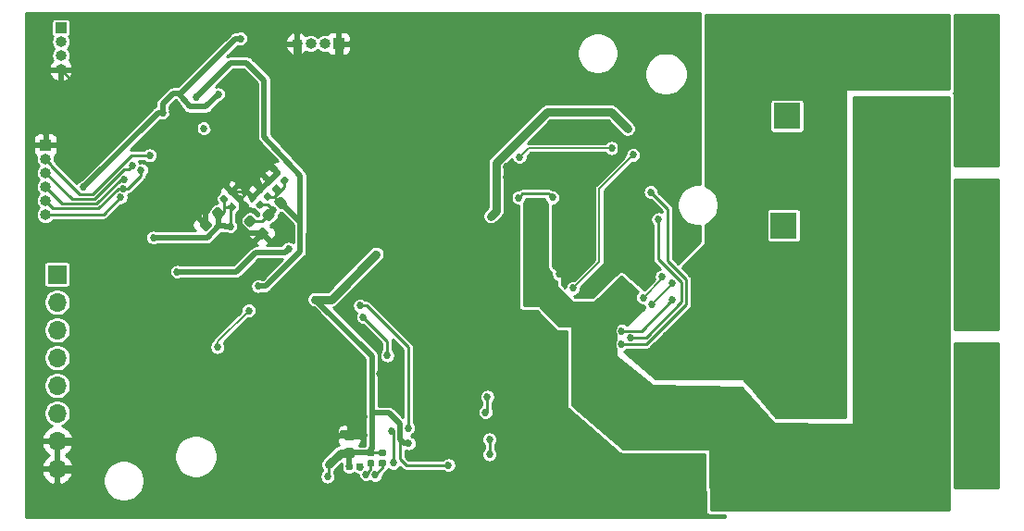
<source format=gbl>
G04 #@! TF.GenerationSoftware,KiCad,Pcbnew,5.1.5-52549c5~84~ubuntu19.10.1*
G04 #@! TF.CreationDate,2019-12-20T00:42:21-05:00*
G04 #@! TF.ProjectId,bldc-controller,626c6463-2d63-46f6-9e74-726f6c6c6572,rev?*
G04 #@! TF.SameCoordinates,Original*
G04 #@! TF.FileFunction,Copper,L2,Bot*
G04 #@! TF.FilePolarity,Positive*
%FSLAX46Y46*%
G04 Gerber Fmt 4.6, Leading zero omitted, Abs format (unit mm)*
G04 Created by KiCad (PCBNEW 5.1.5-52549c5~84~ubuntu19.10.1) date 2019-12-20 00:42:21*
%MOMM*%
%LPD*%
G04 APERTURE LIST*
%ADD10O,1.000000X1.000000*%
%ADD11R,1.000000X1.000000*%
%ADD12C,2.400000*%
%ADD13R,2.400000X2.400000*%
%ADD14C,0.100000*%
%ADD15O,1.700000X1.700000*%
%ADD16R,1.700000X1.700000*%
%ADD17C,0.685800*%
%ADD18C,0.254000*%
%ADD19C,0.508000*%
%ADD20C,0.762000*%
%ADD21C,0.152400*%
G04 APERTURE END LIST*
D10*
X19250000Y-121850000D03*
X19250000Y-120580000D03*
X19250000Y-119310000D03*
X19250000Y-118040000D03*
X19250000Y-116770000D03*
D11*
X19250000Y-115500000D03*
D12*
X86750000Y-127860000D03*
D13*
X86750000Y-122860000D03*
G04 #@! TA.AperFunction,SMDPad,CuDef*
D14*
G36*
X40761771Y-120239580D02*
G01*
X40783006Y-120242730D01*
X40803830Y-120247946D01*
X40824042Y-120255178D01*
X40843448Y-120264357D01*
X40861861Y-120275393D01*
X40879104Y-120288181D01*
X40895010Y-120302597D01*
X41257403Y-120664990D01*
X41271819Y-120680896D01*
X41284607Y-120698139D01*
X41295643Y-120716552D01*
X41304822Y-120735958D01*
X41312054Y-120756170D01*
X41317270Y-120776994D01*
X41320420Y-120798229D01*
X41321473Y-120819670D01*
X41320420Y-120841111D01*
X41317270Y-120862346D01*
X41312054Y-120883170D01*
X41304822Y-120903382D01*
X41295643Y-120922788D01*
X41284607Y-120941201D01*
X41271819Y-120958444D01*
X41257403Y-120974350D01*
X40948044Y-121283709D01*
X40932138Y-121298125D01*
X40914895Y-121310913D01*
X40896482Y-121321949D01*
X40877076Y-121331128D01*
X40856864Y-121338360D01*
X40836040Y-121343576D01*
X40814805Y-121346726D01*
X40793364Y-121347779D01*
X40771923Y-121346726D01*
X40750688Y-121343576D01*
X40729864Y-121338360D01*
X40709652Y-121331128D01*
X40690246Y-121321949D01*
X40671833Y-121310913D01*
X40654590Y-121298125D01*
X40638684Y-121283709D01*
X40276291Y-120921316D01*
X40261875Y-120905410D01*
X40249087Y-120888167D01*
X40238051Y-120869754D01*
X40228872Y-120850348D01*
X40221640Y-120830136D01*
X40216424Y-120809312D01*
X40213274Y-120788077D01*
X40212221Y-120766636D01*
X40213274Y-120745195D01*
X40216424Y-120723960D01*
X40221640Y-120703136D01*
X40228872Y-120682924D01*
X40238051Y-120663518D01*
X40249087Y-120645105D01*
X40261875Y-120627862D01*
X40276291Y-120611956D01*
X40585650Y-120302597D01*
X40601556Y-120288181D01*
X40618799Y-120275393D01*
X40637212Y-120264357D01*
X40656618Y-120255178D01*
X40676830Y-120247946D01*
X40697654Y-120242730D01*
X40718889Y-120239580D01*
X40740330Y-120238527D01*
X40761771Y-120239580D01*
G37*
G04 #@! TD.AperFunction*
G04 #@! TA.AperFunction,SMDPad,CuDef*
G36*
X39648077Y-121353274D02*
G01*
X39669312Y-121356424D01*
X39690136Y-121361640D01*
X39710348Y-121368872D01*
X39729754Y-121378051D01*
X39748167Y-121389087D01*
X39765410Y-121401875D01*
X39781316Y-121416291D01*
X40143709Y-121778684D01*
X40158125Y-121794590D01*
X40170913Y-121811833D01*
X40181949Y-121830246D01*
X40191128Y-121849652D01*
X40198360Y-121869864D01*
X40203576Y-121890688D01*
X40206726Y-121911923D01*
X40207779Y-121933364D01*
X40206726Y-121954805D01*
X40203576Y-121976040D01*
X40198360Y-121996864D01*
X40191128Y-122017076D01*
X40181949Y-122036482D01*
X40170913Y-122054895D01*
X40158125Y-122072138D01*
X40143709Y-122088044D01*
X39834350Y-122397403D01*
X39818444Y-122411819D01*
X39801201Y-122424607D01*
X39782788Y-122435643D01*
X39763382Y-122444822D01*
X39743170Y-122452054D01*
X39722346Y-122457270D01*
X39701111Y-122460420D01*
X39679670Y-122461473D01*
X39658229Y-122460420D01*
X39636994Y-122457270D01*
X39616170Y-122452054D01*
X39595958Y-122444822D01*
X39576552Y-122435643D01*
X39558139Y-122424607D01*
X39540896Y-122411819D01*
X39524990Y-122397403D01*
X39162597Y-122035010D01*
X39148181Y-122019104D01*
X39135393Y-122001861D01*
X39124357Y-121983448D01*
X39115178Y-121964042D01*
X39107946Y-121943830D01*
X39102730Y-121923006D01*
X39099580Y-121901771D01*
X39098527Y-121880330D01*
X39099580Y-121858889D01*
X39102730Y-121837654D01*
X39107946Y-121816830D01*
X39115178Y-121796618D01*
X39124357Y-121777212D01*
X39135393Y-121758799D01*
X39148181Y-121741556D01*
X39162597Y-121725650D01*
X39471956Y-121416291D01*
X39487862Y-121401875D01*
X39505105Y-121389087D01*
X39523518Y-121378051D01*
X39542924Y-121368872D01*
X39563136Y-121361640D01*
X39583960Y-121356424D01*
X39605195Y-121353274D01*
X39626636Y-121352221D01*
X39648077Y-121353274D01*
G37*
G04 #@! TD.AperFunction*
G04 #@! TA.AperFunction,SMDPad,CuDef*
G36*
X50246958Y-143370710D02*
G01*
X50261276Y-143372834D01*
X50275317Y-143376351D01*
X50288946Y-143381228D01*
X50302031Y-143387417D01*
X50314447Y-143394858D01*
X50326073Y-143403481D01*
X50336798Y-143413202D01*
X50346519Y-143423927D01*
X50355142Y-143435553D01*
X50362583Y-143447969D01*
X50368772Y-143461054D01*
X50373649Y-143474683D01*
X50377166Y-143488724D01*
X50379290Y-143503042D01*
X50380000Y-143517500D01*
X50380000Y-143812500D01*
X50379290Y-143826958D01*
X50377166Y-143841276D01*
X50373649Y-143855317D01*
X50368772Y-143868946D01*
X50362583Y-143882031D01*
X50355142Y-143894447D01*
X50346519Y-143906073D01*
X50336798Y-143916798D01*
X50326073Y-143926519D01*
X50314447Y-143935142D01*
X50302031Y-143942583D01*
X50288946Y-143948772D01*
X50275317Y-143953649D01*
X50261276Y-143957166D01*
X50246958Y-143959290D01*
X50232500Y-143960000D01*
X49887500Y-143960000D01*
X49873042Y-143959290D01*
X49858724Y-143957166D01*
X49844683Y-143953649D01*
X49831054Y-143948772D01*
X49817969Y-143942583D01*
X49805553Y-143935142D01*
X49793927Y-143926519D01*
X49783202Y-143916798D01*
X49773481Y-143906073D01*
X49764858Y-143894447D01*
X49757417Y-143882031D01*
X49751228Y-143868946D01*
X49746351Y-143855317D01*
X49742834Y-143841276D01*
X49740710Y-143826958D01*
X49740000Y-143812500D01*
X49740000Y-143517500D01*
X49740710Y-143503042D01*
X49742834Y-143488724D01*
X49746351Y-143474683D01*
X49751228Y-143461054D01*
X49757417Y-143447969D01*
X49764858Y-143435553D01*
X49773481Y-143423927D01*
X49783202Y-143413202D01*
X49793927Y-143403481D01*
X49805553Y-143394858D01*
X49817969Y-143387417D01*
X49831054Y-143381228D01*
X49844683Y-143376351D01*
X49858724Y-143372834D01*
X49873042Y-143370710D01*
X49887500Y-143370000D01*
X50232500Y-143370000D01*
X50246958Y-143370710D01*
G37*
G04 #@! TD.AperFunction*
G04 #@! TA.AperFunction,SMDPad,CuDef*
G36*
X50246958Y-144340710D02*
G01*
X50261276Y-144342834D01*
X50275317Y-144346351D01*
X50288946Y-144351228D01*
X50302031Y-144357417D01*
X50314447Y-144364858D01*
X50326073Y-144373481D01*
X50336798Y-144383202D01*
X50346519Y-144393927D01*
X50355142Y-144405553D01*
X50362583Y-144417969D01*
X50368772Y-144431054D01*
X50373649Y-144444683D01*
X50377166Y-144458724D01*
X50379290Y-144473042D01*
X50380000Y-144487500D01*
X50380000Y-144782500D01*
X50379290Y-144796958D01*
X50377166Y-144811276D01*
X50373649Y-144825317D01*
X50368772Y-144838946D01*
X50362583Y-144852031D01*
X50355142Y-144864447D01*
X50346519Y-144876073D01*
X50336798Y-144886798D01*
X50326073Y-144896519D01*
X50314447Y-144905142D01*
X50302031Y-144912583D01*
X50288946Y-144918772D01*
X50275317Y-144923649D01*
X50261276Y-144927166D01*
X50246958Y-144929290D01*
X50232500Y-144930000D01*
X49887500Y-144930000D01*
X49873042Y-144929290D01*
X49858724Y-144927166D01*
X49844683Y-144923649D01*
X49831054Y-144918772D01*
X49817969Y-144912583D01*
X49805553Y-144905142D01*
X49793927Y-144896519D01*
X49783202Y-144886798D01*
X49773481Y-144876073D01*
X49764858Y-144864447D01*
X49757417Y-144852031D01*
X49751228Y-144838946D01*
X49746351Y-144825317D01*
X49742834Y-144811276D01*
X49740710Y-144796958D01*
X49740000Y-144782500D01*
X49740000Y-144487500D01*
X49740710Y-144473042D01*
X49742834Y-144458724D01*
X49746351Y-144444683D01*
X49751228Y-144431054D01*
X49757417Y-144417969D01*
X49764858Y-144405553D01*
X49773481Y-144393927D01*
X49783202Y-144383202D01*
X49793927Y-144373481D01*
X49805553Y-144364858D01*
X49817969Y-144357417D01*
X49831054Y-144351228D01*
X49844683Y-144346351D01*
X49858724Y-144342834D01*
X49873042Y-144340710D01*
X49887500Y-144340000D01*
X50232500Y-144340000D01*
X50246958Y-144340710D01*
G37*
G04 #@! TD.AperFunction*
G04 #@! TA.AperFunction,SMDPad,CuDef*
G36*
X49186958Y-143370710D02*
G01*
X49201276Y-143372834D01*
X49215317Y-143376351D01*
X49228946Y-143381228D01*
X49242031Y-143387417D01*
X49254447Y-143394858D01*
X49266073Y-143403481D01*
X49276798Y-143413202D01*
X49286519Y-143423927D01*
X49295142Y-143435553D01*
X49302583Y-143447969D01*
X49308772Y-143461054D01*
X49313649Y-143474683D01*
X49317166Y-143488724D01*
X49319290Y-143503042D01*
X49320000Y-143517500D01*
X49320000Y-143812500D01*
X49319290Y-143826958D01*
X49317166Y-143841276D01*
X49313649Y-143855317D01*
X49308772Y-143868946D01*
X49302583Y-143882031D01*
X49295142Y-143894447D01*
X49286519Y-143906073D01*
X49276798Y-143916798D01*
X49266073Y-143926519D01*
X49254447Y-143935142D01*
X49242031Y-143942583D01*
X49228946Y-143948772D01*
X49215317Y-143953649D01*
X49201276Y-143957166D01*
X49186958Y-143959290D01*
X49172500Y-143960000D01*
X48827500Y-143960000D01*
X48813042Y-143959290D01*
X48798724Y-143957166D01*
X48784683Y-143953649D01*
X48771054Y-143948772D01*
X48757969Y-143942583D01*
X48745553Y-143935142D01*
X48733927Y-143926519D01*
X48723202Y-143916798D01*
X48713481Y-143906073D01*
X48704858Y-143894447D01*
X48697417Y-143882031D01*
X48691228Y-143868946D01*
X48686351Y-143855317D01*
X48682834Y-143841276D01*
X48680710Y-143826958D01*
X48680000Y-143812500D01*
X48680000Y-143517500D01*
X48680710Y-143503042D01*
X48682834Y-143488724D01*
X48686351Y-143474683D01*
X48691228Y-143461054D01*
X48697417Y-143447969D01*
X48704858Y-143435553D01*
X48713481Y-143423927D01*
X48723202Y-143413202D01*
X48733927Y-143403481D01*
X48745553Y-143394858D01*
X48757969Y-143387417D01*
X48771054Y-143381228D01*
X48784683Y-143376351D01*
X48798724Y-143372834D01*
X48813042Y-143370710D01*
X48827500Y-143370000D01*
X49172500Y-143370000D01*
X49186958Y-143370710D01*
G37*
G04 #@! TD.AperFunction*
G04 #@! TA.AperFunction,SMDPad,CuDef*
G36*
X49186958Y-144340710D02*
G01*
X49201276Y-144342834D01*
X49215317Y-144346351D01*
X49228946Y-144351228D01*
X49242031Y-144357417D01*
X49254447Y-144364858D01*
X49266073Y-144373481D01*
X49276798Y-144383202D01*
X49286519Y-144393927D01*
X49295142Y-144405553D01*
X49302583Y-144417969D01*
X49308772Y-144431054D01*
X49313649Y-144444683D01*
X49317166Y-144458724D01*
X49319290Y-144473042D01*
X49320000Y-144487500D01*
X49320000Y-144782500D01*
X49319290Y-144796958D01*
X49317166Y-144811276D01*
X49313649Y-144825317D01*
X49308772Y-144838946D01*
X49302583Y-144852031D01*
X49295142Y-144864447D01*
X49286519Y-144876073D01*
X49276798Y-144886798D01*
X49266073Y-144896519D01*
X49254447Y-144905142D01*
X49242031Y-144912583D01*
X49228946Y-144918772D01*
X49215317Y-144923649D01*
X49201276Y-144927166D01*
X49186958Y-144929290D01*
X49172500Y-144930000D01*
X48827500Y-144930000D01*
X48813042Y-144929290D01*
X48798724Y-144927166D01*
X48784683Y-144923649D01*
X48771054Y-144918772D01*
X48757969Y-144912583D01*
X48745553Y-144905142D01*
X48733927Y-144896519D01*
X48723202Y-144886798D01*
X48713481Y-144876073D01*
X48704858Y-144864447D01*
X48697417Y-144852031D01*
X48691228Y-144838946D01*
X48686351Y-144825317D01*
X48682834Y-144811276D01*
X48680710Y-144796958D01*
X48680000Y-144782500D01*
X48680000Y-144487500D01*
X48680710Y-144473042D01*
X48682834Y-144458724D01*
X48686351Y-144444683D01*
X48691228Y-144431054D01*
X48697417Y-144417969D01*
X48704858Y-144405553D01*
X48713481Y-144393927D01*
X48723202Y-144383202D01*
X48733927Y-144373481D01*
X48745553Y-144364858D01*
X48757969Y-144357417D01*
X48771054Y-144351228D01*
X48784683Y-144346351D01*
X48798724Y-144342834D01*
X48813042Y-144340710D01*
X48827500Y-144340000D01*
X49172500Y-144340000D01*
X49186958Y-144340710D01*
G37*
G04 #@! TD.AperFunction*
G04 #@! TA.AperFunction,SMDPad,CuDef*
G36*
X47186958Y-144630710D02*
G01*
X47201276Y-144632834D01*
X47215317Y-144636351D01*
X47228946Y-144641228D01*
X47242031Y-144647417D01*
X47254447Y-144654858D01*
X47266073Y-144663481D01*
X47276798Y-144673202D01*
X47286519Y-144683927D01*
X47295142Y-144695553D01*
X47302583Y-144707969D01*
X47308772Y-144721054D01*
X47313649Y-144734683D01*
X47317166Y-144748724D01*
X47319290Y-144763042D01*
X47320000Y-144777500D01*
X47320000Y-145122500D01*
X47319290Y-145136958D01*
X47317166Y-145151276D01*
X47313649Y-145165317D01*
X47308772Y-145178946D01*
X47302583Y-145192031D01*
X47295142Y-145204447D01*
X47286519Y-145216073D01*
X47276798Y-145226798D01*
X47266073Y-145236519D01*
X47254447Y-145245142D01*
X47242031Y-145252583D01*
X47228946Y-145258772D01*
X47215317Y-145263649D01*
X47201276Y-145267166D01*
X47186958Y-145269290D01*
X47172500Y-145270000D01*
X46877500Y-145270000D01*
X46863042Y-145269290D01*
X46848724Y-145267166D01*
X46834683Y-145263649D01*
X46821054Y-145258772D01*
X46807969Y-145252583D01*
X46795553Y-145245142D01*
X46783927Y-145236519D01*
X46773202Y-145226798D01*
X46763481Y-145216073D01*
X46754858Y-145204447D01*
X46747417Y-145192031D01*
X46741228Y-145178946D01*
X46736351Y-145165317D01*
X46732834Y-145151276D01*
X46730710Y-145136958D01*
X46730000Y-145122500D01*
X46730000Y-144777500D01*
X46730710Y-144763042D01*
X46732834Y-144748724D01*
X46736351Y-144734683D01*
X46741228Y-144721054D01*
X46747417Y-144707969D01*
X46754858Y-144695553D01*
X46763481Y-144683927D01*
X46773202Y-144673202D01*
X46783927Y-144663481D01*
X46795553Y-144654858D01*
X46807969Y-144647417D01*
X46821054Y-144641228D01*
X46834683Y-144636351D01*
X46848724Y-144632834D01*
X46863042Y-144630710D01*
X46877500Y-144630000D01*
X47172500Y-144630000D01*
X47186958Y-144630710D01*
G37*
G04 #@! TD.AperFunction*
G04 #@! TA.AperFunction,SMDPad,CuDef*
G36*
X48156958Y-144630710D02*
G01*
X48171276Y-144632834D01*
X48185317Y-144636351D01*
X48198946Y-144641228D01*
X48212031Y-144647417D01*
X48224447Y-144654858D01*
X48236073Y-144663481D01*
X48246798Y-144673202D01*
X48256519Y-144683927D01*
X48265142Y-144695553D01*
X48272583Y-144707969D01*
X48278772Y-144721054D01*
X48283649Y-144734683D01*
X48287166Y-144748724D01*
X48289290Y-144763042D01*
X48290000Y-144777500D01*
X48290000Y-145122500D01*
X48289290Y-145136958D01*
X48287166Y-145151276D01*
X48283649Y-145165317D01*
X48278772Y-145178946D01*
X48272583Y-145192031D01*
X48265142Y-145204447D01*
X48256519Y-145216073D01*
X48246798Y-145226798D01*
X48236073Y-145236519D01*
X48224447Y-145245142D01*
X48212031Y-145252583D01*
X48198946Y-145258772D01*
X48185317Y-145263649D01*
X48171276Y-145267166D01*
X48156958Y-145269290D01*
X48142500Y-145270000D01*
X47847500Y-145270000D01*
X47833042Y-145269290D01*
X47818724Y-145267166D01*
X47804683Y-145263649D01*
X47791054Y-145258772D01*
X47777969Y-145252583D01*
X47765553Y-145245142D01*
X47753927Y-145236519D01*
X47743202Y-145226798D01*
X47733481Y-145216073D01*
X47724858Y-145204447D01*
X47717417Y-145192031D01*
X47711228Y-145178946D01*
X47706351Y-145165317D01*
X47702834Y-145151276D01*
X47700710Y-145136958D01*
X47700000Y-145122500D01*
X47700000Y-144777500D01*
X47700710Y-144763042D01*
X47702834Y-144748724D01*
X47706351Y-144734683D01*
X47711228Y-144721054D01*
X47717417Y-144707969D01*
X47724858Y-144695553D01*
X47733481Y-144683927D01*
X47743202Y-144673202D01*
X47753927Y-144663481D01*
X47765553Y-144654858D01*
X47777969Y-144647417D01*
X47791054Y-144641228D01*
X47804683Y-144636351D01*
X47818724Y-144632834D01*
X47833042Y-144630710D01*
X47847500Y-144630000D01*
X48142500Y-144630000D01*
X48156958Y-144630710D01*
G37*
G04 #@! TD.AperFunction*
D10*
X42240000Y-106210000D03*
X43510000Y-106210000D03*
X44780000Y-106210000D03*
D11*
X46050000Y-106210000D03*
D10*
X20660000Y-108590000D03*
X20660000Y-107320000D03*
X20660000Y-106050000D03*
D11*
X20660000Y-104780000D03*
D15*
X20320000Y-145130000D03*
X20320000Y-142590000D03*
X20320000Y-140050000D03*
X20320000Y-137510000D03*
X20320000Y-134970000D03*
X20320000Y-132430000D03*
X20320000Y-129890000D03*
D16*
X20320000Y-127350000D03*
G04 #@! TA.AperFunction,SMDPad,CuDef*
D14*
G36*
X39699189Y-118433989D02*
G01*
X39713507Y-118436113D01*
X39727548Y-118439630D01*
X39741177Y-118444507D01*
X39754262Y-118450696D01*
X39766678Y-118458137D01*
X39778304Y-118466760D01*
X39789029Y-118476481D01*
X39997625Y-118685077D01*
X40007346Y-118695802D01*
X40015969Y-118707428D01*
X40023410Y-118719844D01*
X40029599Y-118732929D01*
X40034476Y-118746558D01*
X40037993Y-118760599D01*
X40040117Y-118774917D01*
X40040827Y-118789375D01*
X40040117Y-118803833D01*
X40037993Y-118818151D01*
X40034476Y-118832192D01*
X40029599Y-118845821D01*
X40023410Y-118858906D01*
X40015969Y-118871322D01*
X40007346Y-118882948D01*
X39997625Y-118893673D01*
X39753673Y-119137625D01*
X39742948Y-119147346D01*
X39731322Y-119155969D01*
X39718906Y-119163410D01*
X39705821Y-119169599D01*
X39692192Y-119174476D01*
X39678151Y-119177993D01*
X39663833Y-119180117D01*
X39649375Y-119180827D01*
X39634917Y-119180117D01*
X39620599Y-119177993D01*
X39606558Y-119174476D01*
X39592929Y-119169599D01*
X39579844Y-119163410D01*
X39567428Y-119155969D01*
X39555802Y-119147346D01*
X39545077Y-119137625D01*
X39336481Y-118929029D01*
X39326760Y-118918304D01*
X39318137Y-118906678D01*
X39310696Y-118894262D01*
X39304507Y-118881177D01*
X39299630Y-118867548D01*
X39296113Y-118853507D01*
X39293989Y-118839189D01*
X39293279Y-118824731D01*
X39293989Y-118810273D01*
X39296113Y-118795955D01*
X39299630Y-118781914D01*
X39304507Y-118768285D01*
X39310696Y-118755200D01*
X39318137Y-118742784D01*
X39326760Y-118731158D01*
X39336481Y-118720433D01*
X39580433Y-118476481D01*
X39591158Y-118466760D01*
X39602784Y-118458137D01*
X39615200Y-118450696D01*
X39628285Y-118444507D01*
X39641914Y-118439630D01*
X39655955Y-118436113D01*
X39670273Y-118433989D01*
X39684731Y-118433279D01*
X39699189Y-118433989D01*
G37*
G04 #@! TD.AperFunction*
G04 #@! TA.AperFunction,SMDPad,CuDef*
G36*
X40385083Y-119119883D02*
G01*
X40399401Y-119122007D01*
X40413442Y-119125524D01*
X40427071Y-119130401D01*
X40440156Y-119136590D01*
X40452572Y-119144031D01*
X40464198Y-119152654D01*
X40474923Y-119162375D01*
X40683519Y-119370971D01*
X40693240Y-119381696D01*
X40701863Y-119393322D01*
X40709304Y-119405738D01*
X40715493Y-119418823D01*
X40720370Y-119432452D01*
X40723887Y-119446493D01*
X40726011Y-119460811D01*
X40726721Y-119475269D01*
X40726011Y-119489727D01*
X40723887Y-119504045D01*
X40720370Y-119518086D01*
X40715493Y-119531715D01*
X40709304Y-119544800D01*
X40701863Y-119557216D01*
X40693240Y-119568842D01*
X40683519Y-119579567D01*
X40439567Y-119823519D01*
X40428842Y-119833240D01*
X40417216Y-119841863D01*
X40404800Y-119849304D01*
X40391715Y-119855493D01*
X40378086Y-119860370D01*
X40364045Y-119863887D01*
X40349727Y-119866011D01*
X40335269Y-119866721D01*
X40320811Y-119866011D01*
X40306493Y-119863887D01*
X40292452Y-119860370D01*
X40278823Y-119855493D01*
X40265738Y-119849304D01*
X40253322Y-119841863D01*
X40241696Y-119833240D01*
X40230971Y-119823519D01*
X40022375Y-119614923D01*
X40012654Y-119604198D01*
X40004031Y-119592572D01*
X39996590Y-119580156D01*
X39990401Y-119567071D01*
X39985524Y-119553442D01*
X39982007Y-119539401D01*
X39979883Y-119525083D01*
X39979173Y-119510625D01*
X39979883Y-119496167D01*
X39982007Y-119481849D01*
X39985524Y-119467808D01*
X39990401Y-119454179D01*
X39996590Y-119441094D01*
X40004031Y-119428678D01*
X40012654Y-119417052D01*
X40022375Y-119406327D01*
X40266327Y-119162375D01*
X40277052Y-119152654D01*
X40288678Y-119144031D01*
X40301094Y-119136590D01*
X40314179Y-119130401D01*
X40327808Y-119125524D01*
X40341849Y-119122007D01*
X40356167Y-119119883D01*
X40370625Y-119119173D01*
X40385083Y-119119883D01*
G37*
G04 #@! TD.AperFunction*
G04 #@! TA.AperFunction,SMDPad,CuDef*
G36*
X40456242Y-117681042D02*
G01*
X40470560Y-117683166D01*
X40484601Y-117686683D01*
X40498230Y-117691560D01*
X40511315Y-117697749D01*
X40523731Y-117705190D01*
X40535357Y-117713813D01*
X40546082Y-117723534D01*
X40754678Y-117932130D01*
X40764399Y-117942855D01*
X40773022Y-117954481D01*
X40780463Y-117966897D01*
X40786652Y-117979982D01*
X40791529Y-117993611D01*
X40795046Y-118007652D01*
X40797170Y-118021970D01*
X40797880Y-118036428D01*
X40797170Y-118050886D01*
X40795046Y-118065204D01*
X40791529Y-118079245D01*
X40786652Y-118092874D01*
X40780463Y-118105959D01*
X40773022Y-118118375D01*
X40764399Y-118130001D01*
X40754678Y-118140726D01*
X40510726Y-118384678D01*
X40500001Y-118394399D01*
X40488375Y-118403022D01*
X40475959Y-118410463D01*
X40462874Y-118416652D01*
X40449245Y-118421529D01*
X40435204Y-118425046D01*
X40420886Y-118427170D01*
X40406428Y-118427880D01*
X40391970Y-118427170D01*
X40377652Y-118425046D01*
X40363611Y-118421529D01*
X40349982Y-118416652D01*
X40336897Y-118410463D01*
X40324481Y-118403022D01*
X40312855Y-118394399D01*
X40302130Y-118384678D01*
X40093534Y-118176082D01*
X40083813Y-118165357D01*
X40075190Y-118153731D01*
X40067749Y-118141315D01*
X40061560Y-118128230D01*
X40056683Y-118114601D01*
X40053166Y-118100560D01*
X40051042Y-118086242D01*
X40050332Y-118071784D01*
X40051042Y-118057326D01*
X40053166Y-118043008D01*
X40056683Y-118028967D01*
X40061560Y-118015338D01*
X40067749Y-118002253D01*
X40075190Y-117989837D01*
X40083813Y-117978211D01*
X40093534Y-117967486D01*
X40337486Y-117723534D01*
X40348211Y-117713813D01*
X40359837Y-117705190D01*
X40372253Y-117697749D01*
X40385338Y-117691560D01*
X40398967Y-117686683D01*
X40413008Y-117683166D01*
X40427326Y-117681042D01*
X40441784Y-117680332D01*
X40456242Y-117681042D01*
G37*
G04 #@! TD.AperFunction*
G04 #@! TA.AperFunction,SMDPad,CuDef*
G36*
X41142136Y-118366936D02*
G01*
X41156454Y-118369060D01*
X41170495Y-118372577D01*
X41184124Y-118377454D01*
X41197209Y-118383643D01*
X41209625Y-118391084D01*
X41221251Y-118399707D01*
X41231976Y-118409428D01*
X41440572Y-118618024D01*
X41450293Y-118628749D01*
X41458916Y-118640375D01*
X41466357Y-118652791D01*
X41472546Y-118665876D01*
X41477423Y-118679505D01*
X41480940Y-118693546D01*
X41483064Y-118707864D01*
X41483774Y-118722322D01*
X41483064Y-118736780D01*
X41480940Y-118751098D01*
X41477423Y-118765139D01*
X41472546Y-118778768D01*
X41466357Y-118791853D01*
X41458916Y-118804269D01*
X41450293Y-118815895D01*
X41440572Y-118826620D01*
X41196620Y-119070572D01*
X41185895Y-119080293D01*
X41174269Y-119088916D01*
X41161853Y-119096357D01*
X41148768Y-119102546D01*
X41135139Y-119107423D01*
X41121098Y-119110940D01*
X41106780Y-119113064D01*
X41092322Y-119113774D01*
X41077864Y-119113064D01*
X41063546Y-119110940D01*
X41049505Y-119107423D01*
X41035876Y-119102546D01*
X41022791Y-119096357D01*
X41010375Y-119088916D01*
X40998749Y-119080293D01*
X40988024Y-119070572D01*
X40779428Y-118861976D01*
X40769707Y-118851251D01*
X40761084Y-118839625D01*
X40753643Y-118827209D01*
X40747454Y-118814124D01*
X40742577Y-118800495D01*
X40739060Y-118786454D01*
X40736936Y-118772136D01*
X40736226Y-118757678D01*
X40736936Y-118743220D01*
X40739060Y-118728902D01*
X40742577Y-118714861D01*
X40747454Y-118701232D01*
X40753643Y-118688147D01*
X40761084Y-118675731D01*
X40769707Y-118664105D01*
X40779428Y-118653380D01*
X41023380Y-118409428D01*
X41034105Y-118399707D01*
X41045731Y-118391084D01*
X41058147Y-118383643D01*
X41071232Y-118377454D01*
X41084861Y-118372577D01*
X41098902Y-118369060D01*
X41113220Y-118366936D01*
X41127678Y-118366226D01*
X41142136Y-118366936D01*
G37*
G04 #@! TD.AperFunction*
G04 #@! TA.AperFunction,SMDPad,CuDef*
G36*
X38219189Y-119903989D02*
G01*
X38233507Y-119906113D01*
X38247548Y-119909630D01*
X38261177Y-119914507D01*
X38274262Y-119920696D01*
X38286678Y-119928137D01*
X38298304Y-119936760D01*
X38309029Y-119946481D01*
X38517625Y-120155077D01*
X38527346Y-120165802D01*
X38535969Y-120177428D01*
X38543410Y-120189844D01*
X38549599Y-120202929D01*
X38554476Y-120216558D01*
X38557993Y-120230599D01*
X38560117Y-120244917D01*
X38560827Y-120259375D01*
X38560117Y-120273833D01*
X38557993Y-120288151D01*
X38554476Y-120302192D01*
X38549599Y-120315821D01*
X38543410Y-120328906D01*
X38535969Y-120341322D01*
X38527346Y-120352948D01*
X38517625Y-120363673D01*
X38273673Y-120607625D01*
X38262948Y-120617346D01*
X38251322Y-120625969D01*
X38238906Y-120633410D01*
X38225821Y-120639599D01*
X38212192Y-120644476D01*
X38198151Y-120647993D01*
X38183833Y-120650117D01*
X38169375Y-120650827D01*
X38154917Y-120650117D01*
X38140599Y-120647993D01*
X38126558Y-120644476D01*
X38112929Y-120639599D01*
X38099844Y-120633410D01*
X38087428Y-120625969D01*
X38075802Y-120617346D01*
X38065077Y-120607625D01*
X37856481Y-120399029D01*
X37846760Y-120388304D01*
X37838137Y-120376678D01*
X37830696Y-120364262D01*
X37824507Y-120351177D01*
X37819630Y-120337548D01*
X37816113Y-120323507D01*
X37813989Y-120309189D01*
X37813279Y-120294731D01*
X37813989Y-120280273D01*
X37816113Y-120265955D01*
X37819630Y-120251914D01*
X37824507Y-120238285D01*
X37830696Y-120225200D01*
X37838137Y-120212784D01*
X37846760Y-120201158D01*
X37856481Y-120190433D01*
X38100433Y-119946481D01*
X38111158Y-119936760D01*
X38122784Y-119928137D01*
X38135200Y-119920696D01*
X38148285Y-119914507D01*
X38161914Y-119909630D01*
X38175955Y-119906113D01*
X38190273Y-119903989D01*
X38204731Y-119903279D01*
X38219189Y-119903989D01*
G37*
G04 #@! TD.AperFunction*
G04 #@! TA.AperFunction,SMDPad,CuDef*
G36*
X38905083Y-120589883D02*
G01*
X38919401Y-120592007D01*
X38933442Y-120595524D01*
X38947071Y-120600401D01*
X38960156Y-120606590D01*
X38972572Y-120614031D01*
X38984198Y-120622654D01*
X38994923Y-120632375D01*
X39203519Y-120840971D01*
X39213240Y-120851696D01*
X39221863Y-120863322D01*
X39229304Y-120875738D01*
X39235493Y-120888823D01*
X39240370Y-120902452D01*
X39243887Y-120916493D01*
X39246011Y-120930811D01*
X39246721Y-120945269D01*
X39246011Y-120959727D01*
X39243887Y-120974045D01*
X39240370Y-120988086D01*
X39235493Y-121001715D01*
X39229304Y-121014800D01*
X39221863Y-121027216D01*
X39213240Y-121038842D01*
X39203519Y-121049567D01*
X38959567Y-121293519D01*
X38948842Y-121303240D01*
X38937216Y-121311863D01*
X38924800Y-121319304D01*
X38911715Y-121325493D01*
X38898086Y-121330370D01*
X38884045Y-121333887D01*
X38869727Y-121336011D01*
X38855269Y-121336721D01*
X38840811Y-121336011D01*
X38826493Y-121333887D01*
X38812452Y-121330370D01*
X38798823Y-121325493D01*
X38785738Y-121319304D01*
X38773322Y-121311863D01*
X38761696Y-121303240D01*
X38750971Y-121293519D01*
X38542375Y-121084923D01*
X38532654Y-121074198D01*
X38524031Y-121062572D01*
X38516590Y-121050156D01*
X38510401Y-121037071D01*
X38505524Y-121023442D01*
X38502007Y-121009401D01*
X38499883Y-120995083D01*
X38499173Y-120980625D01*
X38499883Y-120966167D01*
X38502007Y-120951849D01*
X38505524Y-120937808D01*
X38510401Y-120924179D01*
X38516590Y-120911094D01*
X38524031Y-120898678D01*
X38532654Y-120887052D01*
X38542375Y-120876327D01*
X38786327Y-120632375D01*
X38797052Y-120622654D01*
X38808678Y-120614031D01*
X38821094Y-120606590D01*
X38834179Y-120600401D01*
X38847808Y-120595524D01*
X38861849Y-120592007D01*
X38876167Y-120589883D01*
X38890625Y-120589173D01*
X38905083Y-120589883D01*
G37*
G04 #@! TD.AperFunction*
G04 #@! TA.AperFunction,SMDPad,CuDef*
G36*
X38929189Y-119163989D02*
G01*
X38943507Y-119166113D01*
X38957548Y-119169630D01*
X38971177Y-119174507D01*
X38984262Y-119180696D01*
X38996678Y-119188137D01*
X39008304Y-119196760D01*
X39019029Y-119206481D01*
X39227625Y-119415077D01*
X39237346Y-119425802D01*
X39245969Y-119437428D01*
X39253410Y-119449844D01*
X39259599Y-119462929D01*
X39264476Y-119476558D01*
X39267993Y-119490599D01*
X39270117Y-119504917D01*
X39270827Y-119519375D01*
X39270117Y-119533833D01*
X39267993Y-119548151D01*
X39264476Y-119562192D01*
X39259599Y-119575821D01*
X39253410Y-119588906D01*
X39245969Y-119601322D01*
X39237346Y-119612948D01*
X39227625Y-119623673D01*
X38983673Y-119867625D01*
X38972948Y-119877346D01*
X38961322Y-119885969D01*
X38948906Y-119893410D01*
X38935821Y-119899599D01*
X38922192Y-119904476D01*
X38908151Y-119907993D01*
X38893833Y-119910117D01*
X38879375Y-119910827D01*
X38864917Y-119910117D01*
X38850599Y-119907993D01*
X38836558Y-119904476D01*
X38822929Y-119899599D01*
X38809844Y-119893410D01*
X38797428Y-119885969D01*
X38785802Y-119877346D01*
X38775077Y-119867625D01*
X38566481Y-119659029D01*
X38556760Y-119648304D01*
X38548137Y-119636678D01*
X38540696Y-119624262D01*
X38534507Y-119611177D01*
X38529630Y-119597548D01*
X38526113Y-119583507D01*
X38523989Y-119569189D01*
X38523279Y-119554731D01*
X38523989Y-119540273D01*
X38526113Y-119525955D01*
X38529630Y-119511914D01*
X38534507Y-119498285D01*
X38540696Y-119485200D01*
X38548137Y-119472784D01*
X38556760Y-119461158D01*
X38566481Y-119450433D01*
X38810433Y-119206481D01*
X38821158Y-119196760D01*
X38832784Y-119188137D01*
X38845200Y-119180696D01*
X38858285Y-119174507D01*
X38871914Y-119169630D01*
X38885955Y-119166113D01*
X38900273Y-119163989D01*
X38914731Y-119163279D01*
X38929189Y-119163989D01*
G37*
G04 #@! TD.AperFunction*
G04 #@! TA.AperFunction,SMDPad,CuDef*
G36*
X39615083Y-119849883D02*
G01*
X39629401Y-119852007D01*
X39643442Y-119855524D01*
X39657071Y-119860401D01*
X39670156Y-119866590D01*
X39682572Y-119874031D01*
X39694198Y-119882654D01*
X39704923Y-119892375D01*
X39913519Y-120100971D01*
X39923240Y-120111696D01*
X39931863Y-120123322D01*
X39939304Y-120135738D01*
X39945493Y-120148823D01*
X39950370Y-120162452D01*
X39953887Y-120176493D01*
X39956011Y-120190811D01*
X39956721Y-120205269D01*
X39956011Y-120219727D01*
X39953887Y-120234045D01*
X39950370Y-120248086D01*
X39945493Y-120261715D01*
X39939304Y-120274800D01*
X39931863Y-120287216D01*
X39923240Y-120298842D01*
X39913519Y-120309567D01*
X39669567Y-120553519D01*
X39658842Y-120563240D01*
X39647216Y-120571863D01*
X39634800Y-120579304D01*
X39621715Y-120585493D01*
X39608086Y-120590370D01*
X39594045Y-120593887D01*
X39579727Y-120596011D01*
X39565269Y-120596721D01*
X39550811Y-120596011D01*
X39536493Y-120593887D01*
X39522452Y-120590370D01*
X39508823Y-120585493D01*
X39495738Y-120579304D01*
X39483322Y-120571863D01*
X39471696Y-120563240D01*
X39460971Y-120553519D01*
X39252375Y-120344923D01*
X39242654Y-120334198D01*
X39234031Y-120322572D01*
X39226590Y-120310156D01*
X39220401Y-120297071D01*
X39215524Y-120283442D01*
X39212007Y-120269401D01*
X39209883Y-120255083D01*
X39209173Y-120240625D01*
X39209883Y-120226167D01*
X39212007Y-120211849D01*
X39215524Y-120197808D01*
X39220401Y-120184179D01*
X39226590Y-120171094D01*
X39234031Y-120158678D01*
X39242654Y-120147052D01*
X39252375Y-120136327D01*
X39496327Y-119892375D01*
X39507052Y-119882654D01*
X39518678Y-119874031D01*
X39531094Y-119866590D01*
X39544179Y-119860401D01*
X39557808Y-119855524D01*
X39571849Y-119852007D01*
X39586167Y-119849883D01*
X39600625Y-119849173D01*
X39615083Y-119849883D01*
G37*
G04 #@! TD.AperFunction*
G04 #@! TA.AperFunction,SMDPad,CuDef*
G36*
X39111652Y-123030121D02*
G01*
X39132887Y-123033271D01*
X39153711Y-123038487D01*
X39173923Y-123045719D01*
X39193329Y-123054898D01*
X39211742Y-123065934D01*
X39228985Y-123078722D01*
X39244891Y-123093138D01*
X39554250Y-123402497D01*
X39568666Y-123418403D01*
X39581454Y-123435646D01*
X39592490Y-123454059D01*
X39601669Y-123473465D01*
X39608901Y-123493677D01*
X39614117Y-123514501D01*
X39617267Y-123535736D01*
X39618320Y-123557177D01*
X39617267Y-123578618D01*
X39614117Y-123599853D01*
X39608901Y-123620677D01*
X39601669Y-123640889D01*
X39592490Y-123660295D01*
X39581454Y-123678708D01*
X39568666Y-123695951D01*
X39554250Y-123711857D01*
X39191857Y-124074250D01*
X39175951Y-124088666D01*
X39158708Y-124101454D01*
X39140295Y-124112490D01*
X39120889Y-124121669D01*
X39100677Y-124128901D01*
X39079853Y-124134117D01*
X39058618Y-124137267D01*
X39037177Y-124138320D01*
X39015736Y-124137267D01*
X38994501Y-124134117D01*
X38973677Y-124128901D01*
X38953465Y-124121669D01*
X38934059Y-124112490D01*
X38915646Y-124101454D01*
X38898403Y-124088666D01*
X38882497Y-124074250D01*
X38573138Y-123764891D01*
X38558722Y-123748985D01*
X38545934Y-123731742D01*
X38534898Y-123713329D01*
X38525719Y-123693923D01*
X38518487Y-123673711D01*
X38513271Y-123652887D01*
X38510121Y-123631652D01*
X38509068Y-123610211D01*
X38510121Y-123588770D01*
X38513271Y-123567535D01*
X38518487Y-123546711D01*
X38525719Y-123526499D01*
X38534898Y-123507093D01*
X38545934Y-123488680D01*
X38558722Y-123471437D01*
X38573138Y-123455531D01*
X38935531Y-123093138D01*
X38951437Y-123078722D01*
X38968680Y-123065934D01*
X38987093Y-123054898D01*
X39006499Y-123045719D01*
X39026711Y-123038487D01*
X39047535Y-123033271D01*
X39068770Y-123030121D01*
X39090211Y-123029068D01*
X39111652Y-123030121D01*
G37*
G04 #@! TD.AperFunction*
G04 #@! TA.AperFunction,SMDPad,CuDef*
G36*
X37997958Y-121916427D02*
G01*
X38019193Y-121919577D01*
X38040017Y-121924793D01*
X38060229Y-121932025D01*
X38079635Y-121941204D01*
X38098048Y-121952240D01*
X38115291Y-121965028D01*
X38131197Y-121979444D01*
X38440556Y-122288803D01*
X38454972Y-122304709D01*
X38467760Y-122321952D01*
X38478796Y-122340365D01*
X38487975Y-122359771D01*
X38495207Y-122379983D01*
X38500423Y-122400807D01*
X38503573Y-122422042D01*
X38504626Y-122443483D01*
X38503573Y-122464924D01*
X38500423Y-122486159D01*
X38495207Y-122506983D01*
X38487975Y-122527195D01*
X38478796Y-122546601D01*
X38467760Y-122565014D01*
X38454972Y-122582257D01*
X38440556Y-122598163D01*
X38078163Y-122960556D01*
X38062257Y-122974972D01*
X38045014Y-122987760D01*
X38026601Y-122998796D01*
X38007195Y-123007975D01*
X37986983Y-123015207D01*
X37966159Y-123020423D01*
X37944924Y-123023573D01*
X37923483Y-123024626D01*
X37902042Y-123023573D01*
X37880807Y-123020423D01*
X37859983Y-123015207D01*
X37839771Y-123007975D01*
X37820365Y-122998796D01*
X37801952Y-122987760D01*
X37784709Y-122974972D01*
X37768803Y-122960556D01*
X37459444Y-122651197D01*
X37445028Y-122635291D01*
X37432240Y-122618048D01*
X37421204Y-122599635D01*
X37412025Y-122580229D01*
X37404793Y-122560017D01*
X37399577Y-122539193D01*
X37396427Y-122517958D01*
X37395374Y-122496517D01*
X37396427Y-122475076D01*
X37399577Y-122453841D01*
X37404793Y-122433017D01*
X37412025Y-122412805D01*
X37421204Y-122393399D01*
X37432240Y-122374986D01*
X37445028Y-122357743D01*
X37459444Y-122341837D01*
X37821837Y-121979444D01*
X37837743Y-121965028D01*
X37854986Y-121952240D01*
X37873399Y-121941204D01*
X37892805Y-121932025D01*
X37913017Y-121924793D01*
X37933841Y-121919577D01*
X37955076Y-121916427D01*
X37976517Y-121915374D01*
X37997958Y-121916427D01*
G37*
G04 #@! TD.AperFunction*
G04 #@! TA.AperFunction,SMDPad,CuDef*
G36*
X33928077Y-122273274D02*
G01*
X33949312Y-122276424D01*
X33970136Y-122281640D01*
X33990348Y-122288872D01*
X34009754Y-122298051D01*
X34028167Y-122309087D01*
X34045410Y-122321875D01*
X34061316Y-122336291D01*
X34423709Y-122698684D01*
X34438125Y-122714590D01*
X34450913Y-122731833D01*
X34461949Y-122750246D01*
X34471128Y-122769652D01*
X34478360Y-122789864D01*
X34483576Y-122810688D01*
X34486726Y-122831923D01*
X34487779Y-122853364D01*
X34486726Y-122874805D01*
X34483576Y-122896040D01*
X34478360Y-122916864D01*
X34471128Y-122937076D01*
X34461949Y-122956482D01*
X34450913Y-122974895D01*
X34438125Y-122992138D01*
X34423709Y-123008044D01*
X34114350Y-123317403D01*
X34098444Y-123331819D01*
X34081201Y-123344607D01*
X34062788Y-123355643D01*
X34043382Y-123364822D01*
X34023170Y-123372054D01*
X34002346Y-123377270D01*
X33981111Y-123380420D01*
X33959670Y-123381473D01*
X33938229Y-123380420D01*
X33916994Y-123377270D01*
X33896170Y-123372054D01*
X33875958Y-123364822D01*
X33856552Y-123355643D01*
X33838139Y-123344607D01*
X33820896Y-123331819D01*
X33804990Y-123317403D01*
X33442597Y-122955010D01*
X33428181Y-122939104D01*
X33415393Y-122921861D01*
X33404357Y-122903448D01*
X33395178Y-122884042D01*
X33387946Y-122863830D01*
X33382730Y-122843006D01*
X33379580Y-122821771D01*
X33378527Y-122800330D01*
X33379580Y-122778889D01*
X33382730Y-122757654D01*
X33387946Y-122736830D01*
X33395178Y-122716618D01*
X33404357Y-122697212D01*
X33415393Y-122678799D01*
X33428181Y-122661556D01*
X33442597Y-122645650D01*
X33751956Y-122336291D01*
X33767862Y-122321875D01*
X33785105Y-122309087D01*
X33803518Y-122298051D01*
X33822924Y-122288872D01*
X33843136Y-122281640D01*
X33863960Y-122276424D01*
X33885195Y-122273274D01*
X33906636Y-122272221D01*
X33928077Y-122273274D01*
G37*
G04 #@! TD.AperFunction*
G04 #@! TA.AperFunction,SMDPad,CuDef*
G36*
X35041771Y-121159580D02*
G01*
X35063006Y-121162730D01*
X35083830Y-121167946D01*
X35104042Y-121175178D01*
X35123448Y-121184357D01*
X35141861Y-121195393D01*
X35159104Y-121208181D01*
X35175010Y-121222597D01*
X35537403Y-121584990D01*
X35551819Y-121600896D01*
X35564607Y-121618139D01*
X35575643Y-121636552D01*
X35584822Y-121655958D01*
X35592054Y-121676170D01*
X35597270Y-121696994D01*
X35600420Y-121718229D01*
X35601473Y-121739670D01*
X35600420Y-121761111D01*
X35597270Y-121782346D01*
X35592054Y-121803170D01*
X35584822Y-121823382D01*
X35575643Y-121842788D01*
X35564607Y-121861201D01*
X35551819Y-121878444D01*
X35537403Y-121894350D01*
X35228044Y-122203709D01*
X35212138Y-122218125D01*
X35194895Y-122230913D01*
X35176482Y-122241949D01*
X35157076Y-122251128D01*
X35136864Y-122258360D01*
X35116040Y-122263576D01*
X35094805Y-122266726D01*
X35073364Y-122267779D01*
X35051923Y-122266726D01*
X35030688Y-122263576D01*
X35009864Y-122258360D01*
X34989652Y-122251128D01*
X34970246Y-122241949D01*
X34951833Y-122230913D01*
X34934590Y-122218125D01*
X34918684Y-122203709D01*
X34556291Y-121841316D01*
X34541875Y-121825410D01*
X34529087Y-121808167D01*
X34518051Y-121789754D01*
X34508872Y-121770348D01*
X34501640Y-121750136D01*
X34496424Y-121729312D01*
X34493274Y-121708077D01*
X34492221Y-121686636D01*
X34493274Y-121665195D01*
X34496424Y-121643960D01*
X34501640Y-121623136D01*
X34508872Y-121602924D01*
X34518051Y-121583518D01*
X34529087Y-121565105D01*
X34541875Y-121547862D01*
X34556291Y-121531956D01*
X34865650Y-121222597D01*
X34881556Y-121208181D01*
X34898799Y-121195393D01*
X34917212Y-121184357D01*
X34936618Y-121175178D01*
X34956830Y-121167946D01*
X34977654Y-121162730D01*
X34998889Y-121159580D01*
X35020330Y-121158527D01*
X35041771Y-121159580D01*
G37*
G04 #@! TD.AperFunction*
G04 #@! TA.AperFunction,SMDPad,CuDef*
G36*
X36259727Y-119373989D02*
G01*
X36274045Y-119376113D01*
X36288086Y-119379630D01*
X36301715Y-119384507D01*
X36314800Y-119390696D01*
X36327216Y-119398137D01*
X36338842Y-119406760D01*
X36349567Y-119416481D01*
X36593519Y-119660433D01*
X36603240Y-119671158D01*
X36611863Y-119682784D01*
X36619304Y-119695200D01*
X36625493Y-119708285D01*
X36630370Y-119721914D01*
X36633887Y-119735955D01*
X36636011Y-119750273D01*
X36636721Y-119764731D01*
X36636011Y-119779189D01*
X36633887Y-119793507D01*
X36630370Y-119807548D01*
X36625493Y-119821177D01*
X36619304Y-119834262D01*
X36611863Y-119846678D01*
X36603240Y-119858304D01*
X36593519Y-119869029D01*
X36384923Y-120077625D01*
X36374198Y-120087346D01*
X36362572Y-120095969D01*
X36350156Y-120103410D01*
X36337071Y-120109599D01*
X36323442Y-120114476D01*
X36309401Y-120117993D01*
X36295083Y-120120117D01*
X36280625Y-120120827D01*
X36266167Y-120120117D01*
X36251849Y-120117993D01*
X36237808Y-120114476D01*
X36224179Y-120109599D01*
X36211094Y-120103410D01*
X36198678Y-120095969D01*
X36187052Y-120087346D01*
X36176327Y-120077625D01*
X35932375Y-119833673D01*
X35922654Y-119822948D01*
X35914031Y-119811322D01*
X35906590Y-119798906D01*
X35900401Y-119785821D01*
X35895524Y-119772192D01*
X35892007Y-119758151D01*
X35889883Y-119743833D01*
X35889173Y-119729375D01*
X35889883Y-119714917D01*
X35892007Y-119700599D01*
X35895524Y-119686558D01*
X35900401Y-119672929D01*
X35906590Y-119659844D01*
X35914031Y-119647428D01*
X35922654Y-119635802D01*
X35932375Y-119625077D01*
X36140971Y-119416481D01*
X36151696Y-119406760D01*
X36163322Y-119398137D01*
X36175738Y-119390696D01*
X36188823Y-119384507D01*
X36202452Y-119379630D01*
X36216493Y-119376113D01*
X36230811Y-119373989D01*
X36245269Y-119373279D01*
X36259727Y-119373989D01*
G37*
G04 #@! TD.AperFunction*
G04 #@! TA.AperFunction,SMDPad,CuDef*
G36*
X35573833Y-120059883D02*
G01*
X35588151Y-120062007D01*
X35602192Y-120065524D01*
X35615821Y-120070401D01*
X35628906Y-120076590D01*
X35641322Y-120084031D01*
X35652948Y-120092654D01*
X35663673Y-120102375D01*
X35907625Y-120346327D01*
X35917346Y-120357052D01*
X35925969Y-120368678D01*
X35933410Y-120381094D01*
X35939599Y-120394179D01*
X35944476Y-120407808D01*
X35947993Y-120421849D01*
X35950117Y-120436167D01*
X35950827Y-120450625D01*
X35950117Y-120465083D01*
X35947993Y-120479401D01*
X35944476Y-120493442D01*
X35939599Y-120507071D01*
X35933410Y-120520156D01*
X35925969Y-120532572D01*
X35917346Y-120544198D01*
X35907625Y-120554923D01*
X35699029Y-120763519D01*
X35688304Y-120773240D01*
X35676678Y-120781863D01*
X35664262Y-120789304D01*
X35651177Y-120795493D01*
X35637548Y-120800370D01*
X35623507Y-120803887D01*
X35609189Y-120806011D01*
X35594731Y-120806721D01*
X35580273Y-120806011D01*
X35565955Y-120803887D01*
X35551914Y-120800370D01*
X35538285Y-120795493D01*
X35525200Y-120789304D01*
X35512784Y-120781863D01*
X35501158Y-120773240D01*
X35490433Y-120763519D01*
X35246481Y-120519567D01*
X35236760Y-120508842D01*
X35228137Y-120497216D01*
X35220696Y-120484800D01*
X35214507Y-120471715D01*
X35209630Y-120458086D01*
X35206113Y-120444045D01*
X35203989Y-120429727D01*
X35203279Y-120415269D01*
X35203989Y-120400811D01*
X35206113Y-120386493D01*
X35209630Y-120372452D01*
X35214507Y-120358823D01*
X35220696Y-120345738D01*
X35228137Y-120333322D01*
X35236760Y-120321696D01*
X35246481Y-120310971D01*
X35455077Y-120102375D01*
X35465802Y-120092654D01*
X35477428Y-120084031D01*
X35489844Y-120076590D01*
X35502929Y-120070401D01*
X35516558Y-120065524D01*
X35530599Y-120062007D01*
X35544917Y-120059883D01*
X35559375Y-120059173D01*
X35573833Y-120059883D01*
G37*
G04 #@! TD.AperFunction*
G04 #@! TA.AperFunction,SMDPad,CuDef*
G36*
X36999727Y-120103989D02*
G01*
X37014045Y-120106113D01*
X37028086Y-120109630D01*
X37041715Y-120114507D01*
X37054800Y-120120696D01*
X37067216Y-120128137D01*
X37078842Y-120136760D01*
X37089567Y-120146481D01*
X37333519Y-120390433D01*
X37343240Y-120401158D01*
X37351863Y-120412784D01*
X37359304Y-120425200D01*
X37365493Y-120438285D01*
X37370370Y-120451914D01*
X37373887Y-120465955D01*
X37376011Y-120480273D01*
X37376721Y-120494731D01*
X37376011Y-120509189D01*
X37373887Y-120523507D01*
X37370370Y-120537548D01*
X37365493Y-120551177D01*
X37359304Y-120564262D01*
X37351863Y-120576678D01*
X37343240Y-120588304D01*
X37333519Y-120599029D01*
X37124923Y-120807625D01*
X37114198Y-120817346D01*
X37102572Y-120825969D01*
X37090156Y-120833410D01*
X37077071Y-120839599D01*
X37063442Y-120844476D01*
X37049401Y-120847993D01*
X37035083Y-120850117D01*
X37020625Y-120850827D01*
X37006167Y-120850117D01*
X36991849Y-120847993D01*
X36977808Y-120844476D01*
X36964179Y-120839599D01*
X36951094Y-120833410D01*
X36938678Y-120825969D01*
X36927052Y-120817346D01*
X36916327Y-120807625D01*
X36672375Y-120563673D01*
X36662654Y-120552948D01*
X36654031Y-120541322D01*
X36646590Y-120528906D01*
X36640401Y-120515821D01*
X36635524Y-120502192D01*
X36632007Y-120488151D01*
X36629883Y-120473833D01*
X36629173Y-120459375D01*
X36629883Y-120444917D01*
X36632007Y-120430599D01*
X36635524Y-120416558D01*
X36640401Y-120402929D01*
X36646590Y-120389844D01*
X36654031Y-120377428D01*
X36662654Y-120365802D01*
X36672375Y-120355077D01*
X36880971Y-120146481D01*
X36891696Y-120136760D01*
X36903322Y-120128137D01*
X36915738Y-120120696D01*
X36928823Y-120114507D01*
X36942452Y-120109630D01*
X36956493Y-120106113D01*
X36970811Y-120103989D01*
X36985269Y-120103279D01*
X36999727Y-120103989D01*
G37*
G04 #@! TD.AperFunction*
G04 #@! TA.AperFunction,SMDPad,CuDef*
G36*
X36313833Y-120789883D02*
G01*
X36328151Y-120792007D01*
X36342192Y-120795524D01*
X36355821Y-120800401D01*
X36368906Y-120806590D01*
X36381322Y-120814031D01*
X36392948Y-120822654D01*
X36403673Y-120832375D01*
X36647625Y-121076327D01*
X36657346Y-121087052D01*
X36665969Y-121098678D01*
X36673410Y-121111094D01*
X36679599Y-121124179D01*
X36684476Y-121137808D01*
X36687993Y-121151849D01*
X36690117Y-121166167D01*
X36690827Y-121180625D01*
X36690117Y-121195083D01*
X36687993Y-121209401D01*
X36684476Y-121223442D01*
X36679599Y-121237071D01*
X36673410Y-121250156D01*
X36665969Y-121262572D01*
X36657346Y-121274198D01*
X36647625Y-121284923D01*
X36439029Y-121493519D01*
X36428304Y-121503240D01*
X36416678Y-121511863D01*
X36404262Y-121519304D01*
X36391177Y-121525493D01*
X36377548Y-121530370D01*
X36363507Y-121533887D01*
X36349189Y-121536011D01*
X36334731Y-121536721D01*
X36320273Y-121536011D01*
X36305955Y-121533887D01*
X36291914Y-121530370D01*
X36278285Y-121525493D01*
X36265200Y-121519304D01*
X36252784Y-121511863D01*
X36241158Y-121503240D01*
X36230433Y-121493519D01*
X35986481Y-121249567D01*
X35976760Y-121238842D01*
X35968137Y-121227216D01*
X35960696Y-121214800D01*
X35954507Y-121201715D01*
X35949630Y-121188086D01*
X35946113Y-121174045D01*
X35943989Y-121159727D01*
X35943279Y-121145269D01*
X35943989Y-121130811D01*
X35946113Y-121116493D01*
X35949630Y-121102452D01*
X35954507Y-121088823D01*
X35960696Y-121075738D01*
X35968137Y-121063322D01*
X35976760Y-121051696D01*
X35986481Y-121040971D01*
X36195077Y-120832375D01*
X36205802Y-120822654D01*
X36217428Y-120814031D01*
X36229844Y-120806590D01*
X36242929Y-120800401D01*
X36256558Y-120795524D01*
X36270599Y-120792007D01*
X36284917Y-120789883D01*
X36299375Y-120789173D01*
X36313833Y-120789883D01*
G37*
G04 #@! TD.AperFunction*
G04 #@! TA.AperFunction,SMDPad,CuDef*
G36*
X47327691Y-141666053D02*
G01*
X47348926Y-141669203D01*
X47369750Y-141674419D01*
X47389962Y-141681651D01*
X47409368Y-141690830D01*
X47427781Y-141701866D01*
X47445024Y-141714654D01*
X47460930Y-141729070D01*
X47475346Y-141744976D01*
X47488134Y-141762219D01*
X47499170Y-141780632D01*
X47508349Y-141800038D01*
X47515581Y-141820250D01*
X47520797Y-141841074D01*
X47523947Y-141862309D01*
X47525000Y-141883750D01*
X47525000Y-142321250D01*
X47523947Y-142342691D01*
X47520797Y-142363926D01*
X47515581Y-142384750D01*
X47508349Y-142404962D01*
X47499170Y-142424368D01*
X47488134Y-142442781D01*
X47475346Y-142460024D01*
X47460930Y-142475930D01*
X47445024Y-142490346D01*
X47427781Y-142503134D01*
X47409368Y-142514170D01*
X47389962Y-142523349D01*
X47369750Y-142530581D01*
X47348926Y-142535797D01*
X47327691Y-142538947D01*
X47306250Y-142540000D01*
X46793750Y-142540000D01*
X46772309Y-142538947D01*
X46751074Y-142535797D01*
X46730250Y-142530581D01*
X46710038Y-142523349D01*
X46690632Y-142514170D01*
X46672219Y-142503134D01*
X46654976Y-142490346D01*
X46639070Y-142475930D01*
X46624654Y-142460024D01*
X46611866Y-142442781D01*
X46600830Y-142424368D01*
X46591651Y-142404962D01*
X46584419Y-142384750D01*
X46579203Y-142363926D01*
X46576053Y-142342691D01*
X46575000Y-142321250D01*
X46575000Y-141883750D01*
X46576053Y-141862309D01*
X46579203Y-141841074D01*
X46584419Y-141820250D01*
X46591651Y-141800038D01*
X46600830Y-141780632D01*
X46611866Y-141762219D01*
X46624654Y-141744976D01*
X46639070Y-141729070D01*
X46654976Y-141714654D01*
X46672219Y-141701866D01*
X46690632Y-141690830D01*
X46710038Y-141681651D01*
X46730250Y-141674419D01*
X46751074Y-141669203D01*
X46772309Y-141666053D01*
X46793750Y-141665000D01*
X47306250Y-141665000D01*
X47327691Y-141666053D01*
G37*
G04 #@! TD.AperFunction*
G04 #@! TA.AperFunction,SMDPad,CuDef*
G36*
X47327691Y-143241053D02*
G01*
X47348926Y-143244203D01*
X47369750Y-143249419D01*
X47389962Y-143256651D01*
X47409368Y-143265830D01*
X47427781Y-143276866D01*
X47445024Y-143289654D01*
X47460930Y-143304070D01*
X47475346Y-143319976D01*
X47488134Y-143337219D01*
X47499170Y-143355632D01*
X47508349Y-143375038D01*
X47515581Y-143395250D01*
X47520797Y-143416074D01*
X47523947Y-143437309D01*
X47525000Y-143458750D01*
X47525000Y-143896250D01*
X47523947Y-143917691D01*
X47520797Y-143938926D01*
X47515581Y-143959750D01*
X47508349Y-143979962D01*
X47499170Y-143999368D01*
X47488134Y-144017781D01*
X47475346Y-144035024D01*
X47460930Y-144050930D01*
X47445024Y-144065346D01*
X47427781Y-144078134D01*
X47409368Y-144089170D01*
X47389962Y-144098349D01*
X47369750Y-144105581D01*
X47348926Y-144110797D01*
X47327691Y-144113947D01*
X47306250Y-144115000D01*
X46793750Y-144115000D01*
X46772309Y-144113947D01*
X46751074Y-144110797D01*
X46730250Y-144105581D01*
X46710038Y-144098349D01*
X46690632Y-144089170D01*
X46672219Y-144078134D01*
X46654976Y-144065346D01*
X46639070Y-144050930D01*
X46624654Y-144035024D01*
X46611866Y-144017781D01*
X46600830Y-143999368D01*
X46591651Y-143979962D01*
X46584419Y-143959750D01*
X46579203Y-143938926D01*
X46576053Y-143917691D01*
X46575000Y-143896250D01*
X46575000Y-143458750D01*
X46576053Y-143437309D01*
X46579203Y-143416074D01*
X46584419Y-143395250D01*
X46591651Y-143375038D01*
X46600830Y-143355632D01*
X46611866Y-143337219D01*
X46624654Y-143319976D01*
X46639070Y-143304070D01*
X46654976Y-143289654D01*
X46672219Y-143276866D01*
X46690632Y-143265830D01*
X46710038Y-143256651D01*
X46730250Y-143249419D01*
X46751074Y-143244203D01*
X46772309Y-143241053D01*
X46793750Y-143240000D01*
X47306250Y-143240000D01*
X47327691Y-143241053D01*
G37*
G04 #@! TD.AperFunction*
D12*
X87120000Y-137620000D03*
D13*
X87120000Y-142620000D03*
D12*
X87070000Y-107850000D03*
D13*
X87070000Y-112850000D03*
D17*
X35950000Y-118700000D03*
X38560000Y-115950000D03*
X35880000Y-115820000D03*
X37490000Y-119760000D03*
X39790000Y-117110000D03*
X61960000Y-122170000D03*
X62250000Y-118780000D03*
X62300000Y-117860000D03*
X61380000Y-118440000D03*
X61380000Y-117510000D03*
X41760000Y-136220000D03*
X45640000Y-135160000D03*
X38100000Y-135140000D03*
X41670000Y-131050000D03*
X43110000Y-128540000D03*
X41810000Y-129030000D03*
X41790000Y-127740000D03*
X46630000Y-140360000D03*
X48320000Y-136840000D03*
X49040000Y-133520000D03*
X48320000Y-140360000D03*
X48260000Y-142030000D03*
X46390000Y-141900000D03*
X37350000Y-117330000D03*
X34580000Y-117440000D03*
X37220000Y-114640000D03*
X43620000Y-120160000D03*
X44870000Y-121770000D03*
X32600000Y-113930000D03*
X31842540Y-113497460D03*
X61300000Y-131130000D03*
X61170000Y-133120000D03*
X36800000Y-109040000D03*
X37160000Y-110660000D03*
X30806312Y-112446098D03*
X30800000Y-109800000D03*
X68100000Y-119000000D03*
X71800000Y-119000000D03*
X71600000Y-122100000D03*
X68100000Y-122200000D03*
X66203730Y-127299068D03*
X71100000Y-114662900D03*
X33500000Y-126300000D03*
X29900000Y-125800000D03*
X40200000Y-110200000D03*
X22900000Y-116300000D03*
X29050000Y-135000000D03*
X29050000Y-129950000D03*
X29150000Y-132450000D03*
X29100000Y-137700000D03*
X29100000Y-140000000D03*
X47710000Y-134820000D03*
X49849310Y-136441470D03*
X46731735Y-146338684D03*
X44050000Y-140200000D03*
X46450000Y-137500000D03*
X54100000Y-139050000D03*
X54150000Y-143300000D03*
X54079631Y-141290981D03*
X61450000Y-142150000D03*
X61350000Y-138250000D03*
X63200000Y-133300000D03*
X52565040Y-144177690D03*
X61200000Y-125200000D03*
X63769456Y-131129456D03*
X64600000Y-132200000D03*
X28900000Y-105900000D03*
X29000000Y-107400000D03*
X67600000Y-113571510D03*
X21538280Y-117486808D03*
X21950000Y-122750000D03*
X78000000Y-145000000D03*
X68000000Y-145000000D03*
X68000000Y-147000000D03*
X68000000Y-149000000D03*
X66000000Y-147000000D03*
X66000000Y-149000000D03*
X62000000Y-149000000D03*
X62000000Y-147000000D03*
X57000000Y-147000000D03*
X57000000Y-149000000D03*
X68000000Y-142000000D03*
X72000000Y-149000000D03*
X76000000Y-149000000D03*
X52000000Y-147000000D03*
X52000000Y-149000000D03*
X97000000Y-122000000D03*
X97000000Y-120000000D03*
X97000000Y-115000000D03*
X97000000Y-113000000D03*
X96000000Y-112000000D03*
X96000000Y-114000000D03*
X96000000Y-116000000D03*
X98000000Y-116000000D03*
X98000000Y-114000000D03*
X98000000Y-112000000D03*
X98000000Y-121000000D03*
X96000000Y-121000000D03*
X96000000Y-123000000D03*
X98000000Y-123000000D03*
X98000000Y-144000000D03*
X96000000Y-144000000D03*
X96000000Y-142000000D03*
X98000000Y-142000000D03*
X63610000Y-125460000D03*
X63350000Y-121027500D03*
X64750000Y-120795000D03*
X72800000Y-129400000D03*
X93000000Y-142000000D03*
X91000000Y-142000000D03*
X89000000Y-142000000D03*
X89000000Y-144000000D03*
X91000000Y-144000000D03*
X93000000Y-144000000D03*
X98000000Y-146000000D03*
X96000000Y-146000000D03*
X98000000Y-148000000D03*
X96000000Y-148000000D03*
X93000000Y-148000000D03*
X93000000Y-146000000D03*
X91000000Y-146000000D03*
X89000000Y-146000000D03*
X89000000Y-148000000D03*
X91000000Y-148000000D03*
X80000000Y-139000000D03*
X82000000Y-139000000D03*
X82000000Y-141000000D03*
X80000000Y-141000000D03*
X84000000Y-141000000D03*
X84000000Y-143000000D03*
X82000000Y-143000000D03*
X80000000Y-143000000D03*
X98000000Y-119000000D03*
X96000000Y-119000000D03*
X71950000Y-128900000D03*
X43910000Y-129630000D03*
X36160000Y-122940000D03*
X35104389Y-122135692D03*
X35063153Y-110846847D03*
X29120000Y-123980000D03*
X22720000Y-119370000D03*
X29972310Y-112530000D03*
X41500000Y-125000000D03*
X31300000Y-127100000D03*
X45165000Y-144750000D03*
X45065669Y-145834331D03*
X47025000Y-144927100D03*
X52470000Y-142792500D03*
X59650000Y-138550000D03*
X59500000Y-139950000D03*
X59850000Y-143800000D03*
X59850000Y-142450000D03*
X56100000Y-144800000D03*
X49500000Y-125500000D03*
X60000000Y-122000000D03*
X72500000Y-114000000D03*
X37100000Y-105750000D03*
X38712500Y-128410000D03*
X40524484Y-120681771D03*
X33019449Y-111087539D03*
X40062199Y-121463961D03*
X65606446Y-120288721D03*
X62493411Y-120307800D03*
X37850000Y-130650000D03*
X34990040Y-133990040D03*
X105000000Y-116000000D03*
X103000000Y-116000000D03*
X103000000Y-116000000D03*
X103000000Y-113000000D03*
X105000000Y-113000000D03*
X105000000Y-108000000D03*
X103000000Y-108000000D03*
X105000000Y-105000000D03*
X103000000Y-105000000D03*
X74600000Y-119800000D03*
X71900000Y-133750000D03*
X103000000Y-146000000D03*
X105000000Y-146000000D03*
X105000000Y-143000000D03*
X103000000Y-143000000D03*
X103000000Y-138000000D03*
X105000000Y-138000000D03*
X105000000Y-135000000D03*
X103000000Y-135000000D03*
X76600000Y-129700000D03*
X71950000Y-132505380D03*
X105000000Y-131000000D03*
X103000000Y-131000000D03*
X103000000Y-128000000D03*
X105000000Y-128000000D03*
X105000000Y-120000000D03*
X105000000Y-123000000D03*
X103000000Y-123000000D03*
X103000000Y-120000000D03*
X75300000Y-122300000D03*
X72750000Y-133127690D03*
X67500000Y-128600000D03*
X73000000Y-116400000D03*
X50500000Y-134750000D03*
X48300000Y-131250000D03*
X74690000Y-130100000D03*
X76560000Y-128140000D03*
X73910000Y-129480000D03*
X75633347Y-127536653D03*
X48050000Y-144950000D03*
X48564444Y-145633323D03*
X49400000Y-145700000D03*
X28000000Y-117800006D03*
X26385446Y-119480566D03*
X26436190Y-118643891D03*
X71023690Y-115781092D03*
X62600000Y-116600000D03*
X48020589Y-130195026D03*
X52428608Y-141407856D03*
X51050000Y-144600000D03*
X50929996Y-141675348D03*
X26107642Y-120284072D03*
X27200000Y-117400000D03*
X85000000Y-131000000D03*
X87000000Y-131000000D03*
X89000000Y-131000000D03*
X89000000Y-133000000D03*
X87000000Y-133000000D03*
X85000000Y-133000000D03*
X87000000Y-135000000D03*
X89000000Y-135000000D03*
X91000000Y-131000000D03*
X91000000Y-133000000D03*
X91000000Y-135000000D03*
X91000000Y-129000000D03*
X91000000Y-137000000D03*
X92000000Y-105000000D03*
X92000000Y-107000000D03*
X92000000Y-109000000D03*
X90000000Y-109000000D03*
X90000000Y-107000000D03*
X90000000Y-105000000D03*
X88000000Y-105000000D03*
X86000000Y-105000000D03*
X76000000Y-133000000D03*
X77000000Y-134000000D03*
X78000000Y-135000000D03*
X79000000Y-136000000D03*
X77000000Y-136000000D03*
X76000000Y-135000000D03*
X75000000Y-134000000D03*
X74000000Y-135000000D03*
X75000000Y-136000000D03*
X80000000Y-130000000D03*
X81000000Y-129000000D03*
X82000000Y-128000000D03*
X83000000Y-129000000D03*
X82000000Y-130000000D03*
X81000000Y-131000000D03*
X33731487Y-113971279D03*
X28800000Y-116450000D03*
D18*
X46630000Y-140360000D02*
X48320000Y-138670000D01*
X48320000Y-138670000D02*
X48320000Y-136840000D01*
X37490000Y-119990000D02*
X37002947Y-120477053D01*
X37490000Y-119760000D02*
X37490000Y-119990000D01*
X37477053Y-119747053D02*
X37490000Y-119760000D01*
X36262947Y-119747053D02*
X37477053Y-119747053D01*
X38007053Y-120277053D02*
X37490000Y-119760000D01*
X38187053Y-120277053D02*
X38007053Y-120277053D01*
X38897053Y-118877053D02*
X37350000Y-117330000D01*
X38897053Y-119537053D02*
X38897053Y-118877053D01*
X37350000Y-117290000D02*
X35880000Y-115820000D01*
X37350000Y-117330000D02*
X37350000Y-117290000D01*
X34690000Y-117440000D02*
X35950000Y-118700000D01*
X34580000Y-117440000D02*
X34690000Y-117440000D01*
X35950000Y-119434106D02*
X36262947Y-119747053D01*
X35950000Y-118700000D02*
X35950000Y-119434106D01*
X38201159Y-120277053D02*
X38187053Y-120277053D01*
X40424106Y-118054106D02*
X38201159Y-120277053D01*
X40424106Y-117744106D02*
X39790000Y-117110000D01*
X40424106Y-118054106D02*
X40424106Y-117744106D01*
X39720000Y-117110000D02*
X38560000Y-115950000D01*
X39790000Y-117110000D02*
X39720000Y-117110000D01*
X38530000Y-115950000D02*
X37220000Y-114640000D01*
X38560000Y-115950000D02*
X38530000Y-115950000D01*
X43620000Y-120520000D02*
X44870000Y-121770000D01*
X43620000Y-120160000D02*
X43620000Y-120520000D01*
X43110000Y-123530000D02*
X43110000Y-128540000D01*
X44870000Y-121770000D02*
X43110000Y-123530000D01*
X42590000Y-128540000D02*
X41790000Y-127740000D01*
X43110000Y-128540000D02*
X42590000Y-128540000D01*
X42300000Y-128540000D02*
X41810000Y-129030000D01*
X43110000Y-128540000D02*
X42300000Y-128540000D01*
D19*
X40680000Y-135140000D02*
X41760000Y-136220000D01*
X38100000Y-135140000D02*
X40680000Y-135140000D01*
X44580000Y-136220000D02*
X45640000Y-135160000D01*
X41760000Y-136220000D02*
X44580000Y-136220000D01*
X45640000Y-135020000D02*
X45640000Y-135160000D01*
X43110000Y-129024933D02*
X43000000Y-129134933D01*
X43000000Y-129134933D02*
X43000000Y-132600000D01*
X43110000Y-128540000D02*
X43110000Y-129024933D01*
X41670000Y-131050000D02*
X43000000Y-132600000D01*
X43000000Y-132600000D02*
X45640000Y-135020000D01*
D18*
X34353788Y-113678657D02*
X33860000Y-113184869D01*
X34353788Y-113808855D02*
X34353788Y-113678657D01*
X35880000Y-115335067D02*
X34353788Y-113808855D01*
X35880000Y-115820000D02*
X35880000Y-115335067D01*
X33345131Y-113184869D02*
X32600000Y-113930000D01*
X33860000Y-113184869D02*
X33345131Y-113184869D01*
X32275080Y-113930000D02*
X31842540Y-113497460D01*
X32600000Y-113930000D02*
X32275080Y-113930000D01*
D19*
X39063694Y-123583694D02*
X39123694Y-123583694D01*
X38511680Y-123583694D02*
X39063694Y-123583694D01*
X37817190Y-123583694D02*
X38511680Y-123583694D01*
X36988964Y-122237564D02*
X36988964Y-122755468D01*
X37229221Y-121997307D02*
X36988964Y-122237564D01*
X37229221Y-120703327D02*
X37229221Y-121997307D01*
X37002947Y-120477053D02*
X37229221Y-120703327D01*
X33933153Y-120716847D02*
X35950000Y-118700000D01*
X33933153Y-122826847D02*
X33933153Y-120716847D01*
D18*
X31842540Y-113497460D02*
X30806312Y-112461232D01*
X30806312Y-112461232D02*
X30806312Y-112446098D01*
D19*
X37220000Y-109460000D02*
X36800000Y-109040000D01*
X37220000Y-114640000D02*
X37220000Y-109460000D01*
X33000000Y-125800000D02*
X33500000Y-126300000D01*
X29900000Y-125800000D02*
X33000000Y-125800000D01*
X36347388Y-126300000D02*
X37466748Y-125180640D01*
X37466748Y-125180640D02*
X37466748Y-123233252D01*
X33500000Y-126300000D02*
X36347388Y-126300000D01*
X36988964Y-122755468D02*
X37466748Y-123233252D01*
X37466748Y-123233252D02*
X37817190Y-123583694D01*
X43620000Y-117820000D02*
X43620000Y-120160000D01*
X40200000Y-110200000D02*
X40200000Y-114400000D01*
D18*
X22900000Y-116300000D02*
X21900000Y-117300000D01*
X25300000Y-125800000D02*
X29900000Y-125800000D01*
X22900000Y-110830000D02*
X20660000Y-108590000D01*
X22900000Y-116300000D02*
X22900000Y-110830000D01*
X48320000Y-135430000D02*
X47710000Y-134820000D01*
X48320000Y-136840000D02*
X48320000Y-135430000D01*
D19*
X45640000Y-135160000D02*
X47370000Y-135160000D01*
X47370000Y-135160000D02*
X47710000Y-134820000D01*
D20*
X46847500Y-141900000D02*
X47050000Y-142102500D01*
X46390000Y-141900000D02*
X46847500Y-141900000D01*
X47122500Y-142030000D02*
X47050000Y-142102500D01*
X48260000Y-142030000D02*
X47122500Y-142030000D01*
X46630000Y-140360000D02*
X48320000Y-140360000D01*
X48260000Y-141990000D02*
X46630000Y-140360000D01*
X48260000Y-142030000D02*
X48260000Y-141990000D01*
X61907101Y-119122899D02*
X62250000Y-118780000D01*
X61617101Y-119412899D02*
X61907101Y-119122899D01*
X61617101Y-121827101D02*
X61617101Y-119412899D01*
X61960000Y-122170000D02*
X61617101Y-121827101D01*
X62250000Y-117910000D02*
X62300000Y-117860000D01*
X62250000Y-118780000D02*
X62250000Y-117910000D01*
X61720000Y-118780000D02*
X61380000Y-118440000D01*
X62250000Y-118780000D02*
X61720000Y-118780000D01*
X61730000Y-117860000D02*
X61380000Y-117510000D01*
X62300000Y-117860000D02*
X61730000Y-117860000D01*
X68100000Y-122200000D02*
X68100000Y-121250000D01*
X65630000Y-118780000D02*
X62250000Y-118780000D01*
X68100000Y-121250000D02*
X65630000Y-118780000D01*
X68100000Y-119000000D02*
X67350000Y-119000000D01*
X66210000Y-117860000D02*
X62300000Y-117860000D01*
X67350000Y-119000000D02*
X66210000Y-117860000D01*
X71100000Y-114662900D02*
X71584933Y-114662900D01*
X71584933Y-114662900D02*
X71900000Y-114977967D01*
X71900000Y-114977967D02*
X71900000Y-116550000D01*
X69450000Y-119000000D02*
X68100000Y-119000000D01*
X71900000Y-116550000D02*
X69450000Y-119000000D01*
D18*
X54079631Y-143229631D02*
X54150000Y-143300000D01*
X54079631Y-141290981D02*
X54079631Y-143229631D01*
X54079631Y-139070369D02*
X54100000Y-139050000D01*
X54079631Y-141290981D02*
X54079631Y-139070369D01*
X54150000Y-143300000D02*
X53272310Y-144177690D01*
X53272310Y-144177690D02*
X52565040Y-144177690D01*
D20*
X61200000Y-122930000D02*
X61960000Y-122170000D01*
X61200000Y-125200000D02*
X61200000Y-122930000D01*
X61300000Y-132990000D02*
X61170000Y-133120000D01*
X61300000Y-131130000D02*
X61300000Y-132990000D01*
X63200000Y-133030000D02*
X61300000Y-131130000D01*
X63200000Y-133300000D02*
X63200000Y-133030000D01*
X61350000Y-135150000D02*
X63200000Y-133300000D01*
X61350000Y-138250000D02*
X61350000Y-135150000D01*
X61450000Y-138350000D02*
X61350000Y-138250000D01*
X61450000Y-142150000D02*
X61450000Y-138350000D01*
X61350000Y-138250000D02*
X60300000Y-137200000D01*
X55950000Y-137200000D02*
X54100000Y-139050000D01*
X60300000Y-137200000D02*
X55950000Y-137200000D01*
D18*
X61300000Y-131130000D02*
X63530000Y-131130000D01*
X63530000Y-131130000D02*
X64600000Y-132200000D01*
X28900000Y-107900000D02*
X30800000Y-109800000D01*
X28900000Y-105900000D02*
X28900000Y-107900000D01*
D20*
X71100000Y-114662900D02*
X68691390Y-114662900D01*
X68691390Y-114662900D02*
X67600000Y-113571510D01*
X23970000Y-145130000D02*
X29100000Y-140000000D01*
X20320000Y-145130000D02*
X23970000Y-145130000D01*
X29100000Y-130000000D02*
X29050000Y-129950000D01*
X29100000Y-140000000D02*
X29100000Y-130000000D01*
X30580000Y-136220000D02*
X29100000Y-137700000D01*
X41760000Y-136220000D02*
X30580000Y-136220000D01*
X26510000Y-142590000D02*
X29100000Y-140000000D01*
X20320000Y-142590000D02*
X26510000Y-142590000D01*
X46050000Y-107472000D02*
X41450000Y-112072000D01*
D19*
X40200000Y-114400000D02*
X41450000Y-115500000D01*
D20*
X41450000Y-112072000D02*
X41450000Y-115500000D01*
X46050000Y-106210000D02*
X46050000Y-107472000D01*
D19*
X41450000Y-115500000D02*
X43620000Y-117820000D01*
D20*
X42240000Y-108160000D02*
X40200000Y-110200000D01*
X42240000Y-106210000D02*
X42240000Y-108160000D01*
D18*
X21900000Y-117300000D02*
X21713192Y-117486808D01*
X21713192Y-117486808D02*
X21538280Y-117486808D01*
X22000000Y-122700000D02*
X21950000Y-122750000D01*
X22000000Y-122500000D02*
X22000000Y-122700000D01*
X21900000Y-122400000D02*
X22000000Y-122500000D01*
X22000000Y-122500000D02*
X25300000Y-125800000D01*
D19*
X63610000Y-121287500D02*
X63350000Y-121027500D01*
X63725000Y-121820000D02*
X64750000Y-120795000D01*
X63610000Y-121820000D02*
X63725000Y-121820000D01*
X63610000Y-125460000D02*
X63610000Y-121820000D01*
X63610000Y-121820000D02*
X63610000Y-121287500D01*
D18*
X63610000Y-125460000D02*
X65600000Y-127450000D01*
X65600000Y-127450000D02*
X65600000Y-128500000D01*
X65600000Y-128500000D02*
X67200000Y-130100000D01*
X67200000Y-130100000D02*
X72100000Y-130100000D01*
X72100000Y-130100000D02*
X72800000Y-129400000D01*
X36317053Y-121162947D02*
X35597053Y-121162947D01*
X35577053Y-120432947D02*
X35517053Y-120432947D01*
X35597053Y-120512947D02*
X35597053Y-121162947D01*
X35517053Y-120432947D02*
X35597053Y-120512947D01*
X36160000Y-121320000D02*
X36317053Y-121162947D01*
X36160000Y-122940000D02*
X36160000Y-121320000D01*
X35447288Y-121792793D02*
X35104389Y-122135692D01*
X35597053Y-121643028D02*
X35447288Y-121792793D01*
X35597053Y-121162947D02*
X35597053Y-121643028D01*
D19*
X29604933Y-123980000D02*
X29120000Y-123980000D01*
X34026504Y-123980000D02*
X29604933Y-123980000D01*
X35104389Y-122902115D02*
X34026504Y-123980000D01*
X35104389Y-122135692D02*
X35104389Y-122902115D01*
X35637182Y-122902115D02*
X35104389Y-122902115D01*
X35675067Y-122940000D02*
X35637182Y-122902115D01*
X36160000Y-122940000D02*
X35675067Y-122940000D01*
X29972310Y-112045067D02*
X29972310Y-112530000D01*
X29972310Y-111707690D02*
X29972310Y-112045067D01*
X31220000Y-110780000D02*
X30900000Y-110780000D01*
X30900000Y-110780000D02*
X29972310Y-111707690D01*
X33920000Y-111990000D02*
X32430000Y-111990000D01*
X35063153Y-110846847D02*
X33920000Y-111990000D01*
X29560000Y-112530000D02*
X29972310Y-112530000D01*
X22720000Y-119370000D02*
X29560000Y-112530000D01*
X41157101Y-125342899D02*
X38457101Y-125342899D01*
X41500000Y-125000000D02*
X41157101Y-125342899D01*
X38457101Y-125342899D02*
X36700000Y-127100000D01*
X36700000Y-127100000D02*
X31300000Y-127100000D01*
D21*
X20320000Y-127350000D02*
X20150000Y-127350000D01*
D19*
X43910000Y-129630000D02*
X49100000Y-134820000D01*
X49100000Y-134820000D02*
X49100000Y-134900000D01*
D18*
X49100000Y-134900000D02*
X49000000Y-143665000D01*
D19*
X47062500Y-143665000D02*
X47050000Y-143677500D01*
X49000000Y-143665000D02*
X47062500Y-143665000D01*
D20*
X46237500Y-143677500D02*
X45165000Y-144750000D01*
X47050000Y-143677500D02*
X46237500Y-143677500D01*
D19*
X49107411Y-143262589D02*
X49000000Y-143370000D01*
X49000000Y-143370000D02*
X49000000Y-143665000D01*
X49107411Y-140033844D02*
X49107411Y-143262589D01*
X49100000Y-134820000D02*
X49100000Y-140026433D01*
X49100000Y-140026433D02*
X49107411Y-140033844D01*
D18*
X45165000Y-144750000D02*
X45165000Y-145735000D01*
X45165000Y-145735000D02*
X45065669Y-145834331D01*
D19*
X47050000Y-144902100D02*
X47025000Y-144927100D01*
X47050000Y-143677500D02*
X47050000Y-144902100D01*
D18*
X50060000Y-143665000D02*
X49000000Y-143665000D01*
D19*
X51679306Y-142476806D02*
X51995000Y-142792500D01*
X51995000Y-142792500D02*
X52470000Y-142792500D01*
X51679306Y-141048190D02*
X51679306Y-142476806D01*
X49100000Y-140026433D02*
X50657549Y-140026433D01*
X50657549Y-140026433D02*
X51679306Y-141048190D01*
D18*
X59650000Y-138550000D02*
X59650000Y-139800000D01*
X59650000Y-139800000D02*
X59500000Y-139950000D01*
X51679306Y-142476806D02*
X51679306Y-144229306D01*
X51679306Y-144229306D02*
X52250000Y-144800000D01*
X59850000Y-143800000D02*
X59850000Y-142450000D01*
X52250000Y-144800000D02*
X56100000Y-144800000D01*
D20*
X43910000Y-129630000D02*
X45370000Y-129630000D01*
X45370000Y-129630000D02*
X49500000Y-125500000D01*
X60465591Y-117131239D02*
X60500000Y-117096830D01*
X60000000Y-122000000D02*
X60465591Y-121534409D01*
X60465591Y-121534409D02*
X60465591Y-117131239D01*
X70215861Y-112485590D02*
X70230271Y-112500000D01*
X60500000Y-117096830D02*
X65111240Y-112485590D01*
X65111240Y-112485590D02*
X70215861Y-112485590D01*
X70230271Y-112500000D02*
X71000000Y-112500000D01*
X71000000Y-112500000D02*
X72500000Y-114000000D01*
D19*
X31615067Y-110750000D02*
X31450000Y-110750000D01*
X36615067Y-105750000D02*
X31615067Y-110750000D01*
X37100000Y-105750000D02*
X36615067Y-105750000D01*
X32430000Y-111990000D02*
X31450000Y-110750000D01*
X31450000Y-110750000D02*
X31220000Y-110780000D01*
D18*
X40196641Y-120222947D02*
X40766847Y-120793153D01*
X39582947Y-120222947D02*
X40196641Y-120222947D01*
X40352947Y-120066641D02*
X40352947Y-119492947D01*
X40196641Y-120222947D02*
X40352947Y-120066641D01*
X41110000Y-119309588D02*
X41110000Y-118740000D01*
X40352947Y-120066641D02*
X41110000Y-119309588D01*
D19*
X42550000Y-122940000D02*
X42550000Y-122576306D01*
X42550000Y-122576306D02*
X40766847Y-120793153D01*
X42550000Y-125235000D02*
X39375000Y-128410000D01*
X39375000Y-128410000D02*
X38712500Y-128410000D01*
X42550000Y-122940000D02*
X42550000Y-125235000D01*
D18*
X40655465Y-120681771D02*
X40524484Y-120681771D01*
X40766847Y-120793153D02*
X40655465Y-120681771D01*
D19*
X33362348Y-110744640D02*
X33019449Y-111087539D01*
X39270000Y-109590000D02*
X37640000Y-107960000D01*
X42550000Y-118300000D02*
X39270000Y-114740000D01*
X36146988Y-107960000D02*
X33362348Y-110744640D01*
X39270000Y-114740000D02*
X39270000Y-109590000D01*
X42550000Y-122940000D02*
X42550000Y-118300000D01*
X37640000Y-107960000D02*
X36146988Y-107960000D01*
D18*
X37950000Y-122470000D02*
X39056160Y-122470000D01*
X39561185Y-120962947D02*
X40062199Y-121463961D01*
X38872947Y-120962947D02*
X39561185Y-120962947D01*
X39056160Y-122470000D02*
X40062199Y-121463961D01*
X65263547Y-119945822D02*
X62855389Y-119945822D01*
X62855389Y-119945822D02*
X62493411Y-120307800D01*
X65606446Y-120288721D02*
X65263547Y-119945822D01*
D21*
X37850000Y-130650000D02*
X34990040Y-133509960D01*
X34990040Y-133509960D02*
X34990040Y-133990040D01*
D18*
X74600000Y-119800000D02*
X76150000Y-121350000D01*
X76150000Y-121350000D02*
X76150000Y-126100000D01*
X76150000Y-126100000D02*
X77850000Y-127800000D01*
X77850000Y-127800000D02*
X77850000Y-130100000D01*
X77850000Y-130100000D02*
X74200000Y-133750000D01*
X74200000Y-133750000D02*
X71900000Y-133750000D01*
X73794620Y-132505380D02*
X71950000Y-132505380D01*
X76600000Y-129700000D02*
X73794620Y-132505380D01*
X77443589Y-128093589D02*
X77443589Y-129856411D01*
X73234933Y-133127690D02*
X72750000Y-133127690D01*
X75300000Y-125950000D02*
X77443589Y-128093589D01*
X77443589Y-129856411D02*
X74172310Y-133127690D01*
X74172310Y-133127690D02*
X73234933Y-133127690D01*
X75300000Y-122300000D02*
X75300000Y-125950000D01*
D21*
X73000000Y-116400000D02*
X69900000Y-119500000D01*
X69900000Y-126200000D02*
X67500000Y-128600000D01*
X69900000Y-119500000D02*
X69900000Y-126200000D01*
D18*
X50500000Y-134750000D02*
X50500000Y-133450000D01*
X50500000Y-133450000D02*
X48642899Y-131592899D01*
X48642899Y-131592899D02*
X48300000Y-131250000D01*
D21*
X74690000Y-130100000D02*
X76560000Y-128230000D01*
X76560000Y-128230000D02*
X76560000Y-128140000D01*
X73910000Y-129480000D02*
X75633347Y-127756653D01*
X75633347Y-127756653D02*
X75633347Y-127536653D01*
D18*
X47995000Y-144950000D02*
X48050000Y-144950000D01*
X49000000Y-145197767D02*
X48907343Y-145290424D01*
X48907343Y-145290424D02*
X48564444Y-145633323D01*
X49000000Y-144635000D02*
X49000000Y-145197767D01*
X50060000Y-144635000D02*
X50060000Y-145040000D01*
X50060000Y-145040000D02*
X49400000Y-145700000D01*
X28000000Y-117800006D02*
X28000000Y-118284939D01*
X26804373Y-119480566D02*
X26385446Y-119480566D01*
X28000000Y-118284939D02*
X26804373Y-119480566D01*
X25900513Y-119480566D02*
X26385446Y-119480566D01*
X19250000Y-120580000D02*
X19939233Y-121269233D01*
X24111846Y-121269233D02*
X25900513Y-119480566D01*
X19939233Y-121269233D02*
X24111846Y-121269233D01*
X19250000Y-119310000D02*
X20802822Y-120862822D01*
X26155611Y-118643891D02*
X26436190Y-118643891D01*
X23936680Y-120862822D02*
X26155611Y-118643891D01*
X20802822Y-120862822D02*
X23936680Y-120862822D01*
D21*
X71023690Y-115781092D02*
X63418908Y-115781092D01*
X63418908Y-115781092D02*
X62600000Y-116600000D01*
D18*
X48020589Y-130195026D02*
X48603694Y-130195026D01*
X52428608Y-134019940D02*
X52428608Y-140922923D01*
X52428608Y-140922923D02*
X52428608Y-141407856D01*
X48603694Y-130195026D02*
X52428608Y-134019940D01*
X51050000Y-144600000D02*
X51050000Y-141795352D01*
X51050000Y-141795352D02*
X50929996Y-141675348D01*
X24541714Y-121850000D02*
X26107642Y-120284072D01*
X19250000Y-121850000D02*
X24541714Y-121850000D01*
X19250000Y-118040000D02*
X21666411Y-120456411D01*
X26431852Y-117742899D02*
X26857101Y-117742899D01*
X26857101Y-117742899D02*
X27200000Y-117400000D01*
X23718340Y-120456411D02*
X26431852Y-117742899D01*
X21666411Y-120456411D02*
X23718340Y-120456411D01*
X28800000Y-116450000D02*
X27150000Y-116450000D01*
X27150000Y-116450000D02*
X23550000Y-120050000D01*
X19749999Y-117269999D02*
X19250000Y-116770000D01*
X19749999Y-117386485D02*
X19749999Y-117269999D01*
X22413514Y-120050000D02*
X19749999Y-117386485D01*
X23550000Y-120050000D02*
X22413514Y-120050000D01*
G36*
X64910365Y-120499875D02*
G01*
X64964934Y-120631616D01*
X65044156Y-120750181D01*
X65144986Y-120851011D01*
X65173000Y-120869729D01*
X65173000Y-126800000D01*
X65175440Y-126824776D01*
X65182667Y-126848601D01*
X65194403Y-126870557D01*
X65210197Y-126889803D01*
X65491167Y-127170773D01*
X65479830Y-127227770D01*
X65479830Y-127370366D01*
X65507649Y-127510222D01*
X65562218Y-127641963D01*
X65641440Y-127760528D01*
X65742270Y-127861358D01*
X65860835Y-127940580D01*
X65973000Y-127987040D01*
X65973000Y-128400000D01*
X65975440Y-128424776D01*
X65982667Y-128448601D01*
X65994403Y-128470557D01*
X66010197Y-128489803D01*
X67410197Y-129889803D01*
X67429443Y-129905597D01*
X67451399Y-129917333D01*
X67475224Y-129924560D01*
X67503255Y-129926958D01*
X69453255Y-129876958D01*
X69477961Y-129873884D01*
X69501592Y-129866048D01*
X69523241Y-129853753D01*
X69536984Y-129842536D01*
X71952952Y-127571526D01*
X73470712Y-128902895D01*
X73448540Y-128917710D01*
X73347710Y-129018540D01*
X73268488Y-129137105D01*
X73213919Y-129268846D01*
X73186100Y-129408702D01*
X73186100Y-129551298D01*
X73213919Y-129691154D01*
X73268488Y-129822895D01*
X73347710Y-129941460D01*
X73448540Y-130042290D01*
X73567105Y-130121512D01*
X73698846Y-130176081D01*
X73838702Y-130203900D01*
X73972585Y-130203900D01*
X73993919Y-130311154D01*
X74048488Y-130442895D01*
X74049059Y-130443749D01*
X72447217Y-131978847D01*
X72411460Y-131943090D01*
X72292895Y-131863868D01*
X72161154Y-131809299D01*
X72021298Y-131781480D01*
X71878702Y-131781480D01*
X71738846Y-131809299D01*
X71607105Y-131863868D01*
X71488540Y-131943090D01*
X71387710Y-132043920D01*
X71368280Y-132073000D01*
X66254627Y-132073000D01*
X64492196Y-130212656D01*
X64473385Y-130196348D01*
X64451753Y-130184023D01*
X64428133Y-130176155D01*
X64400000Y-130173000D01*
X63027000Y-130173000D01*
X63027000Y-120797961D01*
X63055701Y-120769260D01*
X63134923Y-120650695D01*
X63189492Y-120518954D01*
X63202448Y-120453822D01*
X64901205Y-120453822D01*
X64910365Y-120499875D01*
G37*
X64910365Y-120499875D02*
X64964934Y-120631616D01*
X65044156Y-120750181D01*
X65144986Y-120851011D01*
X65173000Y-120869729D01*
X65173000Y-126800000D01*
X65175440Y-126824776D01*
X65182667Y-126848601D01*
X65194403Y-126870557D01*
X65210197Y-126889803D01*
X65491167Y-127170773D01*
X65479830Y-127227770D01*
X65479830Y-127370366D01*
X65507649Y-127510222D01*
X65562218Y-127641963D01*
X65641440Y-127760528D01*
X65742270Y-127861358D01*
X65860835Y-127940580D01*
X65973000Y-127987040D01*
X65973000Y-128400000D01*
X65975440Y-128424776D01*
X65982667Y-128448601D01*
X65994403Y-128470557D01*
X66010197Y-128489803D01*
X67410197Y-129889803D01*
X67429443Y-129905597D01*
X67451399Y-129917333D01*
X67475224Y-129924560D01*
X67503255Y-129926958D01*
X69453255Y-129876958D01*
X69477961Y-129873884D01*
X69501592Y-129866048D01*
X69523241Y-129853753D01*
X69536984Y-129842536D01*
X71952952Y-127571526D01*
X73470712Y-128902895D01*
X73448540Y-128917710D01*
X73347710Y-129018540D01*
X73268488Y-129137105D01*
X73213919Y-129268846D01*
X73186100Y-129408702D01*
X73186100Y-129551298D01*
X73213919Y-129691154D01*
X73268488Y-129822895D01*
X73347710Y-129941460D01*
X73448540Y-130042290D01*
X73567105Y-130121512D01*
X73698846Y-130176081D01*
X73838702Y-130203900D01*
X73972585Y-130203900D01*
X73993919Y-130311154D01*
X74048488Y-130442895D01*
X74049059Y-130443749D01*
X72447217Y-131978847D01*
X72411460Y-131943090D01*
X72292895Y-131863868D01*
X72161154Y-131809299D01*
X72021298Y-131781480D01*
X71878702Y-131781480D01*
X71738846Y-131809299D01*
X71607105Y-131863868D01*
X71488540Y-131943090D01*
X71387710Y-132043920D01*
X71368280Y-132073000D01*
X66254627Y-132073000D01*
X64492196Y-130212656D01*
X64473385Y-130196348D01*
X64451753Y-130184023D01*
X64428133Y-130176155D01*
X64400000Y-130173000D01*
X63027000Y-130173000D01*
X63027000Y-120797961D01*
X63055701Y-120769260D01*
X63134923Y-120650695D01*
X63189492Y-120518954D01*
X63202448Y-120453822D01*
X64901205Y-120453822D01*
X64910365Y-120499875D01*
G36*
X71373000Y-132272233D02*
G01*
X71351615Y-132323862D01*
X71327700Y-132444089D01*
X71327700Y-132566671D01*
X71351615Y-132686898D01*
X71373000Y-132738527D01*
X71373000Y-133418601D01*
X71348525Y-133455230D01*
X71301615Y-133568482D01*
X71277700Y-133688709D01*
X71277700Y-133811291D01*
X71301615Y-133931518D01*
X71348525Y-134044770D01*
X71373000Y-134081399D01*
X71373000Y-134700000D01*
X71375440Y-134724776D01*
X71382667Y-134748601D01*
X71394403Y-134770557D01*
X71419419Y-134798162D01*
X74769419Y-137548162D01*
X74790118Y-137561996D01*
X74813118Y-137571527D01*
X74847649Y-137576978D01*
X82893496Y-137725975D01*
X85906734Y-140986200D01*
X85925343Y-141002739D01*
X85946821Y-141015330D01*
X85970343Y-141023489D01*
X86000000Y-141027000D01*
X88971946Y-141027000D01*
X88924045Y-146823000D01*
X80027000Y-146823000D01*
X80027000Y-143400000D01*
X80024560Y-143375224D01*
X80017333Y-143351399D01*
X80005597Y-143329443D01*
X79989803Y-143310197D01*
X79970557Y-143294403D01*
X79948601Y-143282667D01*
X79924776Y-143275440D01*
X79900000Y-143273000D01*
X72046727Y-143273000D01*
X67427000Y-139341317D01*
X67427000Y-131727000D01*
X71373000Y-131727000D01*
X71373000Y-132272233D01*
G37*
X71373000Y-132272233D02*
X71351615Y-132323862D01*
X71327700Y-132444089D01*
X71327700Y-132566671D01*
X71351615Y-132686898D01*
X71373000Y-132738527D01*
X71373000Y-133418601D01*
X71348525Y-133455230D01*
X71301615Y-133568482D01*
X71277700Y-133688709D01*
X71277700Y-133811291D01*
X71301615Y-133931518D01*
X71348525Y-134044770D01*
X71373000Y-134081399D01*
X71373000Y-134700000D01*
X71375440Y-134724776D01*
X71382667Y-134748601D01*
X71394403Y-134770557D01*
X71419419Y-134798162D01*
X74769419Y-137548162D01*
X74790118Y-137561996D01*
X74813118Y-137571527D01*
X74847649Y-137576978D01*
X82893496Y-137725975D01*
X85906734Y-140986200D01*
X85925343Y-141002739D01*
X85946821Y-141015330D01*
X85970343Y-141023489D01*
X86000000Y-141027000D01*
X88971946Y-141027000D01*
X88924045Y-146823000D01*
X80027000Y-146823000D01*
X80027000Y-143400000D01*
X80024560Y-143375224D01*
X80017333Y-143351399D01*
X80005597Y-143329443D01*
X79989803Y-143310197D01*
X79970557Y-143294403D01*
X79948601Y-143282667D01*
X79924776Y-143275440D01*
X79900000Y-143273000D01*
X72046727Y-143273000D01*
X67427000Y-139341317D01*
X67427000Y-131727000D01*
X71373000Y-131727000D01*
X71373000Y-132272233D01*
G36*
X101873000Y-148873000D02*
G01*
X80127000Y-148873000D01*
X80127000Y-141127000D01*
X93000000Y-141127000D01*
X93024776Y-141124560D01*
X93048601Y-141117333D01*
X93070557Y-141105597D01*
X93089803Y-141089803D01*
X93105597Y-141070557D01*
X93117333Y-141048601D01*
X93124560Y-141024776D01*
X93127000Y-141000000D01*
X93127000Y-111127000D01*
X101873000Y-111127000D01*
X101873000Y-148873000D01*
G37*
X101873000Y-148873000D02*
X80127000Y-148873000D01*
X80127000Y-141127000D01*
X93000000Y-141127000D01*
X93024776Y-141124560D01*
X93048601Y-141117333D01*
X93070557Y-141105597D01*
X93089803Y-141089803D01*
X93105597Y-141070557D01*
X93117333Y-141048601D01*
X93124560Y-141024776D01*
X93127000Y-141000000D01*
X93127000Y-111127000D01*
X101873000Y-111127000D01*
X101873000Y-148873000D01*
G36*
X101873000Y-110373000D02*
G01*
X92500000Y-110373000D01*
X92475224Y-110375440D01*
X92451399Y-110382667D01*
X92429443Y-110394403D01*
X92410197Y-110410197D01*
X92394403Y-110429443D01*
X92382667Y-110451399D01*
X92375440Y-110475224D01*
X92373000Y-110500000D01*
X92373000Y-140373000D01*
X86059483Y-140373000D01*
X83597564Y-137418697D01*
X83589803Y-137410197D01*
X83089803Y-136910197D01*
X83070557Y-136894403D01*
X83048601Y-136882667D01*
X83024776Y-136875440D01*
X83000000Y-136873000D01*
X75045980Y-136873000D01*
X72127000Y-134440517D01*
X72127000Y-134439517D01*
X72242895Y-134391512D01*
X72361460Y-134312290D01*
X72415750Y-134258000D01*
X74175056Y-134258000D01*
X74200000Y-134260457D01*
X74224944Y-134258000D01*
X74224947Y-134258000D01*
X74299585Y-134250649D01*
X74395343Y-134221601D01*
X74483595Y-134174429D01*
X74560948Y-134110948D01*
X74576855Y-134091565D01*
X78191565Y-130476855D01*
X78210948Y-130460948D01*
X78274429Y-130383595D01*
X78321601Y-130295343D01*
X78350649Y-130199585D01*
X78358000Y-130124947D01*
X78358000Y-130124944D01*
X78360457Y-130100000D01*
X78358000Y-130075056D01*
X78358000Y-127824943D01*
X78360457Y-127799999D01*
X78357560Y-127770589D01*
X78350649Y-127700415D01*
X78321601Y-127604657D01*
X78279382Y-127525671D01*
X78274429Y-127516404D01*
X78226850Y-127458429D01*
X78210948Y-127439052D01*
X78191571Y-127423150D01*
X77474013Y-126705593D01*
X79589803Y-124589803D01*
X79605597Y-124570557D01*
X79617333Y-124548601D01*
X79624560Y-124524776D01*
X79627000Y-124500000D01*
X79627000Y-122772261D01*
X79827829Y-122689075D01*
X80140004Y-122480487D01*
X80405487Y-122215004D01*
X80614075Y-121902829D01*
X80714658Y-121660000D01*
X85167157Y-121660000D01*
X85167157Y-124060000D01*
X85174513Y-124134689D01*
X85196299Y-124206508D01*
X85231678Y-124272696D01*
X85279289Y-124330711D01*
X85337304Y-124378322D01*
X85403492Y-124413701D01*
X85475311Y-124435487D01*
X85550000Y-124442843D01*
X87950000Y-124442843D01*
X88024689Y-124435487D01*
X88096508Y-124413701D01*
X88162696Y-124378322D01*
X88220711Y-124330711D01*
X88268322Y-124272696D01*
X88303701Y-124206508D01*
X88325487Y-124134689D01*
X88332843Y-124060000D01*
X88332843Y-121660000D01*
X88325487Y-121585311D01*
X88303701Y-121513492D01*
X88268322Y-121447304D01*
X88220711Y-121389289D01*
X88162696Y-121341678D01*
X88096508Y-121306299D01*
X88024689Y-121284513D01*
X87950000Y-121277157D01*
X85550000Y-121277157D01*
X85475311Y-121284513D01*
X85403492Y-121306299D01*
X85337304Y-121341678D01*
X85279289Y-121389289D01*
X85231678Y-121447304D01*
X85196299Y-121513492D01*
X85174513Y-121585311D01*
X85167157Y-121660000D01*
X80714658Y-121660000D01*
X80757753Y-121555960D01*
X80831000Y-121187725D01*
X80831000Y-120812275D01*
X80757753Y-120444040D01*
X80614075Y-120097171D01*
X80405487Y-119784996D01*
X80140004Y-119519513D01*
X79827829Y-119310925D01*
X79627000Y-119227739D01*
X79627000Y-111650000D01*
X85487157Y-111650000D01*
X85487157Y-114050000D01*
X85494513Y-114124689D01*
X85516299Y-114196508D01*
X85551678Y-114262696D01*
X85599289Y-114320711D01*
X85657304Y-114368322D01*
X85723492Y-114403701D01*
X85795311Y-114425487D01*
X85870000Y-114432843D01*
X88270000Y-114432843D01*
X88344689Y-114425487D01*
X88416508Y-114403701D01*
X88482696Y-114368322D01*
X88540711Y-114320711D01*
X88588322Y-114262696D01*
X88623701Y-114196508D01*
X88645487Y-114124689D01*
X88652843Y-114050000D01*
X88652843Y-111650000D01*
X88645487Y-111575311D01*
X88623701Y-111503492D01*
X88588322Y-111437304D01*
X88540711Y-111379289D01*
X88482696Y-111331678D01*
X88416508Y-111296299D01*
X88344689Y-111274513D01*
X88270000Y-111267157D01*
X85870000Y-111267157D01*
X85795311Y-111274513D01*
X85723492Y-111296299D01*
X85657304Y-111331678D01*
X85599289Y-111379289D01*
X85551678Y-111437304D01*
X85516299Y-111503492D01*
X85494513Y-111575311D01*
X85487157Y-111650000D01*
X79627000Y-111650000D01*
X79627000Y-103627000D01*
X101873000Y-103627000D01*
X101873000Y-110373000D01*
G37*
X101873000Y-110373000D02*
X92500000Y-110373000D01*
X92475224Y-110375440D01*
X92451399Y-110382667D01*
X92429443Y-110394403D01*
X92410197Y-110410197D01*
X92394403Y-110429443D01*
X92382667Y-110451399D01*
X92375440Y-110475224D01*
X92373000Y-110500000D01*
X92373000Y-140373000D01*
X86059483Y-140373000D01*
X83597564Y-137418697D01*
X83589803Y-137410197D01*
X83089803Y-136910197D01*
X83070557Y-136894403D01*
X83048601Y-136882667D01*
X83024776Y-136875440D01*
X83000000Y-136873000D01*
X75045980Y-136873000D01*
X72127000Y-134440517D01*
X72127000Y-134439517D01*
X72242895Y-134391512D01*
X72361460Y-134312290D01*
X72415750Y-134258000D01*
X74175056Y-134258000D01*
X74200000Y-134260457D01*
X74224944Y-134258000D01*
X74224947Y-134258000D01*
X74299585Y-134250649D01*
X74395343Y-134221601D01*
X74483595Y-134174429D01*
X74560948Y-134110948D01*
X74576855Y-134091565D01*
X78191565Y-130476855D01*
X78210948Y-130460948D01*
X78274429Y-130383595D01*
X78321601Y-130295343D01*
X78350649Y-130199585D01*
X78358000Y-130124947D01*
X78358000Y-130124944D01*
X78360457Y-130100000D01*
X78358000Y-130075056D01*
X78358000Y-127824943D01*
X78360457Y-127799999D01*
X78357560Y-127770589D01*
X78350649Y-127700415D01*
X78321601Y-127604657D01*
X78279382Y-127525671D01*
X78274429Y-127516404D01*
X78226850Y-127458429D01*
X78210948Y-127439052D01*
X78191571Y-127423150D01*
X77474013Y-126705593D01*
X79589803Y-124589803D01*
X79605597Y-124570557D01*
X79617333Y-124548601D01*
X79624560Y-124524776D01*
X79627000Y-124500000D01*
X79627000Y-122772261D01*
X79827829Y-122689075D01*
X80140004Y-122480487D01*
X80405487Y-122215004D01*
X80614075Y-121902829D01*
X80714658Y-121660000D01*
X85167157Y-121660000D01*
X85167157Y-124060000D01*
X85174513Y-124134689D01*
X85196299Y-124206508D01*
X85231678Y-124272696D01*
X85279289Y-124330711D01*
X85337304Y-124378322D01*
X85403492Y-124413701D01*
X85475311Y-124435487D01*
X85550000Y-124442843D01*
X87950000Y-124442843D01*
X88024689Y-124435487D01*
X88096508Y-124413701D01*
X88162696Y-124378322D01*
X88220711Y-124330711D01*
X88268322Y-124272696D01*
X88303701Y-124206508D01*
X88325487Y-124134689D01*
X88332843Y-124060000D01*
X88332843Y-121660000D01*
X88325487Y-121585311D01*
X88303701Y-121513492D01*
X88268322Y-121447304D01*
X88220711Y-121389289D01*
X88162696Y-121341678D01*
X88096508Y-121306299D01*
X88024689Y-121284513D01*
X87950000Y-121277157D01*
X85550000Y-121277157D01*
X85475311Y-121284513D01*
X85403492Y-121306299D01*
X85337304Y-121341678D01*
X85279289Y-121389289D01*
X85231678Y-121447304D01*
X85196299Y-121513492D01*
X85174513Y-121585311D01*
X85167157Y-121660000D01*
X80714658Y-121660000D01*
X80757753Y-121555960D01*
X80831000Y-121187725D01*
X80831000Y-120812275D01*
X80757753Y-120444040D01*
X80614075Y-120097171D01*
X80405487Y-119784996D01*
X80140004Y-119519513D01*
X79827829Y-119310925D01*
X79627000Y-119227739D01*
X79627000Y-111650000D01*
X85487157Y-111650000D01*
X85487157Y-114050000D01*
X85494513Y-114124689D01*
X85516299Y-114196508D01*
X85551678Y-114262696D01*
X85599289Y-114320711D01*
X85657304Y-114368322D01*
X85723492Y-114403701D01*
X85795311Y-114425487D01*
X85870000Y-114432843D01*
X88270000Y-114432843D01*
X88344689Y-114425487D01*
X88416508Y-114403701D01*
X88482696Y-114368322D01*
X88540711Y-114320711D01*
X88588322Y-114262696D01*
X88623701Y-114196508D01*
X88645487Y-114124689D01*
X88652843Y-114050000D01*
X88652843Y-111650000D01*
X88645487Y-111575311D01*
X88623701Y-111503492D01*
X88588322Y-111437304D01*
X88540711Y-111379289D01*
X88482696Y-111331678D01*
X88416508Y-111296299D01*
X88344689Y-111274513D01*
X88270000Y-111267157D01*
X85870000Y-111267157D01*
X85795311Y-111274513D01*
X85723492Y-111296299D01*
X85657304Y-111331678D01*
X85599289Y-111379289D01*
X85551678Y-111437304D01*
X85516299Y-111503492D01*
X85494513Y-111575311D01*
X85487157Y-111650000D01*
X79627000Y-111650000D01*
X79627000Y-103627000D01*
X101873000Y-103627000D01*
X101873000Y-110373000D01*
G36*
X79119000Y-103500000D02*
G01*
X79119000Y-119095248D01*
X79112725Y-119094000D01*
X78737275Y-119094000D01*
X78369040Y-119167247D01*
X78022171Y-119310925D01*
X77709996Y-119519513D01*
X77444513Y-119784996D01*
X77235925Y-120097171D01*
X77092247Y-120444040D01*
X77019000Y-120812275D01*
X77019000Y-121187725D01*
X77092247Y-121555960D01*
X77235925Y-121902829D01*
X77444513Y-122215004D01*
X77709996Y-122480487D01*
X78022171Y-122689075D01*
X78369040Y-122832753D01*
X78737275Y-122906000D01*
X79112725Y-122906000D01*
X79119000Y-122904752D01*
X79119000Y-124342184D01*
X77114802Y-126346382D01*
X76658000Y-125889580D01*
X76658000Y-121374943D01*
X76660457Y-121349999D01*
X76657886Y-121323895D01*
X76650649Y-121250415D01*
X76621601Y-121154657D01*
X76580178Y-121077160D01*
X76574429Y-121066404D01*
X76526850Y-121008429D01*
X76510948Y-120989052D01*
X76491571Y-120973150D01*
X75323900Y-119805480D01*
X75323900Y-119728702D01*
X75296081Y-119588846D01*
X75241512Y-119457105D01*
X75162290Y-119338540D01*
X75061460Y-119237710D01*
X74942895Y-119158488D01*
X74811154Y-119103919D01*
X74671298Y-119076100D01*
X74528702Y-119076100D01*
X74388846Y-119103919D01*
X74257105Y-119158488D01*
X74138540Y-119237710D01*
X74037710Y-119338540D01*
X73958488Y-119457105D01*
X73903919Y-119588846D01*
X73876100Y-119728702D01*
X73876100Y-119871298D01*
X73903919Y-120011154D01*
X73958488Y-120142895D01*
X74037710Y-120261460D01*
X74138540Y-120362290D01*
X74257105Y-120441512D01*
X74388846Y-120496081D01*
X74528702Y-120523900D01*
X74605480Y-120523900D01*
X75642000Y-121560421D01*
X75642000Y-121658117D01*
X75511154Y-121603919D01*
X75371298Y-121576100D01*
X75228702Y-121576100D01*
X75088846Y-121603919D01*
X74957105Y-121658488D01*
X74838540Y-121737710D01*
X74737710Y-121838540D01*
X74658488Y-121957105D01*
X74603919Y-122088846D01*
X74576100Y-122228702D01*
X74576100Y-122371298D01*
X74603919Y-122511154D01*
X74658488Y-122642895D01*
X74737710Y-122761460D01*
X74792000Y-122815750D01*
X74792001Y-125925046D01*
X74789543Y-125950000D01*
X74792594Y-125980970D01*
X74799352Y-126049585D01*
X74814645Y-126100000D01*
X74828400Y-126145343D01*
X74875571Y-126233595D01*
X74923150Y-126291570D01*
X74939053Y-126310948D01*
X74958430Y-126326850D01*
X75463863Y-126832283D01*
X75422193Y-126840572D01*
X75290452Y-126895141D01*
X75171887Y-126974363D01*
X75071057Y-127075193D01*
X74991835Y-127193758D01*
X74937266Y-127325499D01*
X74909447Y-127465355D01*
X74909447Y-127607951D01*
X74937266Y-127747807D01*
X74954356Y-127789066D01*
X74027695Y-128715728D01*
X72201246Y-127113580D01*
X72171364Y-127089905D01*
X72106614Y-127052677D01*
X72035845Y-127028797D01*
X71961778Y-127019182D01*
X71887258Y-127024202D01*
X71815149Y-127043663D01*
X71748222Y-127076818D01*
X71689049Y-127122393D01*
X69294945Y-129372850D01*
X67653748Y-129414932D01*
X67562716Y-129323900D01*
X67571298Y-129323900D01*
X67711154Y-129296081D01*
X67842895Y-129241512D01*
X67961460Y-129162290D01*
X68062290Y-129061460D01*
X68141512Y-128942895D01*
X68196081Y-128811154D01*
X68223900Y-128671298D01*
X68223900Y-128528702D01*
X68222900Y-128523677D01*
X70207414Y-126539165D01*
X70224853Y-126524853D01*
X70239165Y-126507414D01*
X70239171Y-126507408D01*
X70281987Y-126455236D01*
X70324441Y-126375810D01*
X70350585Y-126289627D01*
X70356527Y-126229289D01*
X70357200Y-126222460D01*
X70357200Y-126222452D01*
X70359411Y-126200000D01*
X70357200Y-126177548D01*
X70357200Y-119689377D01*
X72923677Y-117122901D01*
X72928702Y-117123900D01*
X73071298Y-117123900D01*
X73211154Y-117096081D01*
X73342895Y-117041512D01*
X73461460Y-116962290D01*
X73562290Y-116861460D01*
X73641512Y-116742895D01*
X73696081Y-116611154D01*
X73723900Y-116471298D01*
X73723900Y-116328702D01*
X73696081Y-116188846D01*
X73641512Y-116057105D01*
X73562290Y-115938540D01*
X73461460Y-115837710D01*
X73342895Y-115758488D01*
X73211154Y-115703919D01*
X73071298Y-115676100D01*
X72928702Y-115676100D01*
X72788846Y-115703919D01*
X72657105Y-115758488D01*
X72538540Y-115837710D01*
X72437710Y-115938540D01*
X72358488Y-116057105D01*
X72303919Y-116188846D01*
X72276100Y-116328702D01*
X72276100Y-116471298D01*
X72277099Y-116476323D01*
X69592597Y-119160826D01*
X69575147Y-119175147D01*
X69518013Y-119244765D01*
X69475559Y-119324192D01*
X69449415Y-119410374D01*
X69442800Y-119477541D01*
X69442800Y-119477550D01*
X69440589Y-119500000D01*
X69442800Y-119522450D01*
X69442801Y-126010620D01*
X67576323Y-127877100D01*
X67571298Y-127876100D01*
X67428702Y-127876100D01*
X67288846Y-127903919D01*
X67157105Y-127958488D01*
X67038540Y-128037710D01*
X66937710Y-128138540D01*
X66858488Y-128257105D01*
X66803919Y-128388846D01*
X66776100Y-128528702D01*
X66776100Y-128537284D01*
X66481000Y-128242184D01*
X66481000Y-127600000D01*
X66473679Y-127525671D01*
X66451998Y-127454198D01*
X66416790Y-127388328D01*
X66369408Y-127330592D01*
X65681000Y-126642184D01*
X65681000Y-121011973D01*
X65817600Y-120984802D01*
X65949341Y-120930233D01*
X66067906Y-120851011D01*
X66168736Y-120750181D01*
X66247958Y-120631616D01*
X66302527Y-120499875D01*
X66330346Y-120360019D01*
X66330346Y-120217423D01*
X66302527Y-120077567D01*
X66247958Y-119945826D01*
X66168736Y-119827261D01*
X66067906Y-119726431D01*
X65949341Y-119647209D01*
X65817600Y-119592640D01*
X65677744Y-119564821D01*
X65600060Y-119564821D01*
X65547142Y-119521393D01*
X65458890Y-119474221D01*
X65363132Y-119445173D01*
X65288494Y-119437822D01*
X65288491Y-119437822D01*
X65263547Y-119435365D01*
X65238603Y-119437822D01*
X62880332Y-119437822D01*
X62855388Y-119435365D01*
X62830444Y-119437822D01*
X62830442Y-119437822D01*
X62755804Y-119445173D01*
X62660046Y-119474221D01*
X62660044Y-119474222D01*
X62571793Y-119521393D01*
X62534664Y-119551864D01*
X62495628Y-119583900D01*
X62422113Y-119583900D01*
X62282257Y-119611719D01*
X62150516Y-119666288D01*
X62031951Y-119745510D01*
X61931121Y-119846340D01*
X61851899Y-119964905D01*
X61797330Y-120096646D01*
X61769511Y-120236502D01*
X61769511Y-120379098D01*
X61797330Y-120518954D01*
X61851899Y-120650695D01*
X61931121Y-120769260D01*
X62031951Y-120870090D01*
X62150516Y-120949312D01*
X62282257Y-121003881D01*
X62422113Y-121031700D01*
X62519000Y-121031700D01*
X62519000Y-130300000D01*
X62526321Y-130374329D01*
X62548002Y-130445802D01*
X62583210Y-130511672D01*
X62630592Y-130569408D01*
X62688328Y-130616790D01*
X62754198Y-130651998D01*
X62825671Y-130673679D01*
X62900000Y-130681000D01*
X64236119Y-130681000D01*
X65923412Y-132462031D01*
X65988328Y-132516790D01*
X66054198Y-132551998D01*
X66125671Y-132573679D01*
X66200000Y-132581000D01*
X66919000Y-132581000D01*
X66919000Y-139400000D01*
X66933486Y-139504059D01*
X66960829Y-139573563D01*
X67001207Y-139636397D01*
X67053067Y-139690147D01*
X71753067Y-143690147D01*
X71788328Y-143716790D01*
X71854198Y-143751998D01*
X71925671Y-143773679D01*
X72000000Y-143781000D01*
X79519000Y-143781000D01*
X79519000Y-146950000D01*
X79526321Y-147024329D01*
X79548002Y-147095802D01*
X79583210Y-147161672D01*
X79619000Y-147205283D01*
X79619000Y-149000000D01*
X79626321Y-149074329D01*
X79648002Y-149145802D01*
X79683210Y-149211672D01*
X79730592Y-149269408D01*
X79788328Y-149316790D01*
X79854198Y-149351998D01*
X79925671Y-149373679D01*
X80000000Y-149381000D01*
X81373000Y-149381000D01*
X81373000Y-149542800D01*
X17457200Y-149542800D01*
X17457200Y-145486890D01*
X18878524Y-145486890D01*
X18923175Y-145634099D01*
X19048359Y-145896920D01*
X19222412Y-146130269D01*
X19438645Y-146325178D01*
X19688748Y-146474157D01*
X19963109Y-146571481D01*
X20193000Y-146450814D01*
X20193000Y-145257000D01*
X20447000Y-145257000D01*
X20447000Y-146450814D01*
X20676891Y-146571481D01*
X20951252Y-146474157D01*
X21201355Y-146325178D01*
X21417588Y-146130269D01*
X21486951Y-146037275D01*
X24519000Y-146037275D01*
X24519000Y-146412725D01*
X24592247Y-146780960D01*
X24735925Y-147127829D01*
X24944513Y-147440004D01*
X25209996Y-147705487D01*
X25522171Y-147914075D01*
X25869040Y-148057753D01*
X26237275Y-148131000D01*
X26612725Y-148131000D01*
X26980960Y-148057753D01*
X27327829Y-147914075D01*
X27640004Y-147705487D01*
X27905487Y-147440004D01*
X28114075Y-147127829D01*
X28257753Y-146780960D01*
X28331000Y-146412725D01*
X28331000Y-146037275D01*
X28257753Y-145669040D01*
X28114075Y-145322171D01*
X27905487Y-145009996D01*
X27640004Y-144744513D01*
X27327829Y-144535925D01*
X26980960Y-144392247D01*
X26612725Y-144319000D01*
X26237275Y-144319000D01*
X25869040Y-144392247D01*
X25522171Y-144535925D01*
X25209996Y-144744513D01*
X24944513Y-145009996D01*
X24735925Y-145322171D01*
X24592247Y-145669040D01*
X24519000Y-146037275D01*
X21486951Y-146037275D01*
X21591641Y-145896920D01*
X21716825Y-145634099D01*
X21761476Y-145486890D01*
X21640155Y-145257000D01*
X20447000Y-145257000D01*
X20193000Y-145257000D01*
X18999845Y-145257000D01*
X18878524Y-145486890D01*
X17457200Y-145486890D01*
X17457200Y-142946890D01*
X18878524Y-142946890D01*
X18923175Y-143094099D01*
X19048359Y-143356920D01*
X19222412Y-143590269D01*
X19438645Y-143785178D01*
X19564255Y-143860000D01*
X19438645Y-143934822D01*
X19222412Y-144129731D01*
X19048359Y-144363080D01*
X18923175Y-144625901D01*
X18878524Y-144773110D01*
X18999845Y-145003000D01*
X20193000Y-145003000D01*
X20193000Y-142717000D01*
X20447000Y-142717000D01*
X20447000Y-145003000D01*
X21640155Y-145003000D01*
X21761476Y-144773110D01*
X21716825Y-144625901D01*
X21591641Y-144363080D01*
X21417588Y-144129731D01*
X21201355Y-143934822D01*
X21075745Y-143860000D01*
X21168264Y-143804889D01*
X31019000Y-143804889D01*
X31019000Y-144195111D01*
X31095129Y-144577836D01*
X31244461Y-144938355D01*
X31461257Y-145262814D01*
X31737186Y-145538743D01*
X32061645Y-145755539D01*
X32422164Y-145904871D01*
X32804889Y-145981000D01*
X33195111Y-145981000D01*
X33577836Y-145904871D01*
X33938355Y-145755539D01*
X34262814Y-145538743D01*
X34538743Y-145262814D01*
X34755539Y-144938355D01*
X34904871Y-144577836D01*
X34981000Y-144195111D01*
X34981000Y-143804889D01*
X34904871Y-143422164D01*
X34755539Y-143061645D01*
X34538743Y-142737186D01*
X34262814Y-142461257D01*
X33938355Y-142244461D01*
X33577836Y-142095129D01*
X33195111Y-142019000D01*
X32804889Y-142019000D01*
X32422164Y-142095129D01*
X32061645Y-142244461D01*
X31737186Y-142461257D01*
X31461257Y-142737186D01*
X31244461Y-143061645D01*
X31095129Y-143422164D01*
X31019000Y-143804889D01*
X21168264Y-143804889D01*
X21201355Y-143785178D01*
X21417588Y-143590269D01*
X21591641Y-143356920D01*
X21716825Y-143094099D01*
X21761476Y-142946890D01*
X21640155Y-142717000D01*
X20447000Y-142717000D01*
X20193000Y-142717000D01*
X18999845Y-142717000D01*
X18878524Y-142946890D01*
X17457200Y-142946890D01*
X17457200Y-142233110D01*
X18878524Y-142233110D01*
X18999845Y-142463000D01*
X20193000Y-142463000D01*
X20193000Y-142443000D01*
X20447000Y-142443000D01*
X20447000Y-142463000D01*
X21640155Y-142463000D01*
X21761476Y-142233110D01*
X21716825Y-142085901D01*
X21591641Y-141823080D01*
X21473731Y-141665000D01*
X45936928Y-141665000D01*
X45940000Y-141816750D01*
X46098750Y-141975500D01*
X46923000Y-141975500D01*
X46923000Y-141188750D01*
X47177000Y-141188750D01*
X47177000Y-141975500D01*
X48001250Y-141975500D01*
X48160000Y-141816750D01*
X48163072Y-141665000D01*
X48150812Y-141540518D01*
X48114502Y-141420820D01*
X48055537Y-141310506D01*
X47976185Y-141213815D01*
X47879494Y-141134463D01*
X47769180Y-141075498D01*
X47649482Y-141039188D01*
X47525000Y-141026928D01*
X47335750Y-141030000D01*
X47177000Y-141188750D01*
X46923000Y-141188750D01*
X46764250Y-141030000D01*
X46575000Y-141026928D01*
X46450518Y-141039188D01*
X46330820Y-141075498D01*
X46220506Y-141134463D01*
X46123815Y-141213815D01*
X46044463Y-141310506D01*
X45985498Y-141420820D01*
X45949188Y-141540518D01*
X45936928Y-141665000D01*
X21473731Y-141665000D01*
X21417588Y-141589731D01*
X21201355Y-141394822D01*
X20951252Y-141245843D01*
X20788832Y-141188228D01*
X20903097Y-141140898D01*
X21104717Y-141006180D01*
X21276180Y-140834717D01*
X21410898Y-140633097D01*
X21503693Y-140409069D01*
X21551000Y-140171243D01*
X21551000Y-139928757D01*
X21503693Y-139690931D01*
X21410898Y-139466903D01*
X21276180Y-139265283D01*
X21104717Y-139093820D01*
X20903097Y-138959102D01*
X20679069Y-138866307D01*
X20441243Y-138819000D01*
X20198757Y-138819000D01*
X19960931Y-138866307D01*
X19736903Y-138959102D01*
X19535283Y-139093820D01*
X19363820Y-139265283D01*
X19229102Y-139466903D01*
X19136307Y-139690931D01*
X19089000Y-139928757D01*
X19089000Y-140171243D01*
X19136307Y-140409069D01*
X19229102Y-140633097D01*
X19363820Y-140834717D01*
X19535283Y-141006180D01*
X19736903Y-141140898D01*
X19851168Y-141188228D01*
X19688748Y-141245843D01*
X19438645Y-141394822D01*
X19222412Y-141589731D01*
X19048359Y-141823080D01*
X18923175Y-142085901D01*
X18878524Y-142233110D01*
X17457200Y-142233110D01*
X17457200Y-137388757D01*
X19089000Y-137388757D01*
X19089000Y-137631243D01*
X19136307Y-137869069D01*
X19229102Y-138093097D01*
X19363820Y-138294717D01*
X19535283Y-138466180D01*
X19736903Y-138600898D01*
X19960931Y-138693693D01*
X20198757Y-138741000D01*
X20441243Y-138741000D01*
X20679069Y-138693693D01*
X20903097Y-138600898D01*
X21104717Y-138466180D01*
X21276180Y-138294717D01*
X21410898Y-138093097D01*
X21503693Y-137869069D01*
X21551000Y-137631243D01*
X21551000Y-137388757D01*
X21503693Y-137150931D01*
X21410898Y-136926903D01*
X21276180Y-136725283D01*
X21104717Y-136553820D01*
X20903097Y-136419102D01*
X20679069Y-136326307D01*
X20441243Y-136279000D01*
X20198757Y-136279000D01*
X19960931Y-136326307D01*
X19736903Y-136419102D01*
X19535283Y-136553820D01*
X19363820Y-136725283D01*
X19229102Y-136926903D01*
X19136307Y-137150931D01*
X19089000Y-137388757D01*
X17457200Y-137388757D01*
X17457200Y-134848757D01*
X19089000Y-134848757D01*
X19089000Y-135091243D01*
X19136307Y-135329069D01*
X19229102Y-135553097D01*
X19363820Y-135754717D01*
X19535283Y-135926180D01*
X19736903Y-136060898D01*
X19960931Y-136153693D01*
X20198757Y-136201000D01*
X20441243Y-136201000D01*
X20679069Y-136153693D01*
X20903097Y-136060898D01*
X21104717Y-135926180D01*
X21276180Y-135754717D01*
X21410898Y-135553097D01*
X21503693Y-135329069D01*
X21551000Y-135091243D01*
X21551000Y-134848757D01*
X21503693Y-134610931D01*
X21410898Y-134386903D01*
X21276180Y-134185283D01*
X21104717Y-134013820D01*
X20962423Y-133918742D01*
X34266140Y-133918742D01*
X34266140Y-134061338D01*
X34293959Y-134201194D01*
X34348528Y-134332935D01*
X34427750Y-134451500D01*
X34528580Y-134552330D01*
X34647145Y-134631552D01*
X34778886Y-134686121D01*
X34918742Y-134713940D01*
X35061338Y-134713940D01*
X35201194Y-134686121D01*
X35332935Y-134631552D01*
X35451500Y-134552330D01*
X35552330Y-134451500D01*
X35631552Y-134332935D01*
X35686121Y-134201194D01*
X35713940Y-134061338D01*
X35713940Y-133918742D01*
X35686121Y-133778886D01*
X35631552Y-133647145D01*
X35578632Y-133567945D01*
X37773677Y-131372901D01*
X37778702Y-131373900D01*
X37921298Y-131373900D01*
X38061154Y-131346081D01*
X38192895Y-131291512D01*
X38311460Y-131212290D01*
X38412290Y-131111460D01*
X38491512Y-130992895D01*
X38546081Y-130861154D01*
X38573900Y-130721298D01*
X38573900Y-130578702D01*
X38546081Y-130438846D01*
X38491512Y-130307105D01*
X38412290Y-130188540D01*
X38311460Y-130087710D01*
X38192895Y-130008488D01*
X38061154Y-129953919D01*
X37921298Y-129926100D01*
X37778702Y-129926100D01*
X37638846Y-129953919D01*
X37507105Y-130008488D01*
X37388540Y-130087710D01*
X37287710Y-130188540D01*
X37208488Y-130307105D01*
X37153919Y-130438846D01*
X37126100Y-130578702D01*
X37126100Y-130721298D01*
X37127099Y-130726323D01*
X34682637Y-133170786D01*
X34665187Y-133185107D01*
X34608053Y-133254725D01*
X34565599Y-133334152D01*
X34539455Y-133420334D01*
X34539439Y-133420494D01*
X34528580Y-133427750D01*
X34427750Y-133528580D01*
X34348528Y-133647145D01*
X34293959Y-133778886D01*
X34266140Y-133918742D01*
X20962423Y-133918742D01*
X20903097Y-133879102D01*
X20679069Y-133786307D01*
X20441243Y-133739000D01*
X20198757Y-133739000D01*
X19960931Y-133786307D01*
X19736903Y-133879102D01*
X19535283Y-134013820D01*
X19363820Y-134185283D01*
X19229102Y-134386903D01*
X19136307Y-134610931D01*
X19089000Y-134848757D01*
X17457200Y-134848757D01*
X17457200Y-132308757D01*
X19089000Y-132308757D01*
X19089000Y-132551243D01*
X19136307Y-132789069D01*
X19229102Y-133013097D01*
X19363820Y-133214717D01*
X19535283Y-133386180D01*
X19736903Y-133520898D01*
X19960931Y-133613693D01*
X20198757Y-133661000D01*
X20441243Y-133661000D01*
X20679069Y-133613693D01*
X20903097Y-133520898D01*
X21104717Y-133386180D01*
X21276180Y-133214717D01*
X21410898Y-133013097D01*
X21503693Y-132789069D01*
X21551000Y-132551243D01*
X21551000Y-132308757D01*
X21503693Y-132070931D01*
X21410898Y-131846903D01*
X21276180Y-131645283D01*
X21104717Y-131473820D01*
X20903097Y-131339102D01*
X20679069Y-131246307D01*
X20441243Y-131199000D01*
X20198757Y-131199000D01*
X19960931Y-131246307D01*
X19736903Y-131339102D01*
X19535283Y-131473820D01*
X19363820Y-131645283D01*
X19229102Y-131846903D01*
X19136307Y-132070931D01*
X19089000Y-132308757D01*
X17457200Y-132308757D01*
X17457200Y-129768757D01*
X19089000Y-129768757D01*
X19089000Y-130011243D01*
X19136307Y-130249069D01*
X19229102Y-130473097D01*
X19363820Y-130674717D01*
X19535283Y-130846180D01*
X19736903Y-130980898D01*
X19960931Y-131073693D01*
X20198757Y-131121000D01*
X20441243Y-131121000D01*
X20679069Y-131073693D01*
X20903097Y-130980898D01*
X21104717Y-130846180D01*
X21276180Y-130674717D01*
X21410898Y-130473097D01*
X21503693Y-130249069D01*
X21551000Y-130011243D01*
X21551000Y-129768757D01*
X21523400Y-129630000D01*
X43144314Y-129630000D01*
X43159026Y-129779378D01*
X43202598Y-129923015D01*
X43273355Y-130055392D01*
X43368578Y-130171422D01*
X43484608Y-130266645D01*
X43616985Y-130337402D01*
X43760622Y-130380974D01*
X43763204Y-130381228D01*
X48465000Y-135083026D01*
X48465001Y-139995231D01*
X48461928Y-140026433D01*
X48472411Y-140132873D01*
X48472412Y-143011914D01*
X48469463Y-143015507D01*
X48461716Y-143030000D01*
X47928889Y-143030000D01*
X47976185Y-142991185D01*
X48055537Y-142894494D01*
X48114502Y-142784180D01*
X48150812Y-142664482D01*
X48163072Y-142540000D01*
X48160000Y-142388250D01*
X48001250Y-142229500D01*
X47177000Y-142229500D01*
X47177000Y-142249500D01*
X46923000Y-142249500D01*
X46923000Y-142229500D01*
X46098750Y-142229500D01*
X45940000Y-142388250D01*
X45936928Y-142540000D01*
X45949188Y-142664482D01*
X45985498Y-142784180D01*
X46044463Y-142894494D01*
X46074213Y-142930745D01*
X45944485Y-142970098D01*
X45812108Y-143040855D01*
X45696078Y-143136078D01*
X45672221Y-143165148D01*
X44599721Y-144237649D01*
X44528355Y-144324608D01*
X44457599Y-144456985D01*
X44414027Y-144600622D01*
X44399314Y-144750000D01*
X44414027Y-144899378D01*
X44457599Y-145043015D01*
X44528355Y-145175392D01*
X44606447Y-145270546D01*
X44604209Y-145272041D01*
X44503379Y-145372871D01*
X44424157Y-145491436D01*
X44369588Y-145623177D01*
X44341769Y-145763033D01*
X44341769Y-145905629D01*
X44369588Y-146045485D01*
X44424157Y-146177226D01*
X44503379Y-146295791D01*
X44604209Y-146396621D01*
X44722774Y-146475843D01*
X44854515Y-146530412D01*
X44994371Y-146558231D01*
X45136967Y-146558231D01*
X45276823Y-146530412D01*
X45408564Y-146475843D01*
X45527129Y-146396621D01*
X45627959Y-146295791D01*
X45707181Y-146177226D01*
X45761750Y-146045485D01*
X45789569Y-145905629D01*
X45789569Y-145763033D01*
X45761750Y-145623177D01*
X45707181Y-145491436D01*
X45673000Y-145440280D01*
X45673000Y-145318850D01*
X45677351Y-145315279D01*
X46365854Y-144626776D01*
X46328919Y-144715946D01*
X46301100Y-144855802D01*
X46301100Y-144998398D01*
X46328919Y-145138254D01*
X46354882Y-145200933D01*
X46357347Y-145225965D01*
X46387527Y-145325453D01*
X46436536Y-145417143D01*
X46502491Y-145497509D01*
X46582857Y-145563464D01*
X46674547Y-145612473D01*
X46774035Y-145642653D01*
X46877500Y-145652843D01*
X47172500Y-145652843D01*
X47275965Y-145642653D01*
X47375453Y-145612473D01*
X47467143Y-145563464D01*
X47510000Y-145528292D01*
X47552857Y-145563464D01*
X47644547Y-145612473D01*
X47744035Y-145642653D01*
X47840544Y-145652158D01*
X47840544Y-145704621D01*
X47868363Y-145844477D01*
X47922932Y-145976218D01*
X48002154Y-146094783D01*
X48102984Y-146195613D01*
X48221549Y-146274835D01*
X48353290Y-146329404D01*
X48493146Y-146357223D01*
X48635742Y-146357223D01*
X48775598Y-146329404D01*
X48907339Y-146274835D01*
X48933563Y-146257313D01*
X48938540Y-146262290D01*
X49057105Y-146341512D01*
X49188846Y-146396081D01*
X49328702Y-146423900D01*
X49471298Y-146423900D01*
X49611154Y-146396081D01*
X49742895Y-146341512D01*
X49861460Y-146262290D01*
X49962290Y-146161460D01*
X50041512Y-146042895D01*
X50096081Y-145911154D01*
X50123900Y-145771298D01*
X50123900Y-145694521D01*
X50401570Y-145416851D01*
X50420948Y-145400948D01*
X50443990Y-145372871D01*
X50484429Y-145323596D01*
X50520242Y-145256594D01*
X50531601Y-145235343D01*
X50537877Y-145214655D01*
X50595785Y-145167131D01*
X50707105Y-145241512D01*
X50838846Y-145296081D01*
X50978702Y-145323900D01*
X51121298Y-145323900D01*
X51261154Y-145296081D01*
X51392895Y-145241512D01*
X51511460Y-145162290D01*
X51612290Y-145061460D01*
X51684688Y-144953108D01*
X51873149Y-145141570D01*
X51889052Y-145160948D01*
X51908429Y-145176850D01*
X51966404Y-145224429D01*
X52038218Y-145262814D01*
X52054657Y-145271601D01*
X52150415Y-145300649D01*
X52225053Y-145308000D01*
X52225055Y-145308000D01*
X52249999Y-145310457D01*
X52274943Y-145308000D01*
X55584250Y-145308000D01*
X55638540Y-145362290D01*
X55757105Y-145441512D01*
X55888846Y-145496081D01*
X56028702Y-145523900D01*
X56171298Y-145523900D01*
X56311154Y-145496081D01*
X56442895Y-145441512D01*
X56561460Y-145362290D01*
X56662290Y-145261460D01*
X56741512Y-145142895D01*
X56796081Y-145011154D01*
X56823900Y-144871298D01*
X56823900Y-144728702D01*
X56796081Y-144588846D01*
X56741512Y-144457105D01*
X56662290Y-144338540D01*
X56561460Y-144237710D01*
X56442895Y-144158488D01*
X56311154Y-144103919D01*
X56171298Y-144076100D01*
X56028702Y-144076100D01*
X55888846Y-144103919D01*
X55757105Y-144158488D01*
X55638540Y-144237710D01*
X55584250Y-144292000D01*
X52460421Y-144292000D01*
X52187306Y-144018886D01*
X52187306Y-143458948D01*
X52258846Y-143488581D01*
X52398702Y-143516400D01*
X52541298Y-143516400D01*
X52681154Y-143488581D01*
X52812895Y-143434012D01*
X52931460Y-143354790D01*
X53032290Y-143253960D01*
X53111512Y-143135395D01*
X53166081Y-143003654D01*
X53193900Y-142863798D01*
X53193900Y-142721202D01*
X53166081Y-142581346D01*
X53111512Y-142449605D01*
X53064137Y-142378702D01*
X59126100Y-142378702D01*
X59126100Y-142521298D01*
X59153919Y-142661154D01*
X59208488Y-142792895D01*
X59287710Y-142911460D01*
X59342001Y-142965751D01*
X59342000Y-143284250D01*
X59287710Y-143338540D01*
X59208488Y-143457105D01*
X59153919Y-143588846D01*
X59126100Y-143728702D01*
X59126100Y-143871298D01*
X59153919Y-144011154D01*
X59208488Y-144142895D01*
X59287710Y-144261460D01*
X59388540Y-144362290D01*
X59507105Y-144441512D01*
X59638846Y-144496081D01*
X59778702Y-144523900D01*
X59921298Y-144523900D01*
X60061154Y-144496081D01*
X60192895Y-144441512D01*
X60311460Y-144362290D01*
X60412290Y-144261460D01*
X60491512Y-144142895D01*
X60546081Y-144011154D01*
X60573900Y-143871298D01*
X60573900Y-143728702D01*
X60546081Y-143588846D01*
X60491512Y-143457105D01*
X60412290Y-143338540D01*
X60358000Y-143284250D01*
X60358000Y-142965750D01*
X60412290Y-142911460D01*
X60491512Y-142792895D01*
X60546081Y-142661154D01*
X60573900Y-142521298D01*
X60573900Y-142378702D01*
X60546081Y-142238846D01*
X60491512Y-142107105D01*
X60412290Y-141988540D01*
X60311460Y-141887710D01*
X60192895Y-141808488D01*
X60061154Y-141753919D01*
X59921298Y-141726100D01*
X59778702Y-141726100D01*
X59638846Y-141753919D01*
X59507105Y-141808488D01*
X59388540Y-141887710D01*
X59287710Y-141988540D01*
X59208488Y-142107105D01*
X59153919Y-142238846D01*
X59126100Y-142378702D01*
X53064137Y-142378702D01*
X53032290Y-142331040D01*
X52931460Y-142230210D01*
X52812895Y-142150988D01*
X52681154Y-142096419D01*
X52665452Y-142093296D01*
X52771503Y-142049368D01*
X52890068Y-141970146D01*
X52990898Y-141869316D01*
X53070120Y-141750751D01*
X53124689Y-141619010D01*
X53152508Y-141479154D01*
X53152508Y-141336558D01*
X53124689Y-141196702D01*
X53070120Y-141064961D01*
X52990898Y-140946396D01*
X52936608Y-140892106D01*
X52936608Y-139878702D01*
X58776100Y-139878702D01*
X58776100Y-140021298D01*
X58803919Y-140161154D01*
X58858488Y-140292895D01*
X58937710Y-140411460D01*
X59038540Y-140512290D01*
X59157105Y-140591512D01*
X59288846Y-140646081D01*
X59428702Y-140673900D01*
X59571298Y-140673900D01*
X59711154Y-140646081D01*
X59842895Y-140591512D01*
X59961460Y-140512290D01*
X60062290Y-140411460D01*
X60141512Y-140292895D01*
X60196081Y-140161154D01*
X60223900Y-140021298D01*
X60223900Y-139878702D01*
X60196081Y-139738846D01*
X60158000Y-139646910D01*
X60158000Y-139065750D01*
X60212290Y-139011460D01*
X60291512Y-138892895D01*
X60346081Y-138761154D01*
X60373900Y-138621298D01*
X60373900Y-138478702D01*
X60346081Y-138338846D01*
X60291512Y-138207105D01*
X60212290Y-138088540D01*
X60111460Y-137987710D01*
X59992895Y-137908488D01*
X59861154Y-137853919D01*
X59721298Y-137826100D01*
X59578702Y-137826100D01*
X59438846Y-137853919D01*
X59307105Y-137908488D01*
X59188540Y-137987710D01*
X59087710Y-138088540D01*
X59008488Y-138207105D01*
X58953919Y-138338846D01*
X58926100Y-138478702D01*
X58926100Y-138621298D01*
X58953919Y-138761154D01*
X59008488Y-138892895D01*
X59087710Y-139011460D01*
X59142000Y-139065750D01*
X59142001Y-139318580D01*
X59038540Y-139387710D01*
X58937710Y-139488540D01*
X58858488Y-139607105D01*
X58803919Y-139738846D01*
X58776100Y-139878702D01*
X52936608Y-139878702D01*
X52936608Y-134044883D01*
X52939065Y-134019939D01*
X52936608Y-133994993D01*
X52929257Y-133920355D01*
X52900209Y-133824597D01*
X52900208Y-133824595D01*
X52853037Y-133736344D01*
X52805458Y-133678369D01*
X52789556Y-133658992D01*
X52770179Y-133643090D01*
X48980549Y-129853461D01*
X48964642Y-129834078D01*
X48887289Y-129770597D01*
X48799037Y-129723425D01*
X48703279Y-129694377D01*
X48628641Y-129687026D01*
X48628638Y-129687026D01*
X48603694Y-129684569D01*
X48578750Y-129687026D01*
X48536339Y-129687026D01*
X48482049Y-129632736D01*
X48363484Y-129553514D01*
X48231743Y-129498945D01*
X48091887Y-129471126D01*
X47949291Y-129471126D01*
X47809435Y-129498945D01*
X47677694Y-129553514D01*
X47559129Y-129632736D01*
X47458299Y-129733566D01*
X47379077Y-129852131D01*
X47324508Y-129983872D01*
X47296689Y-130123728D01*
X47296689Y-130266324D01*
X47324508Y-130406180D01*
X47379077Y-130537921D01*
X47458299Y-130656486D01*
X47559129Y-130757316D01*
X47677694Y-130836538D01*
X47699581Y-130845604D01*
X47658488Y-130907105D01*
X47603919Y-131038846D01*
X47576100Y-131178702D01*
X47576100Y-131321298D01*
X47603919Y-131461154D01*
X47658488Y-131592895D01*
X47737710Y-131711460D01*
X47838540Y-131812290D01*
X47957105Y-131891512D01*
X48088846Y-131946081D01*
X48228702Y-131973900D01*
X48305480Y-131973900D01*
X49992001Y-133660422D01*
X49992000Y-134234250D01*
X49937710Y-134288540D01*
X49858488Y-134407105D01*
X49803919Y-134538846D01*
X49776100Y-134678702D01*
X49776100Y-134821298D01*
X49803919Y-134961154D01*
X49858488Y-135092895D01*
X49937710Y-135211460D01*
X50038540Y-135312290D01*
X50157105Y-135391512D01*
X50288846Y-135446081D01*
X50428702Y-135473900D01*
X50571298Y-135473900D01*
X50711154Y-135446081D01*
X50842895Y-135391512D01*
X50961460Y-135312290D01*
X51062290Y-135211460D01*
X51141512Y-135092895D01*
X51196081Y-134961154D01*
X51223900Y-134821298D01*
X51223900Y-134678702D01*
X51196081Y-134538846D01*
X51141512Y-134407105D01*
X51062290Y-134288540D01*
X51008000Y-134234250D01*
X51008000Y-133474943D01*
X51010457Y-133449999D01*
X51006644Y-133411285D01*
X51000649Y-133350415D01*
X50983226Y-133292978D01*
X51920608Y-134230361D01*
X51920609Y-140391467D01*
X51128623Y-139599483D01*
X51108734Y-139575248D01*
X51012043Y-139495896D01*
X50901729Y-139436931D01*
X50782031Y-139400621D01*
X50688741Y-139391433D01*
X50688730Y-139391433D01*
X50657549Y-139388362D01*
X50626368Y-139391433D01*
X49735000Y-139391433D01*
X49735000Y-134851180D01*
X49738071Y-134819999D01*
X49735000Y-134788818D01*
X49735000Y-134788808D01*
X49725812Y-134695518D01*
X49689502Y-134575820D01*
X49630538Y-134465507D01*
X49630537Y-134465505D01*
X49571068Y-134393042D01*
X49571065Y-134393039D01*
X49551185Y-134368815D01*
X49526962Y-134348936D01*
X45549777Y-130371753D01*
X45663015Y-130337402D01*
X45795392Y-130266645D01*
X45911422Y-130171422D01*
X45935284Y-130142346D01*
X50065279Y-126012352D01*
X50136644Y-125925393D01*
X50207401Y-125793016D01*
X50250973Y-125649379D01*
X50265686Y-125500001D01*
X50250973Y-125350622D01*
X50207401Y-125206985D01*
X50136644Y-125074608D01*
X50041421Y-124958579D01*
X49925392Y-124863356D01*
X49793015Y-124792599D01*
X49649378Y-124749027D01*
X49499999Y-124734314D01*
X49350621Y-124749027D01*
X49206984Y-124792599D01*
X49074607Y-124863356D01*
X48987648Y-124934721D01*
X45054370Y-128868000D01*
X43872574Y-128868000D01*
X43760622Y-128879026D01*
X43616985Y-128922598D01*
X43484608Y-128993355D01*
X43368578Y-129088578D01*
X43273355Y-129204608D01*
X43202598Y-129336985D01*
X43159026Y-129480622D01*
X43144314Y-129630000D01*
X21523400Y-129630000D01*
X21503693Y-129530931D01*
X21410898Y-129306903D01*
X21276180Y-129105283D01*
X21104717Y-128933820D01*
X20903097Y-128799102D01*
X20679069Y-128706307D01*
X20441243Y-128659000D01*
X20198757Y-128659000D01*
X19960931Y-128706307D01*
X19736903Y-128799102D01*
X19535283Y-128933820D01*
X19363820Y-129105283D01*
X19229102Y-129306903D01*
X19136307Y-129530931D01*
X19089000Y-129768757D01*
X17457200Y-129768757D01*
X17457200Y-126500000D01*
X19087157Y-126500000D01*
X19087157Y-128200000D01*
X19094513Y-128274689D01*
X19116299Y-128346508D01*
X19151678Y-128412696D01*
X19199289Y-128470711D01*
X19257304Y-128518322D01*
X19323492Y-128553701D01*
X19395311Y-128575487D01*
X19470000Y-128582843D01*
X21170000Y-128582843D01*
X21244689Y-128575487D01*
X21316508Y-128553701D01*
X21382696Y-128518322D01*
X21440711Y-128470711D01*
X21488322Y-128412696D01*
X21523701Y-128346508D01*
X21545487Y-128274689D01*
X21552843Y-128200000D01*
X21552843Y-126500000D01*
X21545487Y-126425311D01*
X21523701Y-126353492D01*
X21488322Y-126287304D01*
X21440711Y-126229289D01*
X21382696Y-126181678D01*
X21316508Y-126146299D01*
X21244689Y-126124513D01*
X21170000Y-126117157D01*
X19470000Y-126117157D01*
X19395311Y-126124513D01*
X19323492Y-126146299D01*
X19257304Y-126181678D01*
X19199289Y-126229289D01*
X19151678Y-126287304D01*
X19116299Y-126353492D01*
X19094513Y-126425311D01*
X19087157Y-126500000D01*
X17457200Y-126500000D01*
X17457200Y-123908702D01*
X28396100Y-123908702D01*
X28396100Y-124051298D01*
X28423919Y-124191154D01*
X28478488Y-124322895D01*
X28557710Y-124441460D01*
X28658540Y-124542290D01*
X28777105Y-124621512D01*
X28908846Y-124676081D01*
X29048702Y-124703900D01*
X29191298Y-124703900D01*
X29331154Y-124676081D01*
X29462895Y-124621512D01*
X29472641Y-124615000D01*
X33995323Y-124615000D01*
X34026504Y-124618071D01*
X34057685Y-124615000D01*
X34057696Y-124615000D01*
X34150986Y-124605812D01*
X34270684Y-124569502D01*
X34380998Y-124510537D01*
X34477689Y-124431185D01*
X34497578Y-124406950D01*
X35367415Y-123537115D01*
X35455984Y-123537115D01*
X35550585Y-123565812D01*
X35643875Y-123575000D01*
X35643885Y-123575000D01*
X35675066Y-123578071D01*
X35706247Y-123575000D01*
X35807359Y-123575000D01*
X35817105Y-123581512D01*
X35948846Y-123636081D01*
X36088702Y-123663900D01*
X36231298Y-123663900D01*
X36371154Y-123636081D01*
X36502895Y-123581512D01*
X36621460Y-123502290D01*
X36722290Y-123401460D01*
X36801512Y-123282895D01*
X36856081Y-123151154D01*
X36883900Y-123011298D01*
X36883900Y-122868702D01*
X36856081Y-122728846D01*
X36801512Y-122597105D01*
X36722290Y-122478540D01*
X36668000Y-122424250D01*
X36668000Y-121798485D01*
X36709740Y-121764230D01*
X36918336Y-121555634D01*
X36930267Y-121541096D01*
X37020625Y-121549996D01*
X37145106Y-121537735D01*
X37264804Y-121501426D01*
X37375119Y-121442462D01*
X37471810Y-121363109D01*
X37476178Y-121354396D01*
X37476178Y-121129889D01*
X37002947Y-120656658D01*
X36988805Y-120670801D01*
X36809200Y-120491196D01*
X36823342Y-120477053D01*
X36350111Y-120003822D01*
X36340111Y-120003822D01*
X36262947Y-119926658D01*
X36248805Y-119940801D01*
X36069200Y-119761196D01*
X36083342Y-119747053D01*
X35610111Y-119273822D01*
X35385604Y-119273822D01*
X35376891Y-119278190D01*
X35297538Y-119374881D01*
X35238574Y-119485196D01*
X35202265Y-119604894D01*
X35190004Y-119729375D01*
X35198904Y-119819733D01*
X35184366Y-119831664D01*
X34975770Y-120040260D01*
X34909815Y-120120626D01*
X34860806Y-120212316D01*
X34830626Y-120311804D01*
X34820436Y-120415269D01*
X34830626Y-120518734D01*
X34860806Y-120618222D01*
X34909815Y-120709912D01*
X34968021Y-120780836D01*
X34902965Y-120787243D01*
X34790110Y-120821478D01*
X34686103Y-120877071D01*
X34594940Y-120951887D01*
X34285581Y-121261246D01*
X34210765Y-121352409D01*
X34155172Y-121456416D01*
X34120937Y-121569271D01*
X34119620Y-121582647D01*
X34031118Y-121555801D01*
X33906636Y-121543540D01*
X33782155Y-121555801D01*
X33662457Y-121592110D01*
X33552143Y-121651074D01*
X33455451Y-121730427D01*
X33350320Y-121839903D01*
X33350320Y-122064409D01*
X33933153Y-122647242D01*
X33947296Y-122633100D01*
X34126901Y-122812705D01*
X34112758Y-122826847D01*
X34126901Y-122840990D01*
X33947296Y-123020595D01*
X33933153Y-123006452D01*
X33919011Y-123020595D01*
X33739406Y-122840990D01*
X33753548Y-122826847D01*
X33170715Y-122244014D01*
X32946209Y-122244014D01*
X32836733Y-122349145D01*
X32757380Y-122445837D01*
X32698416Y-122556151D01*
X32662107Y-122675849D01*
X32649846Y-122800330D01*
X32662107Y-122924812D01*
X32698416Y-123044510D01*
X32757380Y-123154824D01*
X32836733Y-123251516D01*
X32933302Y-123345000D01*
X29472641Y-123345000D01*
X29462895Y-123338488D01*
X29331154Y-123283919D01*
X29191298Y-123256100D01*
X29048702Y-123256100D01*
X28908846Y-123283919D01*
X28777105Y-123338488D01*
X28658540Y-123417710D01*
X28557710Y-123518540D01*
X28478488Y-123637105D01*
X28423919Y-123768846D01*
X28396100Y-123908702D01*
X17457200Y-123908702D01*
X17457200Y-116000000D01*
X18111928Y-116000000D01*
X18124188Y-116124482D01*
X18160498Y-116244180D01*
X18219463Y-116354494D01*
X18298815Y-116451185D01*
X18395506Y-116530537D01*
X18399001Y-116532405D01*
X18369000Y-116683229D01*
X18369000Y-116856771D01*
X18402856Y-117026978D01*
X18469268Y-117187310D01*
X18565682Y-117331605D01*
X18639077Y-117405000D01*
X18565682Y-117478395D01*
X18469268Y-117622690D01*
X18402856Y-117783022D01*
X18369000Y-117953229D01*
X18369000Y-118126771D01*
X18402856Y-118296978D01*
X18469268Y-118457310D01*
X18565682Y-118601605D01*
X18639077Y-118675000D01*
X18565682Y-118748395D01*
X18469268Y-118892690D01*
X18402856Y-119053022D01*
X18369000Y-119223229D01*
X18369000Y-119396771D01*
X18402856Y-119566978D01*
X18469268Y-119727310D01*
X18565682Y-119871605D01*
X18639077Y-119945000D01*
X18565682Y-120018395D01*
X18469268Y-120162690D01*
X18402856Y-120323022D01*
X18369000Y-120493229D01*
X18369000Y-120666771D01*
X18402856Y-120836978D01*
X18469268Y-120997310D01*
X18565682Y-121141605D01*
X18639077Y-121215000D01*
X18565682Y-121288395D01*
X18469268Y-121432690D01*
X18402856Y-121593022D01*
X18369000Y-121763229D01*
X18369000Y-121936771D01*
X18402856Y-122106978D01*
X18469268Y-122267310D01*
X18565682Y-122411605D01*
X18688395Y-122534318D01*
X18832690Y-122630732D01*
X18993022Y-122697144D01*
X19163229Y-122731000D01*
X19336771Y-122731000D01*
X19506978Y-122697144D01*
X19667310Y-122630732D01*
X19811605Y-122534318D01*
X19934318Y-122411605D01*
X19970135Y-122358000D01*
X24516770Y-122358000D01*
X24541714Y-122360457D01*
X24566658Y-122358000D01*
X24566661Y-122358000D01*
X24641299Y-122350649D01*
X24737057Y-122321601D01*
X24825309Y-122274429D01*
X24902662Y-122210948D01*
X24918569Y-122191565D01*
X26102162Y-121007972D01*
X26178940Y-121007972D01*
X26318796Y-120980153D01*
X26450537Y-120925584D01*
X26569102Y-120846362D01*
X26669932Y-120745532D01*
X26749154Y-120626967D01*
X26803723Y-120495226D01*
X26831542Y-120355370D01*
X26831542Y-120212774D01*
X26803723Y-120072918D01*
X26803331Y-120071972D01*
X26846906Y-120042856D01*
X26910545Y-119979217D01*
X26999716Y-119952167D01*
X27087968Y-119904995D01*
X27165321Y-119841514D01*
X27181228Y-119822131D01*
X28133649Y-118869710D01*
X35789716Y-118869710D01*
X35789716Y-119094217D01*
X36262947Y-119567448D01*
X36718501Y-119111894D01*
X36718501Y-118887388D01*
X36696454Y-118860997D01*
X36599763Y-118781644D01*
X36489449Y-118722680D01*
X36369751Y-118686371D01*
X36278550Y-118677388D01*
X38441499Y-118677388D01*
X38441499Y-118901894D01*
X38681910Y-119142305D01*
X38701644Y-119179225D01*
X38780997Y-119275916D01*
X38789710Y-119280284D01*
X38819889Y-119280284D01*
X38897053Y-119357448D01*
X38974217Y-119280284D01*
X39014217Y-119280284D01*
X39487448Y-118807053D01*
X39370284Y-118689889D01*
X39370284Y-118659710D01*
X39365916Y-118650997D01*
X39269225Y-118571644D01*
X39232305Y-118551910D01*
X39031894Y-118351499D01*
X38807388Y-118351499D01*
X38780997Y-118373546D01*
X38701644Y-118470237D01*
X38680585Y-118509636D01*
X38670551Y-118512680D01*
X38560237Y-118571644D01*
X38463546Y-118650997D01*
X38441499Y-118677388D01*
X36278550Y-118677388D01*
X36245269Y-118674110D01*
X36120788Y-118686371D01*
X36001090Y-118722680D01*
X35890775Y-118781644D01*
X35794084Y-118860997D01*
X35789716Y-118869710D01*
X28133649Y-118869710D01*
X28341565Y-118661794D01*
X28360948Y-118645887D01*
X28401354Y-118596651D01*
X28424429Y-118568535D01*
X28471600Y-118480283D01*
X28471601Y-118480282D01*
X28500649Y-118384524D01*
X28507359Y-118316397D01*
X28562290Y-118261466D01*
X28641512Y-118142901D01*
X28696081Y-118011160D01*
X28708765Y-117947388D01*
X39211499Y-117947388D01*
X39211499Y-118171894D01*
X39450446Y-118410841D01*
X39458697Y-118426278D01*
X39538050Y-118522969D01*
X39546763Y-118527337D01*
X39566942Y-118527337D01*
X39667053Y-118627448D01*
X39767164Y-118527337D01*
X39771270Y-118527337D01*
X40244501Y-118054106D01*
X40140284Y-117949889D01*
X40140284Y-117929710D01*
X40135916Y-117920997D01*
X40039225Y-117841644D01*
X40023788Y-117833393D01*
X39788947Y-117598552D01*
X39564441Y-117598552D01*
X39538050Y-117620599D01*
X39458697Y-117717290D01*
X39417024Y-117795256D01*
X39330237Y-117841644D01*
X39233546Y-117920997D01*
X39211499Y-117947388D01*
X28708765Y-117947388D01*
X28723900Y-117871304D01*
X28723900Y-117728708D01*
X28696081Y-117588852D01*
X28641512Y-117457111D01*
X28562290Y-117338546D01*
X28461460Y-117237716D01*
X28342895Y-117158494D01*
X28211154Y-117103925D01*
X28071298Y-117076106D01*
X27928702Y-117076106D01*
X27855420Y-117090683D01*
X27841512Y-117057105D01*
X27775293Y-116958000D01*
X28284250Y-116958000D01*
X28338540Y-117012290D01*
X28457105Y-117091512D01*
X28588846Y-117146081D01*
X28728702Y-117173900D01*
X28871298Y-117173900D01*
X29011154Y-117146081D01*
X29142895Y-117091512D01*
X29261460Y-117012290D01*
X29362290Y-116911460D01*
X29441512Y-116792895D01*
X29496081Y-116661154D01*
X29523900Y-116521298D01*
X29523900Y-116378702D01*
X29496081Y-116238846D01*
X29441512Y-116107105D01*
X29362290Y-115988540D01*
X29261460Y-115887710D01*
X29142895Y-115808488D01*
X29011154Y-115753919D01*
X28871298Y-115726100D01*
X28728702Y-115726100D01*
X28588846Y-115753919D01*
X28457105Y-115808488D01*
X28338540Y-115887710D01*
X28284250Y-115942000D01*
X27174944Y-115942000D01*
X27150000Y-115939543D01*
X27125056Y-115942000D01*
X27125053Y-115942000D01*
X27050415Y-115949351D01*
X27033562Y-115954463D01*
X29088044Y-113899981D01*
X33007587Y-113899981D01*
X33007587Y-114042577D01*
X33035406Y-114182433D01*
X33089975Y-114314174D01*
X33169197Y-114432739D01*
X33270027Y-114533569D01*
X33388592Y-114612791D01*
X33520333Y-114667360D01*
X33660189Y-114695179D01*
X33802785Y-114695179D01*
X33942641Y-114667360D01*
X34074382Y-114612791D01*
X34192947Y-114533569D01*
X34293777Y-114432739D01*
X34372999Y-114314174D01*
X34427568Y-114182433D01*
X34455387Y-114042577D01*
X34455387Y-113899981D01*
X34427568Y-113760125D01*
X34372999Y-113628384D01*
X34293777Y-113509819D01*
X34192947Y-113408989D01*
X34074382Y-113329767D01*
X33942641Y-113275198D01*
X33802785Y-113247379D01*
X33660189Y-113247379D01*
X33520333Y-113275198D01*
X33388592Y-113329767D01*
X33270027Y-113408989D01*
X33169197Y-113509819D01*
X33089975Y-113628384D01*
X33035406Y-113760125D01*
X33007587Y-113899981D01*
X29088044Y-113899981D01*
X29761814Y-113226212D01*
X29901012Y-113253900D01*
X30043608Y-113253900D01*
X30183464Y-113226081D01*
X30315205Y-113171512D01*
X30433770Y-113092290D01*
X30534600Y-112991460D01*
X30613822Y-112872895D01*
X30668391Y-112741154D01*
X30696210Y-112601298D01*
X30696210Y-112458702D01*
X30668391Y-112318846D01*
X30613822Y-112187105D01*
X30607310Y-112177359D01*
X30607310Y-111970714D01*
X31163026Y-111415000D01*
X31166193Y-111415000D01*
X31896686Y-112339298D01*
X31899463Y-112344494D01*
X31935395Y-112388278D01*
X31951145Y-112408206D01*
X31955217Y-112412431D01*
X31978815Y-112441185D01*
X31998513Y-112457351D01*
X32016199Y-112475700D01*
X32046749Y-112496937D01*
X32075506Y-112520537D01*
X32097979Y-112532549D01*
X32118905Y-112547096D01*
X32153006Y-112561962D01*
X32185820Y-112579502D01*
X32210214Y-112586902D01*
X32233568Y-112597083D01*
X32269907Y-112605009D01*
X32305518Y-112615812D01*
X32330885Y-112618310D01*
X32355777Y-112623740D01*
X32392965Y-112624425D01*
X32398808Y-112625000D01*
X32424230Y-112625000D01*
X32480840Y-112626042D01*
X32486634Y-112625000D01*
X33888819Y-112625000D01*
X33920000Y-112628071D01*
X33951181Y-112625000D01*
X33951192Y-112625000D01*
X34044482Y-112615812D01*
X34164180Y-112579502D01*
X34274494Y-112520537D01*
X34371185Y-112441185D01*
X34391074Y-112416950D01*
X35262811Y-111545215D01*
X35274307Y-111542928D01*
X35406048Y-111488359D01*
X35524613Y-111409137D01*
X35625443Y-111308307D01*
X35704665Y-111189742D01*
X35759234Y-111058001D01*
X35787053Y-110918145D01*
X35787053Y-110775549D01*
X35759234Y-110635693D01*
X35704665Y-110503952D01*
X35625443Y-110385387D01*
X35524613Y-110284557D01*
X35406048Y-110205335D01*
X35274307Y-110150766D01*
X35134451Y-110122947D01*
X34991855Y-110122947D01*
X34854805Y-110150208D01*
X36410014Y-108595000D01*
X37376976Y-108595000D01*
X38635001Y-109853026D01*
X38635000Y-114695779D01*
X38632463Y-114713902D01*
X38635000Y-114758162D01*
X38635000Y-114771191D01*
X38636787Y-114789331D01*
X38639621Y-114838780D01*
X38642904Y-114851448D01*
X38644188Y-114864481D01*
X38658574Y-114911906D01*
X38671004Y-114959863D01*
X38676698Y-114971651D01*
X38680498Y-114984179D01*
X38703853Y-115027873D01*
X38725407Y-115072497D01*
X38733294Y-115082951D01*
X38739463Y-115094493D01*
X38770896Y-115132795D01*
X38781863Y-115147332D01*
X38790678Y-115156899D01*
X38818815Y-115191185D01*
X38832970Y-115202801D01*
X40474422Y-116984378D01*
X40441784Y-116981163D01*
X40317302Y-116993424D01*
X40197604Y-117029733D01*
X40087290Y-117088697D01*
X39990599Y-117168050D01*
X39968552Y-117194441D01*
X39968552Y-117418947D01*
X40424106Y-117874501D01*
X40438249Y-117860359D01*
X40617854Y-118039964D01*
X40603711Y-118054106D01*
X40617854Y-118068249D01*
X40438249Y-118247854D01*
X40424106Y-118233711D01*
X40323995Y-118333822D01*
X40319889Y-118333822D01*
X39846658Y-118807053D01*
X39860801Y-118821196D01*
X39681196Y-119000801D01*
X39667053Y-118986658D01*
X39589889Y-119063822D01*
X39549889Y-119063822D01*
X39076658Y-119537053D01*
X39090801Y-119551196D01*
X38911196Y-119730801D01*
X38897053Y-119716658D01*
X38423822Y-120189889D01*
X38423822Y-120219889D01*
X38366658Y-120277053D01*
X38380801Y-120291196D01*
X38201196Y-120470801D01*
X38187053Y-120456658D01*
X38067904Y-120575807D01*
X38075890Y-120494731D01*
X38063629Y-120370249D01*
X38027320Y-120250551D01*
X37968356Y-120140237D01*
X37889003Y-120043546D01*
X37862612Y-120021499D01*
X37751894Y-120021499D01*
X37551894Y-119821499D01*
X37458501Y-119821499D01*
X37458501Y-119617388D01*
X37436454Y-119590997D01*
X37339763Y-119511644D01*
X37259679Y-119468838D01*
X37232179Y-119417388D01*
X37731499Y-119417388D01*
X37731499Y-119641894D01*
X37865785Y-119776180D01*
X37872680Y-119798910D01*
X37931644Y-119909225D01*
X38010997Y-120005916D01*
X38019710Y-120010284D01*
X38099889Y-120010284D01*
X38187053Y-120097448D01*
X38660284Y-119624217D01*
X38660284Y-119594217D01*
X38717448Y-119537053D01*
X38660284Y-119479889D01*
X38660284Y-119399710D01*
X38655916Y-119390997D01*
X38559225Y-119311644D01*
X38448910Y-119252680D01*
X38426180Y-119245785D01*
X38261894Y-119081499D01*
X38037388Y-119081499D01*
X38010997Y-119103546D01*
X37931644Y-119200237D01*
X37880839Y-119295287D01*
X37850237Y-119311644D01*
X37753546Y-119390997D01*
X37731499Y-119417388D01*
X37232179Y-119417388D01*
X37228356Y-119410237D01*
X37149003Y-119313546D01*
X37122612Y-119291499D01*
X36898106Y-119291499D01*
X36732143Y-119457462D01*
X36630775Y-119511644D01*
X36534084Y-119590997D01*
X36529716Y-119599710D01*
X36529716Y-119659889D01*
X36442552Y-119747053D01*
X36915783Y-120220284D01*
X36925783Y-120220284D01*
X37002947Y-120297448D01*
X37080111Y-120220284D01*
X37121443Y-120220284D01*
X37114110Y-120294731D01*
X37126371Y-120419212D01*
X37162680Y-120538910D01*
X37221644Y-120649225D01*
X37300997Y-120745916D01*
X37309710Y-120750284D01*
X37455783Y-120750284D01*
X37655783Y-120950284D01*
X37713822Y-120950284D01*
X37713822Y-121154396D01*
X37718190Y-121163109D01*
X37814881Y-121242462D01*
X37925196Y-121301426D01*
X38044894Y-121337735D01*
X38169375Y-121349996D01*
X38259733Y-121341096D01*
X38271664Y-121355634D01*
X38480260Y-121564230D01*
X38560626Y-121630185D01*
X38652316Y-121679194D01*
X38744200Y-121707067D01*
X38727243Y-121762965D01*
X38715684Y-121880330D01*
X38723727Y-121962000D01*
X38655173Y-121962000D01*
X38401907Y-121708734D01*
X38310744Y-121633918D01*
X38206737Y-121578325D01*
X38093882Y-121544090D01*
X37976517Y-121532531D01*
X37859152Y-121544090D01*
X37746297Y-121578325D01*
X37642290Y-121633918D01*
X37551127Y-121708734D01*
X37188734Y-122071127D01*
X37113918Y-122162290D01*
X37058325Y-122266297D01*
X37024090Y-122379152D01*
X37012531Y-122496517D01*
X37024090Y-122613882D01*
X37058325Y-122726737D01*
X37113918Y-122830744D01*
X37188734Y-122921907D01*
X37498093Y-123231266D01*
X37589256Y-123306082D01*
X37693263Y-123361675D01*
X37806118Y-123395910D01*
X37819494Y-123397227D01*
X37792648Y-123485729D01*
X37780387Y-123610211D01*
X37792648Y-123734692D01*
X37828957Y-123854390D01*
X37887921Y-123964704D01*
X37967274Y-124061396D01*
X38076750Y-124166527D01*
X38301256Y-124166527D01*
X38884089Y-123583694D01*
X38869947Y-123569552D01*
X39049552Y-123389947D01*
X39063694Y-123404089D01*
X39077837Y-123389947D01*
X39257442Y-123569552D01*
X39243299Y-123583694D01*
X39799615Y-124140010D01*
X40024122Y-124140010D01*
X40160114Y-124008363D01*
X40239467Y-123911671D01*
X40298431Y-123801357D01*
X40334740Y-123681659D01*
X40347001Y-123557177D01*
X40334740Y-123432696D01*
X40298431Y-123312998D01*
X40239467Y-123202684D01*
X40160114Y-123105992D01*
X40050638Y-123000861D01*
X39826135Y-123000861D01*
X39938387Y-122888609D01*
X39862635Y-122812857D01*
X39909890Y-122798522D01*
X40013897Y-122742929D01*
X40105060Y-122668113D01*
X40414419Y-122358754D01*
X40489235Y-122267591D01*
X40544828Y-122163584D01*
X40579063Y-122050729D01*
X40587790Y-121962120D01*
X40624489Y-121925421D01*
X40703711Y-121806856D01*
X40737565Y-121725126D01*
X40793364Y-121730622D01*
X40805133Y-121729463D01*
X41915000Y-122839331D01*
X41915000Y-122908809D01*
X41915001Y-124406667D01*
X41842895Y-124358488D01*
X41711154Y-124303919D01*
X41571298Y-124276100D01*
X41428702Y-124276100D01*
X41288846Y-124303919D01*
X41157105Y-124358488D01*
X41038540Y-124437710D01*
X40937710Y-124538540D01*
X40858488Y-124657105D01*
X40837448Y-124707899D01*
X39454507Y-124707899D01*
X39488363Y-124680114D01*
X39620010Y-124544122D01*
X39620010Y-124319615D01*
X39063694Y-123763299D01*
X38480861Y-124346132D01*
X38480861Y-124570638D01*
X38585992Y-124680114D01*
X38619848Y-124707899D01*
X38488281Y-124707899D01*
X38457100Y-124704828D01*
X38425919Y-124707899D01*
X38425909Y-124707899D01*
X38332619Y-124717087D01*
X38212921Y-124753397D01*
X38102607Y-124812362D01*
X38005916Y-124891714D01*
X37986032Y-124915943D01*
X36436976Y-126465000D01*
X31652641Y-126465000D01*
X31642895Y-126458488D01*
X31511154Y-126403919D01*
X31371298Y-126376100D01*
X31228702Y-126376100D01*
X31088846Y-126403919D01*
X30957105Y-126458488D01*
X30838540Y-126537710D01*
X30737710Y-126638540D01*
X30658488Y-126757105D01*
X30603919Y-126888846D01*
X30576100Y-127028702D01*
X30576100Y-127171298D01*
X30603919Y-127311154D01*
X30658488Y-127442895D01*
X30737710Y-127561460D01*
X30838540Y-127662290D01*
X30957105Y-127741512D01*
X31088846Y-127796081D01*
X31228702Y-127823900D01*
X31371298Y-127823900D01*
X31511154Y-127796081D01*
X31642895Y-127741512D01*
X31652641Y-127735000D01*
X36668819Y-127735000D01*
X36700000Y-127738071D01*
X36731181Y-127735000D01*
X36731192Y-127735000D01*
X36824482Y-127725812D01*
X36944180Y-127689502D01*
X37054494Y-127630537D01*
X37151185Y-127551185D01*
X37171074Y-127526950D01*
X38720126Y-125977899D01*
X40909076Y-125977899D01*
X39111976Y-127775000D01*
X39065141Y-127775000D01*
X39055395Y-127768488D01*
X38923654Y-127713919D01*
X38783798Y-127686100D01*
X38641202Y-127686100D01*
X38501346Y-127713919D01*
X38369605Y-127768488D01*
X38251040Y-127847710D01*
X38150210Y-127948540D01*
X38070988Y-128067105D01*
X38016419Y-128198846D01*
X37988600Y-128338702D01*
X37988600Y-128481298D01*
X38016419Y-128621154D01*
X38070988Y-128752895D01*
X38150210Y-128871460D01*
X38251040Y-128972290D01*
X38369605Y-129051512D01*
X38501346Y-129106081D01*
X38641202Y-129133900D01*
X38783798Y-129133900D01*
X38923654Y-129106081D01*
X39055395Y-129051512D01*
X39065141Y-129045000D01*
X39343819Y-129045000D01*
X39375000Y-129048071D01*
X39406181Y-129045000D01*
X39406192Y-129045000D01*
X39499482Y-129035812D01*
X39619180Y-128999502D01*
X39729494Y-128940537D01*
X39826185Y-128861185D01*
X39846074Y-128836950D01*
X42976955Y-125706070D01*
X43001185Y-125686185D01*
X43080537Y-125589494D01*
X43139502Y-125479180D01*
X43175812Y-125359482D01*
X43185000Y-125266192D01*
X43185000Y-125266182D01*
X43188071Y-125235001D01*
X43185000Y-125203820D01*
X43185000Y-122607486D01*
X43188071Y-122576305D01*
X43185000Y-122545124D01*
X43185000Y-122000000D01*
X59234314Y-122000000D01*
X59249027Y-122149378D01*
X59292599Y-122293015D01*
X59363355Y-122425392D01*
X59458579Y-122541421D01*
X59574608Y-122636645D01*
X59706985Y-122707401D01*
X59850622Y-122750973D01*
X60000000Y-122765686D01*
X60149378Y-122750973D01*
X60293015Y-122707401D01*
X60425392Y-122636645D01*
X60512351Y-122565279D01*
X60977938Y-122099692D01*
X61007013Y-122075831D01*
X61102236Y-121959801D01*
X61172993Y-121827424D01*
X61216565Y-121683787D01*
X61227591Y-121571835D01*
X61227591Y-121571833D01*
X61231277Y-121534410D01*
X61227591Y-121496987D01*
X61227591Y-117446869D01*
X61897181Y-116777279D01*
X61903919Y-116811154D01*
X61958488Y-116942895D01*
X62037710Y-117061460D01*
X62138540Y-117162290D01*
X62257105Y-117241512D01*
X62388846Y-117296081D01*
X62528702Y-117323900D01*
X62671298Y-117323900D01*
X62811154Y-117296081D01*
X62942895Y-117241512D01*
X63061460Y-117162290D01*
X63162290Y-117061460D01*
X63241512Y-116942895D01*
X63296081Y-116811154D01*
X63323900Y-116671298D01*
X63323900Y-116528702D01*
X63322900Y-116523677D01*
X63608286Y-116238292D01*
X70458554Y-116238292D01*
X70461400Y-116242552D01*
X70562230Y-116343382D01*
X70680795Y-116422604D01*
X70812536Y-116477173D01*
X70952392Y-116504992D01*
X71094988Y-116504992D01*
X71234844Y-116477173D01*
X71366585Y-116422604D01*
X71485150Y-116343382D01*
X71585980Y-116242552D01*
X71665202Y-116123987D01*
X71719771Y-115992246D01*
X71747590Y-115852390D01*
X71747590Y-115709794D01*
X71719771Y-115569938D01*
X71665202Y-115438197D01*
X71585980Y-115319632D01*
X71485150Y-115218802D01*
X71366585Y-115139580D01*
X71234844Y-115085011D01*
X71094988Y-115057192D01*
X70952392Y-115057192D01*
X70812536Y-115085011D01*
X70680795Y-115139580D01*
X70562230Y-115218802D01*
X70461400Y-115319632D01*
X70458554Y-115323892D01*
X63441358Y-115323892D01*
X63418908Y-115321681D01*
X63396458Y-115323892D01*
X63396448Y-115323892D01*
X63345556Y-115328904D01*
X65426871Y-113247590D01*
X70069737Y-113247590D01*
X70080893Y-113250974D01*
X70192845Y-113262000D01*
X70192848Y-113262000D01*
X70230271Y-113265686D01*
X70267694Y-113262000D01*
X70684370Y-113262000D01*
X71987648Y-114565279D01*
X72074607Y-114636644D01*
X72206983Y-114707401D01*
X72350621Y-114750973D01*
X72499999Y-114765686D01*
X72649378Y-114750973D01*
X72793015Y-114707401D01*
X72925392Y-114636644D01*
X73041421Y-114541421D01*
X73136644Y-114425392D01*
X73207401Y-114293015D01*
X73250973Y-114149378D01*
X73265686Y-113999999D01*
X73250973Y-113850621D01*
X73207401Y-113706983D01*
X73136644Y-113574607D01*
X73065279Y-113487648D01*
X71565284Y-111987654D01*
X71541422Y-111958578D01*
X71425392Y-111863355D01*
X71293015Y-111792598D01*
X71149378Y-111749026D01*
X71037426Y-111738000D01*
X71037423Y-111738000D01*
X71000000Y-111734314D01*
X70962577Y-111738000D01*
X70376395Y-111738000D01*
X70365239Y-111734616D01*
X70253287Y-111723590D01*
X70253284Y-111723590D01*
X70215861Y-111719904D01*
X70178438Y-111723590D01*
X65148662Y-111723590D01*
X65111239Y-111719904D01*
X65073816Y-111723590D01*
X65073814Y-111723590D01*
X64961862Y-111734616D01*
X64818225Y-111778188D01*
X64685848Y-111848945D01*
X64569818Y-111944168D01*
X64545961Y-111973238D01*
X59953240Y-116565960D01*
X59924170Y-116589817D01*
X59900313Y-116618887D01*
X59900312Y-116618888D01*
X59828946Y-116705847D01*
X59758190Y-116838224D01*
X59714618Y-116981861D01*
X59699905Y-117131239D01*
X59703592Y-117168672D01*
X59703591Y-121218779D01*
X59434721Y-121487649D01*
X59363355Y-121574608D01*
X59292599Y-121706985D01*
X59249027Y-121850622D01*
X59234314Y-122000000D01*
X43185000Y-122000000D01*
X43185000Y-118344220D01*
X43187537Y-118326097D01*
X43185000Y-118281837D01*
X43185000Y-118268808D01*
X43183213Y-118250668D01*
X43180379Y-118201219D01*
X43177096Y-118188551D01*
X43175812Y-118175518D01*
X43161426Y-118128093D01*
X43148996Y-118080136D01*
X43143302Y-118068348D01*
X43139502Y-118055820D01*
X43116147Y-118012126D01*
X43094593Y-117967502D01*
X43086706Y-117957048D01*
X43080537Y-117945506D01*
X43049108Y-117907209D01*
X43038137Y-117892667D01*
X43029317Y-117883094D01*
X43001185Y-117848815D01*
X42987034Y-117837202D01*
X39905000Y-114492068D01*
X39905000Y-109621180D01*
X39908071Y-109589999D01*
X39905000Y-109558818D01*
X39905000Y-109558808D01*
X39895812Y-109465518D01*
X39859502Y-109345820D01*
X39800537Y-109235506D01*
X39721185Y-109138815D01*
X39696955Y-109118930D01*
X38111074Y-107533050D01*
X38091185Y-107508815D01*
X37994494Y-107429463D01*
X37884180Y-107370498D01*
X37764482Y-107334188D01*
X37671192Y-107325000D01*
X37671181Y-107325000D01*
X37640000Y-107321929D01*
X37608819Y-107325000D01*
X36178177Y-107325000D01*
X36146988Y-107321928D01*
X36115799Y-107325000D01*
X36115796Y-107325000D01*
X36022506Y-107334188D01*
X35902808Y-107370498D01*
X35880867Y-107382226D01*
X36751217Y-106511876D01*
X41145874Y-106511876D01*
X41225790Y-106719529D01*
X41344682Y-106907601D01*
X41497980Y-107068865D01*
X41679794Y-107197123D01*
X41883136Y-107287446D01*
X41938126Y-107304119D01*
X42113000Y-107177954D01*
X42113000Y-106337000D01*
X41270871Y-106337000D01*
X41145874Y-106511876D01*
X36751217Y-106511876D01*
X36838052Y-106425041D01*
X36888846Y-106446081D01*
X37028702Y-106473900D01*
X37171298Y-106473900D01*
X37311154Y-106446081D01*
X37442895Y-106391512D01*
X37561460Y-106312290D01*
X37662290Y-106211460D01*
X37741512Y-106092895D01*
X37796081Y-105961154D01*
X37806629Y-105908124D01*
X41145874Y-105908124D01*
X41270871Y-106083000D01*
X42113000Y-106083000D01*
X42113000Y-105242046D01*
X42367000Y-105242046D01*
X42367000Y-106083000D01*
X42387000Y-106083000D01*
X42387000Y-106337000D01*
X42367000Y-106337000D01*
X42367000Y-107177954D01*
X42541874Y-107304119D01*
X42596864Y-107287446D01*
X42800206Y-107197123D01*
X42982020Y-107068865D01*
X43070431Y-106975859D01*
X43092690Y-106990732D01*
X43253022Y-107057144D01*
X43423229Y-107091000D01*
X43596771Y-107091000D01*
X43766978Y-107057144D01*
X43927310Y-106990732D01*
X44071605Y-106894318D01*
X44145000Y-106820923D01*
X44218395Y-106894318D01*
X44362690Y-106990732D01*
X44523022Y-107057144D01*
X44693229Y-107091000D01*
X44866771Y-107091000D01*
X45017595Y-107060999D01*
X45019463Y-107064494D01*
X45098815Y-107161185D01*
X45195506Y-107240537D01*
X45305820Y-107299502D01*
X45425518Y-107335812D01*
X45550000Y-107348072D01*
X45764250Y-107345000D01*
X45923000Y-107186250D01*
X45923000Y-106337000D01*
X46177000Y-106337000D01*
X46177000Y-107186250D01*
X46335750Y-107345000D01*
X46550000Y-107348072D01*
X46674482Y-107335812D01*
X46794180Y-107299502D01*
X46904494Y-107240537D01*
X47001185Y-107161185D01*
X47080537Y-107064494D01*
X47139502Y-106954180D01*
X47144630Y-106937275D01*
X67844000Y-106937275D01*
X67844000Y-107312725D01*
X67917247Y-107680960D01*
X68060925Y-108027829D01*
X68269513Y-108340004D01*
X68534996Y-108605487D01*
X68847171Y-108814075D01*
X69194040Y-108957753D01*
X69562275Y-109031000D01*
X69937725Y-109031000D01*
X70305960Y-108957753D01*
X70652829Y-108814075D01*
X70666576Y-108804889D01*
X74019000Y-108804889D01*
X74019000Y-109195111D01*
X74095129Y-109577836D01*
X74244461Y-109938355D01*
X74461257Y-110262814D01*
X74737186Y-110538743D01*
X75061645Y-110755539D01*
X75422164Y-110904871D01*
X75804889Y-110981000D01*
X76195111Y-110981000D01*
X76577836Y-110904871D01*
X76938355Y-110755539D01*
X77262814Y-110538743D01*
X77538743Y-110262814D01*
X77755539Y-109938355D01*
X77904871Y-109577836D01*
X77981000Y-109195111D01*
X77981000Y-108804889D01*
X77904871Y-108422164D01*
X77755539Y-108061645D01*
X77538743Y-107737186D01*
X77262814Y-107461257D01*
X76938355Y-107244461D01*
X76577836Y-107095129D01*
X76195111Y-107019000D01*
X75804889Y-107019000D01*
X75422164Y-107095129D01*
X75061645Y-107244461D01*
X74737186Y-107461257D01*
X74461257Y-107737186D01*
X74244461Y-108061645D01*
X74095129Y-108422164D01*
X74019000Y-108804889D01*
X70666576Y-108804889D01*
X70965004Y-108605487D01*
X71230487Y-108340004D01*
X71439075Y-108027829D01*
X71582753Y-107680960D01*
X71656000Y-107312725D01*
X71656000Y-106937275D01*
X71582753Y-106569040D01*
X71439075Y-106222171D01*
X71230487Y-105909996D01*
X70965004Y-105644513D01*
X70652829Y-105435925D01*
X70305960Y-105292247D01*
X69937725Y-105219000D01*
X69562275Y-105219000D01*
X69194040Y-105292247D01*
X68847171Y-105435925D01*
X68534996Y-105644513D01*
X68269513Y-105909996D01*
X68060925Y-106222171D01*
X67917247Y-106569040D01*
X67844000Y-106937275D01*
X47144630Y-106937275D01*
X47175812Y-106834482D01*
X47188072Y-106710000D01*
X47185000Y-106495750D01*
X47026250Y-106337000D01*
X46177000Y-106337000D01*
X45923000Y-106337000D01*
X45903000Y-106337000D01*
X45903000Y-106083000D01*
X45923000Y-106083000D01*
X45923000Y-105233750D01*
X46177000Y-105233750D01*
X46177000Y-106083000D01*
X47026250Y-106083000D01*
X47185000Y-105924250D01*
X47188072Y-105710000D01*
X47175812Y-105585518D01*
X47139502Y-105465820D01*
X47080537Y-105355506D01*
X47001185Y-105258815D01*
X46904494Y-105179463D01*
X46794180Y-105120498D01*
X46674482Y-105084188D01*
X46550000Y-105071928D01*
X46335750Y-105075000D01*
X46177000Y-105233750D01*
X45923000Y-105233750D01*
X45764250Y-105075000D01*
X45550000Y-105071928D01*
X45425518Y-105084188D01*
X45305820Y-105120498D01*
X45195506Y-105179463D01*
X45098815Y-105258815D01*
X45019463Y-105355506D01*
X45017595Y-105359001D01*
X44866771Y-105329000D01*
X44693229Y-105329000D01*
X44523022Y-105362856D01*
X44362690Y-105429268D01*
X44218395Y-105525682D01*
X44145000Y-105599077D01*
X44071605Y-105525682D01*
X43927310Y-105429268D01*
X43766978Y-105362856D01*
X43596771Y-105329000D01*
X43423229Y-105329000D01*
X43253022Y-105362856D01*
X43092690Y-105429268D01*
X43070431Y-105444141D01*
X42982020Y-105351135D01*
X42800206Y-105222877D01*
X42596864Y-105132554D01*
X42541874Y-105115881D01*
X42367000Y-105242046D01*
X42113000Y-105242046D01*
X41938126Y-105115881D01*
X41883136Y-105132554D01*
X41679794Y-105222877D01*
X41497980Y-105351135D01*
X41344682Y-105512399D01*
X41225790Y-105700471D01*
X41145874Y-105908124D01*
X37806629Y-105908124D01*
X37823900Y-105821298D01*
X37823900Y-105678702D01*
X37796081Y-105538846D01*
X37741512Y-105407105D01*
X37662290Y-105288540D01*
X37561460Y-105187710D01*
X37442895Y-105108488D01*
X37311154Y-105053919D01*
X37171298Y-105026100D01*
X37028702Y-105026100D01*
X36888846Y-105053919D01*
X36757105Y-105108488D01*
X36747359Y-105115000D01*
X36646256Y-105115000D01*
X36615067Y-105111928D01*
X36583878Y-105115000D01*
X36583875Y-105115000D01*
X36490585Y-105124188D01*
X36370887Y-105160498D01*
X36260573Y-105219462D01*
X36188110Y-105278931D01*
X36188106Y-105278935D01*
X36163882Y-105298815D01*
X36144002Y-105323039D01*
X31344749Y-110122294D01*
X31325518Y-110124188D01*
X31315857Y-110127119D01*
X31178768Y-110145000D01*
X30931189Y-110145000D01*
X30900000Y-110141928D01*
X30868811Y-110145000D01*
X30868808Y-110145000D01*
X30775518Y-110154188D01*
X30655820Y-110190498D01*
X30545506Y-110249462D01*
X30473043Y-110308931D01*
X30473039Y-110308935D01*
X30448815Y-110328815D01*
X30428934Y-110353040D01*
X29545360Y-111236616D01*
X29521125Y-111256505D01*
X29441773Y-111353197D01*
X29382808Y-111463511D01*
X29346498Y-111583209D01*
X29337310Y-111676499D01*
X29337310Y-111676509D01*
X29334239Y-111707690D01*
X29337310Y-111738871D01*
X29337310Y-111933979D01*
X29320234Y-111939159D01*
X29315820Y-111940498D01*
X29205506Y-111999462D01*
X29133043Y-112058931D01*
X29133039Y-112058935D01*
X29108815Y-112078815D01*
X29088935Y-112103039D01*
X22520344Y-118671632D01*
X22508846Y-118673919D01*
X22377105Y-118728488D01*
X22258540Y-118807710D01*
X22157710Y-118908540D01*
X22090725Y-119008791D01*
X20249907Y-117167973D01*
X20221600Y-117074656D01*
X20197588Y-117029733D01*
X20174428Y-116986403D01*
X20126849Y-116928428D01*
X20118718Y-116918520D01*
X20131000Y-116856771D01*
X20131000Y-116683229D01*
X20100999Y-116532405D01*
X20104494Y-116530537D01*
X20201185Y-116451185D01*
X20280537Y-116354494D01*
X20339502Y-116244180D01*
X20375812Y-116124482D01*
X20388072Y-116000000D01*
X20385000Y-115785750D01*
X20226250Y-115627000D01*
X19377000Y-115627000D01*
X19377000Y-115647000D01*
X19123000Y-115647000D01*
X19123000Y-115627000D01*
X18273750Y-115627000D01*
X18115000Y-115785750D01*
X18111928Y-116000000D01*
X17457200Y-116000000D01*
X17457200Y-115000000D01*
X18111928Y-115000000D01*
X18115000Y-115214250D01*
X18273750Y-115373000D01*
X19123000Y-115373000D01*
X19123000Y-114523750D01*
X19377000Y-114523750D01*
X19377000Y-115373000D01*
X20226250Y-115373000D01*
X20385000Y-115214250D01*
X20388072Y-115000000D01*
X20375812Y-114875518D01*
X20339502Y-114755820D01*
X20280537Y-114645506D01*
X20201185Y-114548815D01*
X20104494Y-114469463D01*
X19994180Y-114410498D01*
X19874482Y-114374188D01*
X19750000Y-114361928D01*
X19535750Y-114365000D01*
X19377000Y-114523750D01*
X19123000Y-114523750D01*
X18964250Y-114365000D01*
X18750000Y-114361928D01*
X18625518Y-114374188D01*
X18505820Y-114410498D01*
X18395506Y-114469463D01*
X18298815Y-114548815D01*
X18219463Y-114645506D01*
X18160498Y-114755820D01*
X18124188Y-114875518D01*
X18111928Y-115000000D01*
X17457200Y-115000000D01*
X17457200Y-108891874D01*
X19565881Y-108891874D01*
X19582554Y-108946864D01*
X19672877Y-109150206D01*
X19801135Y-109332020D01*
X19962399Y-109485318D01*
X20150471Y-109604210D01*
X20358124Y-109684126D01*
X20533000Y-109559129D01*
X20533000Y-108717000D01*
X20787000Y-108717000D01*
X20787000Y-109559129D01*
X20961876Y-109684126D01*
X21169529Y-109604210D01*
X21357601Y-109485318D01*
X21518865Y-109332020D01*
X21647123Y-109150206D01*
X21737446Y-108946864D01*
X21754119Y-108891874D01*
X21627954Y-108717000D01*
X20787000Y-108717000D01*
X20533000Y-108717000D01*
X19692046Y-108717000D01*
X19565881Y-108891874D01*
X17457200Y-108891874D01*
X17457200Y-108288126D01*
X19565881Y-108288126D01*
X19692046Y-108463000D01*
X20533000Y-108463000D01*
X20533000Y-108443000D01*
X20787000Y-108443000D01*
X20787000Y-108463000D01*
X21627954Y-108463000D01*
X21754119Y-108288126D01*
X21737446Y-108233136D01*
X21647123Y-108029794D01*
X21518865Y-107847980D01*
X21425859Y-107759569D01*
X21440732Y-107737310D01*
X21507144Y-107576978D01*
X21541000Y-107406771D01*
X21541000Y-107233229D01*
X21507144Y-107063022D01*
X21440732Y-106902690D01*
X21344318Y-106758395D01*
X21270923Y-106685000D01*
X21344318Y-106611605D01*
X21440732Y-106467310D01*
X21507144Y-106306978D01*
X21541000Y-106136771D01*
X21541000Y-105963229D01*
X21507144Y-105793022D01*
X21440732Y-105632690D01*
X21401806Y-105574432D01*
X21430711Y-105550711D01*
X21478322Y-105492696D01*
X21513701Y-105426508D01*
X21535487Y-105354689D01*
X21542843Y-105280000D01*
X21542843Y-104280000D01*
X21535487Y-104205311D01*
X21513701Y-104133492D01*
X21478322Y-104067304D01*
X21430711Y-104009289D01*
X21372696Y-103961678D01*
X21306508Y-103926299D01*
X21234689Y-103904513D01*
X21160000Y-103897157D01*
X20160000Y-103897157D01*
X20085311Y-103904513D01*
X20013492Y-103926299D01*
X19947304Y-103961678D01*
X19889289Y-104009289D01*
X19841678Y-104067304D01*
X19806299Y-104133492D01*
X19784513Y-104205311D01*
X19777157Y-104280000D01*
X19777157Y-105280000D01*
X19784513Y-105354689D01*
X19806299Y-105426508D01*
X19841678Y-105492696D01*
X19889289Y-105550711D01*
X19918194Y-105574432D01*
X19879268Y-105632690D01*
X19812856Y-105793022D01*
X19779000Y-105963229D01*
X19779000Y-106136771D01*
X19812856Y-106306978D01*
X19879268Y-106467310D01*
X19975682Y-106611605D01*
X20049077Y-106685000D01*
X19975682Y-106758395D01*
X19879268Y-106902690D01*
X19812856Y-107063022D01*
X19779000Y-107233229D01*
X19779000Y-107406771D01*
X19812856Y-107576978D01*
X19879268Y-107737310D01*
X19894141Y-107759569D01*
X19801135Y-107847980D01*
X19672877Y-108029794D01*
X19582554Y-108233136D01*
X19565881Y-108288126D01*
X17457200Y-108288126D01*
X17457200Y-103457200D01*
X79123216Y-103457200D01*
X79119000Y-103500000D01*
G37*
X79119000Y-103500000D02*
X79119000Y-119095248D01*
X79112725Y-119094000D01*
X78737275Y-119094000D01*
X78369040Y-119167247D01*
X78022171Y-119310925D01*
X77709996Y-119519513D01*
X77444513Y-119784996D01*
X77235925Y-120097171D01*
X77092247Y-120444040D01*
X77019000Y-120812275D01*
X77019000Y-121187725D01*
X77092247Y-121555960D01*
X77235925Y-121902829D01*
X77444513Y-122215004D01*
X77709996Y-122480487D01*
X78022171Y-122689075D01*
X78369040Y-122832753D01*
X78737275Y-122906000D01*
X79112725Y-122906000D01*
X79119000Y-122904752D01*
X79119000Y-124342184D01*
X77114802Y-126346382D01*
X76658000Y-125889580D01*
X76658000Y-121374943D01*
X76660457Y-121349999D01*
X76657886Y-121323895D01*
X76650649Y-121250415D01*
X76621601Y-121154657D01*
X76580178Y-121077160D01*
X76574429Y-121066404D01*
X76526850Y-121008429D01*
X76510948Y-120989052D01*
X76491571Y-120973150D01*
X75323900Y-119805480D01*
X75323900Y-119728702D01*
X75296081Y-119588846D01*
X75241512Y-119457105D01*
X75162290Y-119338540D01*
X75061460Y-119237710D01*
X74942895Y-119158488D01*
X74811154Y-119103919D01*
X74671298Y-119076100D01*
X74528702Y-119076100D01*
X74388846Y-119103919D01*
X74257105Y-119158488D01*
X74138540Y-119237710D01*
X74037710Y-119338540D01*
X73958488Y-119457105D01*
X73903919Y-119588846D01*
X73876100Y-119728702D01*
X73876100Y-119871298D01*
X73903919Y-120011154D01*
X73958488Y-120142895D01*
X74037710Y-120261460D01*
X74138540Y-120362290D01*
X74257105Y-120441512D01*
X74388846Y-120496081D01*
X74528702Y-120523900D01*
X74605480Y-120523900D01*
X75642000Y-121560421D01*
X75642000Y-121658117D01*
X75511154Y-121603919D01*
X75371298Y-121576100D01*
X75228702Y-121576100D01*
X75088846Y-121603919D01*
X74957105Y-121658488D01*
X74838540Y-121737710D01*
X74737710Y-121838540D01*
X74658488Y-121957105D01*
X74603919Y-122088846D01*
X74576100Y-122228702D01*
X74576100Y-122371298D01*
X74603919Y-122511154D01*
X74658488Y-122642895D01*
X74737710Y-122761460D01*
X74792000Y-122815750D01*
X74792001Y-125925046D01*
X74789543Y-125950000D01*
X74792594Y-125980970D01*
X74799352Y-126049585D01*
X74814645Y-126100000D01*
X74828400Y-126145343D01*
X74875571Y-126233595D01*
X74923150Y-126291570D01*
X74939053Y-126310948D01*
X74958430Y-126326850D01*
X75463863Y-126832283D01*
X75422193Y-126840572D01*
X75290452Y-126895141D01*
X75171887Y-126974363D01*
X75071057Y-127075193D01*
X74991835Y-127193758D01*
X74937266Y-127325499D01*
X74909447Y-127465355D01*
X74909447Y-127607951D01*
X74937266Y-127747807D01*
X74954356Y-127789066D01*
X74027695Y-128715728D01*
X72201246Y-127113580D01*
X72171364Y-127089905D01*
X72106614Y-127052677D01*
X72035845Y-127028797D01*
X71961778Y-127019182D01*
X71887258Y-127024202D01*
X71815149Y-127043663D01*
X71748222Y-127076818D01*
X71689049Y-127122393D01*
X69294945Y-129372850D01*
X67653748Y-129414932D01*
X67562716Y-129323900D01*
X67571298Y-129323900D01*
X67711154Y-129296081D01*
X67842895Y-129241512D01*
X67961460Y-129162290D01*
X68062290Y-129061460D01*
X68141512Y-128942895D01*
X68196081Y-128811154D01*
X68223900Y-128671298D01*
X68223900Y-128528702D01*
X68222900Y-128523677D01*
X70207414Y-126539165D01*
X70224853Y-126524853D01*
X70239165Y-126507414D01*
X70239171Y-126507408D01*
X70281987Y-126455236D01*
X70324441Y-126375810D01*
X70350585Y-126289627D01*
X70356527Y-126229289D01*
X70357200Y-126222460D01*
X70357200Y-126222452D01*
X70359411Y-126200000D01*
X70357200Y-126177548D01*
X70357200Y-119689377D01*
X72923677Y-117122901D01*
X72928702Y-117123900D01*
X73071298Y-117123900D01*
X73211154Y-117096081D01*
X73342895Y-117041512D01*
X73461460Y-116962290D01*
X73562290Y-116861460D01*
X73641512Y-116742895D01*
X73696081Y-116611154D01*
X73723900Y-116471298D01*
X73723900Y-116328702D01*
X73696081Y-116188846D01*
X73641512Y-116057105D01*
X73562290Y-115938540D01*
X73461460Y-115837710D01*
X73342895Y-115758488D01*
X73211154Y-115703919D01*
X73071298Y-115676100D01*
X72928702Y-115676100D01*
X72788846Y-115703919D01*
X72657105Y-115758488D01*
X72538540Y-115837710D01*
X72437710Y-115938540D01*
X72358488Y-116057105D01*
X72303919Y-116188846D01*
X72276100Y-116328702D01*
X72276100Y-116471298D01*
X72277099Y-116476323D01*
X69592597Y-119160826D01*
X69575147Y-119175147D01*
X69518013Y-119244765D01*
X69475559Y-119324192D01*
X69449415Y-119410374D01*
X69442800Y-119477541D01*
X69442800Y-119477550D01*
X69440589Y-119500000D01*
X69442800Y-119522450D01*
X69442801Y-126010620D01*
X67576323Y-127877100D01*
X67571298Y-127876100D01*
X67428702Y-127876100D01*
X67288846Y-127903919D01*
X67157105Y-127958488D01*
X67038540Y-128037710D01*
X66937710Y-128138540D01*
X66858488Y-128257105D01*
X66803919Y-128388846D01*
X66776100Y-128528702D01*
X66776100Y-128537284D01*
X66481000Y-128242184D01*
X66481000Y-127600000D01*
X66473679Y-127525671D01*
X66451998Y-127454198D01*
X66416790Y-127388328D01*
X66369408Y-127330592D01*
X65681000Y-126642184D01*
X65681000Y-121011973D01*
X65817600Y-120984802D01*
X65949341Y-120930233D01*
X66067906Y-120851011D01*
X66168736Y-120750181D01*
X66247958Y-120631616D01*
X66302527Y-120499875D01*
X66330346Y-120360019D01*
X66330346Y-120217423D01*
X66302527Y-120077567D01*
X66247958Y-119945826D01*
X66168736Y-119827261D01*
X66067906Y-119726431D01*
X65949341Y-119647209D01*
X65817600Y-119592640D01*
X65677744Y-119564821D01*
X65600060Y-119564821D01*
X65547142Y-119521393D01*
X65458890Y-119474221D01*
X65363132Y-119445173D01*
X65288494Y-119437822D01*
X65288491Y-119437822D01*
X65263547Y-119435365D01*
X65238603Y-119437822D01*
X62880332Y-119437822D01*
X62855388Y-119435365D01*
X62830444Y-119437822D01*
X62830442Y-119437822D01*
X62755804Y-119445173D01*
X62660046Y-119474221D01*
X62660044Y-119474222D01*
X62571793Y-119521393D01*
X62534664Y-119551864D01*
X62495628Y-119583900D01*
X62422113Y-119583900D01*
X62282257Y-119611719D01*
X62150516Y-119666288D01*
X62031951Y-119745510D01*
X61931121Y-119846340D01*
X61851899Y-119964905D01*
X61797330Y-120096646D01*
X61769511Y-120236502D01*
X61769511Y-120379098D01*
X61797330Y-120518954D01*
X61851899Y-120650695D01*
X61931121Y-120769260D01*
X62031951Y-120870090D01*
X62150516Y-120949312D01*
X62282257Y-121003881D01*
X62422113Y-121031700D01*
X62519000Y-121031700D01*
X62519000Y-130300000D01*
X62526321Y-130374329D01*
X62548002Y-130445802D01*
X62583210Y-130511672D01*
X62630592Y-130569408D01*
X62688328Y-130616790D01*
X62754198Y-130651998D01*
X62825671Y-130673679D01*
X62900000Y-130681000D01*
X64236119Y-130681000D01*
X65923412Y-132462031D01*
X65988328Y-132516790D01*
X66054198Y-132551998D01*
X66125671Y-132573679D01*
X66200000Y-132581000D01*
X66919000Y-132581000D01*
X66919000Y-139400000D01*
X66933486Y-139504059D01*
X66960829Y-139573563D01*
X67001207Y-139636397D01*
X67053067Y-139690147D01*
X71753067Y-143690147D01*
X71788328Y-143716790D01*
X71854198Y-143751998D01*
X71925671Y-143773679D01*
X72000000Y-143781000D01*
X79519000Y-143781000D01*
X79519000Y-146950000D01*
X79526321Y-147024329D01*
X79548002Y-147095802D01*
X79583210Y-147161672D01*
X79619000Y-147205283D01*
X79619000Y-149000000D01*
X79626321Y-149074329D01*
X79648002Y-149145802D01*
X79683210Y-149211672D01*
X79730592Y-149269408D01*
X79788328Y-149316790D01*
X79854198Y-149351998D01*
X79925671Y-149373679D01*
X80000000Y-149381000D01*
X81373000Y-149381000D01*
X81373000Y-149542800D01*
X17457200Y-149542800D01*
X17457200Y-145486890D01*
X18878524Y-145486890D01*
X18923175Y-145634099D01*
X19048359Y-145896920D01*
X19222412Y-146130269D01*
X19438645Y-146325178D01*
X19688748Y-146474157D01*
X19963109Y-146571481D01*
X20193000Y-146450814D01*
X20193000Y-145257000D01*
X20447000Y-145257000D01*
X20447000Y-146450814D01*
X20676891Y-146571481D01*
X20951252Y-146474157D01*
X21201355Y-146325178D01*
X21417588Y-146130269D01*
X21486951Y-146037275D01*
X24519000Y-146037275D01*
X24519000Y-146412725D01*
X24592247Y-146780960D01*
X24735925Y-147127829D01*
X24944513Y-147440004D01*
X25209996Y-147705487D01*
X25522171Y-147914075D01*
X25869040Y-148057753D01*
X26237275Y-148131000D01*
X26612725Y-148131000D01*
X26980960Y-148057753D01*
X27327829Y-147914075D01*
X27640004Y-147705487D01*
X27905487Y-147440004D01*
X28114075Y-147127829D01*
X28257753Y-146780960D01*
X28331000Y-146412725D01*
X28331000Y-146037275D01*
X28257753Y-145669040D01*
X28114075Y-145322171D01*
X27905487Y-145009996D01*
X27640004Y-144744513D01*
X27327829Y-144535925D01*
X26980960Y-144392247D01*
X26612725Y-144319000D01*
X26237275Y-144319000D01*
X25869040Y-144392247D01*
X25522171Y-144535925D01*
X25209996Y-144744513D01*
X24944513Y-145009996D01*
X24735925Y-145322171D01*
X24592247Y-145669040D01*
X24519000Y-146037275D01*
X21486951Y-146037275D01*
X21591641Y-145896920D01*
X21716825Y-145634099D01*
X21761476Y-145486890D01*
X21640155Y-145257000D01*
X20447000Y-145257000D01*
X20193000Y-145257000D01*
X18999845Y-145257000D01*
X18878524Y-145486890D01*
X17457200Y-145486890D01*
X17457200Y-142946890D01*
X18878524Y-142946890D01*
X18923175Y-143094099D01*
X19048359Y-143356920D01*
X19222412Y-143590269D01*
X19438645Y-143785178D01*
X19564255Y-143860000D01*
X19438645Y-143934822D01*
X19222412Y-144129731D01*
X19048359Y-144363080D01*
X18923175Y-144625901D01*
X18878524Y-144773110D01*
X18999845Y-145003000D01*
X20193000Y-145003000D01*
X20193000Y-142717000D01*
X20447000Y-142717000D01*
X20447000Y-145003000D01*
X21640155Y-145003000D01*
X21761476Y-144773110D01*
X21716825Y-144625901D01*
X21591641Y-144363080D01*
X21417588Y-144129731D01*
X21201355Y-143934822D01*
X21075745Y-143860000D01*
X21168264Y-143804889D01*
X31019000Y-143804889D01*
X31019000Y-144195111D01*
X31095129Y-144577836D01*
X31244461Y-144938355D01*
X31461257Y-145262814D01*
X31737186Y-145538743D01*
X32061645Y-145755539D01*
X32422164Y-145904871D01*
X32804889Y-145981000D01*
X33195111Y-145981000D01*
X33577836Y-145904871D01*
X33938355Y-145755539D01*
X34262814Y-145538743D01*
X34538743Y-145262814D01*
X34755539Y-144938355D01*
X34904871Y-144577836D01*
X34981000Y-144195111D01*
X34981000Y-143804889D01*
X34904871Y-143422164D01*
X34755539Y-143061645D01*
X34538743Y-142737186D01*
X34262814Y-142461257D01*
X33938355Y-142244461D01*
X33577836Y-142095129D01*
X33195111Y-142019000D01*
X32804889Y-142019000D01*
X32422164Y-142095129D01*
X32061645Y-142244461D01*
X31737186Y-142461257D01*
X31461257Y-142737186D01*
X31244461Y-143061645D01*
X31095129Y-143422164D01*
X31019000Y-143804889D01*
X21168264Y-143804889D01*
X21201355Y-143785178D01*
X21417588Y-143590269D01*
X21591641Y-143356920D01*
X21716825Y-143094099D01*
X21761476Y-142946890D01*
X21640155Y-142717000D01*
X20447000Y-142717000D01*
X20193000Y-142717000D01*
X18999845Y-142717000D01*
X18878524Y-142946890D01*
X17457200Y-142946890D01*
X17457200Y-142233110D01*
X18878524Y-142233110D01*
X18999845Y-142463000D01*
X20193000Y-142463000D01*
X20193000Y-142443000D01*
X20447000Y-142443000D01*
X20447000Y-142463000D01*
X21640155Y-142463000D01*
X21761476Y-142233110D01*
X21716825Y-142085901D01*
X21591641Y-141823080D01*
X21473731Y-141665000D01*
X45936928Y-141665000D01*
X45940000Y-141816750D01*
X46098750Y-141975500D01*
X46923000Y-141975500D01*
X46923000Y-141188750D01*
X47177000Y-141188750D01*
X47177000Y-141975500D01*
X48001250Y-141975500D01*
X48160000Y-141816750D01*
X48163072Y-141665000D01*
X48150812Y-141540518D01*
X48114502Y-141420820D01*
X48055537Y-141310506D01*
X47976185Y-141213815D01*
X47879494Y-141134463D01*
X47769180Y-141075498D01*
X47649482Y-141039188D01*
X47525000Y-141026928D01*
X47335750Y-141030000D01*
X47177000Y-141188750D01*
X46923000Y-141188750D01*
X46764250Y-141030000D01*
X46575000Y-141026928D01*
X46450518Y-141039188D01*
X46330820Y-141075498D01*
X46220506Y-141134463D01*
X46123815Y-141213815D01*
X46044463Y-141310506D01*
X45985498Y-141420820D01*
X45949188Y-141540518D01*
X45936928Y-141665000D01*
X21473731Y-141665000D01*
X21417588Y-141589731D01*
X21201355Y-141394822D01*
X20951252Y-141245843D01*
X20788832Y-141188228D01*
X20903097Y-141140898D01*
X21104717Y-141006180D01*
X21276180Y-140834717D01*
X21410898Y-140633097D01*
X21503693Y-140409069D01*
X21551000Y-140171243D01*
X21551000Y-139928757D01*
X21503693Y-139690931D01*
X21410898Y-139466903D01*
X21276180Y-139265283D01*
X21104717Y-139093820D01*
X20903097Y-138959102D01*
X20679069Y-138866307D01*
X20441243Y-138819000D01*
X20198757Y-138819000D01*
X19960931Y-138866307D01*
X19736903Y-138959102D01*
X19535283Y-139093820D01*
X19363820Y-139265283D01*
X19229102Y-139466903D01*
X19136307Y-139690931D01*
X19089000Y-139928757D01*
X19089000Y-140171243D01*
X19136307Y-140409069D01*
X19229102Y-140633097D01*
X19363820Y-140834717D01*
X19535283Y-141006180D01*
X19736903Y-141140898D01*
X19851168Y-141188228D01*
X19688748Y-141245843D01*
X19438645Y-141394822D01*
X19222412Y-141589731D01*
X19048359Y-141823080D01*
X18923175Y-142085901D01*
X18878524Y-142233110D01*
X17457200Y-142233110D01*
X17457200Y-137388757D01*
X19089000Y-137388757D01*
X19089000Y-137631243D01*
X19136307Y-137869069D01*
X19229102Y-138093097D01*
X19363820Y-138294717D01*
X19535283Y-138466180D01*
X19736903Y-138600898D01*
X19960931Y-138693693D01*
X20198757Y-138741000D01*
X20441243Y-138741000D01*
X20679069Y-138693693D01*
X20903097Y-138600898D01*
X21104717Y-138466180D01*
X21276180Y-138294717D01*
X21410898Y-138093097D01*
X21503693Y-137869069D01*
X21551000Y-137631243D01*
X21551000Y-137388757D01*
X21503693Y-137150931D01*
X21410898Y-136926903D01*
X21276180Y-136725283D01*
X21104717Y-136553820D01*
X20903097Y-136419102D01*
X20679069Y-136326307D01*
X20441243Y-136279000D01*
X20198757Y-136279000D01*
X19960931Y-136326307D01*
X19736903Y-136419102D01*
X19535283Y-136553820D01*
X19363820Y-136725283D01*
X19229102Y-136926903D01*
X19136307Y-137150931D01*
X19089000Y-137388757D01*
X17457200Y-137388757D01*
X17457200Y-134848757D01*
X19089000Y-134848757D01*
X19089000Y-135091243D01*
X19136307Y-135329069D01*
X19229102Y-135553097D01*
X19363820Y-135754717D01*
X19535283Y-135926180D01*
X19736903Y-136060898D01*
X19960931Y-136153693D01*
X20198757Y-136201000D01*
X20441243Y-136201000D01*
X20679069Y-136153693D01*
X20903097Y-136060898D01*
X21104717Y-135926180D01*
X21276180Y-135754717D01*
X21410898Y-135553097D01*
X21503693Y-135329069D01*
X21551000Y-135091243D01*
X21551000Y-134848757D01*
X21503693Y-134610931D01*
X21410898Y-134386903D01*
X21276180Y-134185283D01*
X21104717Y-134013820D01*
X20962423Y-133918742D01*
X34266140Y-133918742D01*
X34266140Y-134061338D01*
X34293959Y-134201194D01*
X34348528Y-134332935D01*
X34427750Y-134451500D01*
X34528580Y-134552330D01*
X34647145Y-134631552D01*
X34778886Y-134686121D01*
X34918742Y-134713940D01*
X35061338Y-134713940D01*
X35201194Y-134686121D01*
X35332935Y-134631552D01*
X35451500Y-134552330D01*
X35552330Y-134451500D01*
X35631552Y-134332935D01*
X35686121Y-134201194D01*
X35713940Y-134061338D01*
X35713940Y-133918742D01*
X35686121Y-133778886D01*
X35631552Y-133647145D01*
X35578632Y-133567945D01*
X37773677Y-131372901D01*
X37778702Y-131373900D01*
X37921298Y-131373900D01*
X38061154Y-131346081D01*
X38192895Y-131291512D01*
X38311460Y-131212290D01*
X38412290Y-131111460D01*
X38491512Y-130992895D01*
X38546081Y-130861154D01*
X38573900Y-130721298D01*
X38573900Y-130578702D01*
X38546081Y-130438846D01*
X38491512Y-130307105D01*
X38412290Y-130188540D01*
X38311460Y-130087710D01*
X38192895Y-130008488D01*
X38061154Y-129953919D01*
X37921298Y-129926100D01*
X37778702Y-129926100D01*
X37638846Y-129953919D01*
X37507105Y-130008488D01*
X37388540Y-130087710D01*
X37287710Y-130188540D01*
X37208488Y-130307105D01*
X37153919Y-130438846D01*
X37126100Y-130578702D01*
X37126100Y-130721298D01*
X37127099Y-130726323D01*
X34682637Y-133170786D01*
X34665187Y-133185107D01*
X34608053Y-133254725D01*
X34565599Y-133334152D01*
X34539455Y-133420334D01*
X34539439Y-133420494D01*
X34528580Y-133427750D01*
X34427750Y-133528580D01*
X34348528Y-133647145D01*
X34293959Y-133778886D01*
X34266140Y-133918742D01*
X20962423Y-133918742D01*
X20903097Y-133879102D01*
X20679069Y-133786307D01*
X20441243Y-133739000D01*
X20198757Y-133739000D01*
X19960931Y-133786307D01*
X19736903Y-133879102D01*
X19535283Y-134013820D01*
X19363820Y-134185283D01*
X19229102Y-134386903D01*
X19136307Y-134610931D01*
X19089000Y-134848757D01*
X17457200Y-134848757D01*
X17457200Y-132308757D01*
X19089000Y-132308757D01*
X19089000Y-132551243D01*
X19136307Y-132789069D01*
X19229102Y-133013097D01*
X19363820Y-133214717D01*
X19535283Y-133386180D01*
X19736903Y-133520898D01*
X19960931Y-133613693D01*
X20198757Y-133661000D01*
X20441243Y-133661000D01*
X20679069Y-133613693D01*
X20903097Y-133520898D01*
X21104717Y-133386180D01*
X21276180Y-133214717D01*
X21410898Y-133013097D01*
X21503693Y-132789069D01*
X21551000Y-132551243D01*
X21551000Y-132308757D01*
X21503693Y-132070931D01*
X21410898Y-131846903D01*
X21276180Y-131645283D01*
X21104717Y-131473820D01*
X20903097Y-131339102D01*
X20679069Y-131246307D01*
X20441243Y-131199000D01*
X20198757Y-131199000D01*
X19960931Y-131246307D01*
X19736903Y-131339102D01*
X19535283Y-131473820D01*
X19363820Y-131645283D01*
X19229102Y-131846903D01*
X19136307Y-132070931D01*
X19089000Y-132308757D01*
X17457200Y-132308757D01*
X17457200Y-129768757D01*
X19089000Y-129768757D01*
X19089000Y-130011243D01*
X19136307Y-130249069D01*
X19229102Y-130473097D01*
X19363820Y-130674717D01*
X19535283Y-130846180D01*
X19736903Y-130980898D01*
X19960931Y-131073693D01*
X20198757Y-131121000D01*
X20441243Y-131121000D01*
X20679069Y-131073693D01*
X20903097Y-130980898D01*
X21104717Y-130846180D01*
X21276180Y-130674717D01*
X21410898Y-130473097D01*
X21503693Y-130249069D01*
X21551000Y-130011243D01*
X21551000Y-129768757D01*
X21523400Y-129630000D01*
X43144314Y-129630000D01*
X43159026Y-129779378D01*
X43202598Y-129923015D01*
X43273355Y-130055392D01*
X43368578Y-130171422D01*
X43484608Y-130266645D01*
X43616985Y-130337402D01*
X43760622Y-130380974D01*
X43763204Y-130381228D01*
X48465000Y-135083026D01*
X48465001Y-139995231D01*
X48461928Y-140026433D01*
X48472411Y-140132873D01*
X48472412Y-143011914D01*
X48469463Y-143015507D01*
X48461716Y-143030000D01*
X47928889Y-143030000D01*
X47976185Y-142991185D01*
X48055537Y-142894494D01*
X48114502Y-142784180D01*
X48150812Y-142664482D01*
X48163072Y-142540000D01*
X48160000Y-142388250D01*
X48001250Y-142229500D01*
X47177000Y-142229500D01*
X47177000Y-142249500D01*
X46923000Y-142249500D01*
X46923000Y-142229500D01*
X46098750Y-142229500D01*
X45940000Y-142388250D01*
X45936928Y-142540000D01*
X45949188Y-142664482D01*
X45985498Y-142784180D01*
X46044463Y-142894494D01*
X46074213Y-142930745D01*
X45944485Y-142970098D01*
X45812108Y-143040855D01*
X45696078Y-143136078D01*
X45672221Y-143165148D01*
X44599721Y-144237649D01*
X44528355Y-144324608D01*
X44457599Y-144456985D01*
X44414027Y-144600622D01*
X44399314Y-144750000D01*
X44414027Y-144899378D01*
X44457599Y-145043015D01*
X44528355Y-145175392D01*
X44606447Y-145270546D01*
X44604209Y-145272041D01*
X44503379Y-145372871D01*
X44424157Y-145491436D01*
X44369588Y-145623177D01*
X44341769Y-145763033D01*
X44341769Y-145905629D01*
X44369588Y-146045485D01*
X44424157Y-146177226D01*
X44503379Y-146295791D01*
X44604209Y-146396621D01*
X44722774Y-146475843D01*
X44854515Y-146530412D01*
X44994371Y-146558231D01*
X45136967Y-146558231D01*
X45276823Y-146530412D01*
X45408564Y-146475843D01*
X45527129Y-146396621D01*
X45627959Y-146295791D01*
X45707181Y-146177226D01*
X45761750Y-146045485D01*
X45789569Y-145905629D01*
X45789569Y-145763033D01*
X45761750Y-145623177D01*
X45707181Y-145491436D01*
X45673000Y-145440280D01*
X45673000Y-145318850D01*
X45677351Y-145315279D01*
X46365854Y-144626776D01*
X46328919Y-144715946D01*
X46301100Y-144855802D01*
X46301100Y-144998398D01*
X46328919Y-145138254D01*
X46354882Y-145200933D01*
X46357347Y-145225965D01*
X46387527Y-145325453D01*
X46436536Y-145417143D01*
X46502491Y-145497509D01*
X46582857Y-145563464D01*
X46674547Y-145612473D01*
X46774035Y-145642653D01*
X46877500Y-145652843D01*
X47172500Y-145652843D01*
X47275965Y-145642653D01*
X47375453Y-145612473D01*
X47467143Y-145563464D01*
X47510000Y-145528292D01*
X47552857Y-145563464D01*
X47644547Y-145612473D01*
X47744035Y-145642653D01*
X47840544Y-145652158D01*
X47840544Y-145704621D01*
X47868363Y-145844477D01*
X47922932Y-145976218D01*
X48002154Y-146094783D01*
X48102984Y-146195613D01*
X48221549Y-146274835D01*
X48353290Y-146329404D01*
X48493146Y-146357223D01*
X48635742Y-146357223D01*
X48775598Y-146329404D01*
X48907339Y-146274835D01*
X48933563Y-146257313D01*
X48938540Y-146262290D01*
X49057105Y-146341512D01*
X49188846Y-146396081D01*
X49328702Y-146423900D01*
X49471298Y-146423900D01*
X49611154Y-146396081D01*
X49742895Y-146341512D01*
X49861460Y-146262290D01*
X49962290Y-146161460D01*
X50041512Y-146042895D01*
X50096081Y-145911154D01*
X50123900Y-145771298D01*
X50123900Y-145694521D01*
X50401570Y-145416851D01*
X50420948Y-145400948D01*
X50443990Y-145372871D01*
X50484429Y-145323596D01*
X50520242Y-145256594D01*
X50531601Y-145235343D01*
X50537877Y-145214655D01*
X50595785Y-145167131D01*
X50707105Y-145241512D01*
X50838846Y-145296081D01*
X50978702Y-145323900D01*
X51121298Y-145323900D01*
X51261154Y-145296081D01*
X51392895Y-145241512D01*
X51511460Y-145162290D01*
X51612290Y-145061460D01*
X51684688Y-144953108D01*
X51873149Y-145141570D01*
X51889052Y-145160948D01*
X51908429Y-145176850D01*
X51966404Y-145224429D01*
X52038218Y-145262814D01*
X52054657Y-145271601D01*
X52150415Y-145300649D01*
X52225053Y-145308000D01*
X52225055Y-145308000D01*
X52249999Y-145310457D01*
X52274943Y-145308000D01*
X55584250Y-145308000D01*
X55638540Y-145362290D01*
X55757105Y-145441512D01*
X55888846Y-145496081D01*
X56028702Y-145523900D01*
X56171298Y-145523900D01*
X56311154Y-145496081D01*
X56442895Y-145441512D01*
X56561460Y-145362290D01*
X56662290Y-145261460D01*
X56741512Y-145142895D01*
X56796081Y-145011154D01*
X56823900Y-144871298D01*
X56823900Y-144728702D01*
X56796081Y-144588846D01*
X56741512Y-144457105D01*
X56662290Y-144338540D01*
X56561460Y-144237710D01*
X56442895Y-144158488D01*
X56311154Y-144103919D01*
X56171298Y-144076100D01*
X56028702Y-144076100D01*
X55888846Y-144103919D01*
X55757105Y-144158488D01*
X55638540Y-144237710D01*
X55584250Y-144292000D01*
X52460421Y-144292000D01*
X52187306Y-144018886D01*
X52187306Y-143458948D01*
X52258846Y-143488581D01*
X52398702Y-143516400D01*
X52541298Y-143516400D01*
X52681154Y-143488581D01*
X52812895Y-143434012D01*
X52931460Y-143354790D01*
X53032290Y-143253960D01*
X53111512Y-143135395D01*
X53166081Y-143003654D01*
X53193900Y-142863798D01*
X53193900Y-142721202D01*
X53166081Y-142581346D01*
X53111512Y-142449605D01*
X53064137Y-142378702D01*
X59126100Y-142378702D01*
X59126100Y-142521298D01*
X59153919Y-142661154D01*
X59208488Y-142792895D01*
X59287710Y-142911460D01*
X59342001Y-142965751D01*
X59342000Y-143284250D01*
X59287710Y-143338540D01*
X59208488Y-143457105D01*
X59153919Y-143588846D01*
X59126100Y-143728702D01*
X59126100Y-143871298D01*
X59153919Y-144011154D01*
X59208488Y-144142895D01*
X59287710Y-144261460D01*
X59388540Y-144362290D01*
X59507105Y-144441512D01*
X59638846Y-144496081D01*
X59778702Y-144523900D01*
X59921298Y-144523900D01*
X60061154Y-144496081D01*
X60192895Y-144441512D01*
X60311460Y-144362290D01*
X60412290Y-144261460D01*
X60491512Y-144142895D01*
X60546081Y-144011154D01*
X60573900Y-143871298D01*
X60573900Y-143728702D01*
X60546081Y-143588846D01*
X60491512Y-143457105D01*
X60412290Y-143338540D01*
X60358000Y-143284250D01*
X60358000Y-142965750D01*
X60412290Y-142911460D01*
X60491512Y-142792895D01*
X60546081Y-142661154D01*
X60573900Y-142521298D01*
X60573900Y-142378702D01*
X60546081Y-142238846D01*
X60491512Y-142107105D01*
X60412290Y-141988540D01*
X60311460Y-141887710D01*
X60192895Y-141808488D01*
X60061154Y-141753919D01*
X59921298Y-141726100D01*
X59778702Y-141726100D01*
X59638846Y-141753919D01*
X59507105Y-141808488D01*
X59388540Y-141887710D01*
X59287710Y-141988540D01*
X59208488Y-142107105D01*
X59153919Y-142238846D01*
X59126100Y-142378702D01*
X53064137Y-142378702D01*
X53032290Y-142331040D01*
X52931460Y-142230210D01*
X52812895Y-142150988D01*
X52681154Y-142096419D01*
X52665452Y-142093296D01*
X52771503Y-142049368D01*
X52890068Y-141970146D01*
X52990898Y-141869316D01*
X53070120Y-141750751D01*
X53124689Y-141619010D01*
X53152508Y-141479154D01*
X53152508Y-141336558D01*
X53124689Y-141196702D01*
X53070120Y-141064961D01*
X52990898Y-140946396D01*
X52936608Y-140892106D01*
X52936608Y-139878702D01*
X58776100Y-139878702D01*
X58776100Y-140021298D01*
X58803919Y-140161154D01*
X58858488Y-140292895D01*
X58937710Y-140411460D01*
X59038540Y-140512290D01*
X59157105Y-140591512D01*
X59288846Y-140646081D01*
X59428702Y-140673900D01*
X59571298Y-140673900D01*
X59711154Y-140646081D01*
X59842895Y-140591512D01*
X59961460Y-140512290D01*
X60062290Y-140411460D01*
X60141512Y-140292895D01*
X60196081Y-140161154D01*
X60223900Y-140021298D01*
X60223900Y-139878702D01*
X60196081Y-139738846D01*
X60158000Y-139646910D01*
X60158000Y-139065750D01*
X60212290Y-139011460D01*
X60291512Y-138892895D01*
X60346081Y-138761154D01*
X60373900Y-138621298D01*
X60373900Y-138478702D01*
X60346081Y-138338846D01*
X60291512Y-138207105D01*
X60212290Y-138088540D01*
X60111460Y-137987710D01*
X59992895Y-137908488D01*
X59861154Y-137853919D01*
X59721298Y-137826100D01*
X59578702Y-137826100D01*
X59438846Y-137853919D01*
X59307105Y-137908488D01*
X59188540Y-137987710D01*
X59087710Y-138088540D01*
X59008488Y-138207105D01*
X58953919Y-138338846D01*
X58926100Y-138478702D01*
X58926100Y-138621298D01*
X58953919Y-138761154D01*
X59008488Y-138892895D01*
X59087710Y-139011460D01*
X59142000Y-139065750D01*
X59142001Y-139318580D01*
X59038540Y-139387710D01*
X58937710Y-139488540D01*
X58858488Y-139607105D01*
X58803919Y-139738846D01*
X58776100Y-139878702D01*
X52936608Y-139878702D01*
X52936608Y-134044883D01*
X52939065Y-134019939D01*
X52936608Y-133994993D01*
X52929257Y-133920355D01*
X52900209Y-133824597D01*
X52900208Y-133824595D01*
X52853037Y-133736344D01*
X52805458Y-133678369D01*
X52789556Y-133658992D01*
X52770179Y-133643090D01*
X48980549Y-129853461D01*
X48964642Y-129834078D01*
X48887289Y-129770597D01*
X48799037Y-129723425D01*
X48703279Y-129694377D01*
X48628641Y-129687026D01*
X48628638Y-129687026D01*
X48603694Y-129684569D01*
X48578750Y-129687026D01*
X48536339Y-129687026D01*
X48482049Y-129632736D01*
X48363484Y-129553514D01*
X48231743Y-129498945D01*
X48091887Y-129471126D01*
X47949291Y-129471126D01*
X47809435Y-129498945D01*
X47677694Y-129553514D01*
X47559129Y-129632736D01*
X47458299Y-129733566D01*
X47379077Y-129852131D01*
X47324508Y-129983872D01*
X47296689Y-130123728D01*
X47296689Y-130266324D01*
X47324508Y-130406180D01*
X47379077Y-130537921D01*
X47458299Y-130656486D01*
X47559129Y-130757316D01*
X47677694Y-130836538D01*
X47699581Y-130845604D01*
X47658488Y-130907105D01*
X47603919Y-131038846D01*
X47576100Y-131178702D01*
X47576100Y-131321298D01*
X47603919Y-131461154D01*
X47658488Y-131592895D01*
X47737710Y-131711460D01*
X47838540Y-131812290D01*
X47957105Y-131891512D01*
X48088846Y-131946081D01*
X48228702Y-131973900D01*
X48305480Y-131973900D01*
X49992001Y-133660422D01*
X49992000Y-134234250D01*
X49937710Y-134288540D01*
X49858488Y-134407105D01*
X49803919Y-134538846D01*
X49776100Y-134678702D01*
X49776100Y-134821298D01*
X49803919Y-134961154D01*
X49858488Y-135092895D01*
X49937710Y-135211460D01*
X50038540Y-135312290D01*
X50157105Y-135391512D01*
X50288846Y-135446081D01*
X50428702Y-135473900D01*
X50571298Y-135473900D01*
X50711154Y-135446081D01*
X50842895Y-135391512D01*
X50961460Y-135312290D01*
X51062290Y-135211460D01*
X51141512Y-135092895D01*
X51196081Y-134961154D01*
X51223900Y-134821298D01*
X51223900Y-134678702D01*
X51196081Y-134538846D01*
X51141512Y-134407105D01*
X51062290Y-134288540D01*
X51008000Y-134234250D01*
X51008000Y-133474943D01*
X51010457Y-133449999D01*
X51006644Y-133411285D01*
X51000649Y-133350415D01*
X50983226Y-133292978D01*
X51920608Y-134230361D01*
X51920609Y-140391467D01*
X51128623Y-139599483D01*
X51108734Y-139575248D01*
X51012043Y-139495896D01*
X50901729Y-139436931D01*
X50782031Y-139400621D01*
X50688741Y-139391433D01*
X50688730Y-139391433D01*
X50657549Y-139388362D01*
X50626368Y-139391433D01*
X49735000Y-139391433D01*
X49735000Y-134851180D01*
X49738071Y-134819999D01*
X49735000Y-134788818D01*
X49735000Y-134788808D01*
X49725812Y-134695518D01*
X49689502Y-134575820D01*
X49630538Y-134465507D01*
X49630537Y-134465505D01*
X49571068Y-134393042D01*
X49571065Y-134393039D01*
X49551185Y-134368815D01*
X49526962Y-134348936D01*
X45549777Y-130371753D01*
X45663015Y-130337402D01*
X45795392Y-130266645D01*
X45911422Y-130171422D01*
X45935284Y-130142346D01*
X50065279Y-126012352D01*
X50136644Y-125925393D01*
X50207401Y-125793016D01*
X50250973Y-125649379D01*
X50265686Y-125500001D01*
X50250973Y-125350622D01*
X50207401Y-125206985D01*
X50136644Y-125074608D01*
X50041421Y-124958579D01*
X49925392Y-124863356D01*
X49793015Y-124792599D01*
X49649378Y-124749027D01*
X49499999Y-124734314D01*
X49350621Y-124749027D01*
X49206984Y-124792599D01*
X49074607Y-124863356D01*
X48987648Y-124934721D01*
X45054370Y-128868000D01*
X43872574Y-128868000D01*
X43760622Y-128879026D01*
X43616985Y-128922598D01*
X43484608Y-128993355D01*
X43368578Y-129088578D01*
X43273355Y-129204608D01*
X43202598Y-129336985D01*
X43159026Y-129480622D01*
X43144314Y-129630000D01*
X21523400Y-129630000D01*
X21503693Y-129530931D01*
X21410898Y-129306903D01*
X21276180Y-129105283D01*
X21104717Y-128933820D01*
X20903097Y-128799102D01*
X20679069Y-128706307D01*
X20441243Y-128659000D01*
X20198757Y-128659000D01*
X19960931Y-128706307D01*
X19736903Y-128799102D01*
X19535283Y-128933820D01*
X19363820Y-129105283D01*
X19229102Y-129306903D01*
X19136307Y-129530931D01*
X19089000Y-129768757D01*
X17457200Y-129768757D01*
X17457200Y-126500000D01*
X19087157Y-126500000D01*
X19087157Y-128200000D01*
X19094513Y-128274689D01*
X19116299Y-128346508D01*
X19151678Y-128412696D01*
X19199289Y-128470711D01*
X19257304Y-128518322D01*
X19323492Y-128553701D01*
X19395311Y-128575487D01*
X19470000Y-128582843D01*
X21170000Y-128582843D01*
X21244689Y-128575487D01*
X21316508Y-128553701D01*
X21382696Y-128518322D01*
X21440711Y-128470711D01*
X21488322Y-128412696D01*
X21523701Y-128346508D01*
X21545487Y-128274689D01*
X21552843Y-128200000D01*
X21552843Y-126500000D01*
X21545487Y-126425311D01*
X21523701Y-126353492D01*
X21488322Y-126287304D01*
X21440711Y-126229289D01*
X21382696Y-126181678D01*
X21316508Y-126146299D01*
X21244689Y-126124513D01*
X21170000Y-126117157D01*
X19470000Y-126117157D01*
X19395311Y-126124513D01*
X19323492Y-126146299D01*
X19257304Y-126181678D01*
X19199289Y-126229289D01*
X19151678Y-126287304D01*
X19116299Y-126353492D01*
X19094513Y-126425311D01*
X19087157Y-126500000D01*
X17457200Y-126500000D01*
X17457200Y-123908702D01*
X28396100Y-123908702D01*
X28396100Y-124051298D01*
X28423919Y-124191154D01*
X28478488Y-124322895D01*
X28557710Y-124441460D01*
X28658540Y-124542290D01*
X28777105Y-124621512D01*
X28908846Y-124676081D01*
X29048702Y-124703900D01*
X29191298Y-124703900D01*
X29331154Y-124676081D01*
X29462895Y-124621512D01*
X29472641Y-124615000D01*
X33995323Y-124615000D01*
X34026504Y-124618071D01*
X34057685Y-124615000D01*
X34057696Y-124615000D01*
X34150986Y-124605812D01*
X34270684Y-124569502D01*
X34380998Y-124510537D01*
X34477689Y-124431185D01*
X34497578Y-124406950D01*
X35367415Y-123537115D01*
X35455984Y-123537115D01*
X35550585Y-123565812D01*
X35643875Y-123575000D01*
X35643885Y-123575000D01*
X35675066Y-123578071D01*
X35706247Y-123575000D01*
X35807359Y-123575000D01*
X35817105Y-123581512D01*
X35948846Y-123636081D01*
X36088702Y-123663900D01*
X36231298Y-123663900D01*
X36371154Y-123636081D01*
X36502895Y-123581512D01*
X36621460Y-123502290D01*
X36722290Y-123401460D01*
X36801512Y-123282895D01*
X36856081Y-123151154D01*
X36883900Y-123011298D01*
X36883900Y-122868702D01*
X36856081Y-122728846D01*
X36801512Y-122597105D01*
X36722290Y-122478540D01*
X36668000Y-122424250D01*
X36668000Y-121798485D01*
X36709740Y-121764230D01*
X36918336Y-121555634D01*
X36930267Y-121541096D01*
X37020625Y-121549996D01*
X37145106Y-121537735D01*
X37264804Y-121501426D01*
X37375119Y-121442462D01*
X37471810Y-121363109D01*
X37476178Y-121354396D01*
X37476178Y-121129889D01*
X37002947Y-120656658D01*
X36988805Y-120670801D01*
X36809200Y-120491196D01*
X36823342Y-120477053D01*
X36350111Y-120003822D01*
X36340111Y-120003822D01*
X36262947Y-119926658D01*
X36248805Y-119940801D01*
X36069200Y-119761196D01*
X36083342Y-119747053D01*
X35610111Y-119273822D01*
X35385604Y-119273822D01*
X35376891Y-119278190D01*
X35297538Y-119374881D01*
X35238574Y-119485196D01*
X35202265Y-119604894D01*
X35190004Y-119729375D01*
X35198904Y-119819733D01*
X35184366Y-119831664D01*
X34975770Y-120040260D01*
X34909815Y-120120626D01*
X34860806Y-120212316D01*
X34830626Y-120311804D01*
X34820436Y-120415269D01*
X34830626Y-120518734D01*
X34860806Y-120618222D01*
X34909815Y-120709912D01*
X34968021Y-120780836D01*
X34902965Y-120787243D01*
X34790110Y-120821478D01*
X34686103Y-120877071D01*
X34594940Y-120951887D01*
X34285581Y-121261246D01*
X34210765Y-121352409D01*
X34155172Y-121456416D01*
X34120937Y-121569271D01*
X34119620Y-121582647D01*
X34031118Y-121555801D01*
X33906636Y-121543540D01*
X33782155Y-121555801D01*
X33662457Y-121592110D01*
X33552143Y-121651074D01*
X33455451Y-121730427D01*
X33350320Y-121839903D01*
X33350320Y-122064409D01*
X33933153Y-122647242D01*
X33947296Y-122633100D01*
X34126901Y-122812705D01*
X34112758Y-122826847D01*
X34126901Y-122840990D01*
X33947296Y-123020595D01*
X33933153Y-123006452D01*
X33919011Y-123020595D01*
X33739406Y-122840990D01*
X33753548Y-122826847D01*
X33170715Y-122244014D01*
X32946209Y-122244014D01*
X32836733Y-122349145D01*
X32757380Y-122445837D01*
X32698416Y-122556151D01*
X32662107Y-122675849D01*
X32649846Y-122800330D01*
X32662107Y-122924812D01*
X32698416Y-123044510D01*
X32757380Y-123154824D01*
X32836733Y-123251516D01*
X32933302Y-123345000D01*
X29472641Y-123345000D01*
X29462895Y-123338488D01*
X29331154Y-123283919D01*
X29191298Y-123256100D01*
X29048702Y-123256100D01*
X28908846Y-123283919D01*
X28777105Y-123338488D01*
X28658540Y-123417710D01*
X28557710Y-123518540D01*
X28478488Y-123637105D01*
X28423919Y-123768846D01*
X28396100Y-123908702D01*
X17457200Y-123908702D01*
X17457200Y-116000000D01*
X18111928Y-116000000D01*
X18124188Y-116124482D01*
X18160498Y-116244180D01*
X18219463Y-116354494D01*
X18298815Y-116451185D01*
X18395506Y-116530537D01*
X18399001Y-116532405D01*
X18369000Y-116683229D01*
X18369000Y-116856771D01*
X18402856Y-117026978D01*
X18469268Y-117187310D01*
X18565682Y-117331605D01*
X18639077Y-117405000D01*
X18565682Y-117478395D01*
X18469268Y-117622690D01*
X18402856Y-117783022D01*
X18369000Y-117953229D01*
X18369000Y-118126771D01*
X18402856Y-118296978D01*
X18469268Y-118457310D01*
X18565682Y-118601605D01*
X18639077Y-118675000D01*
X18565682Y-118748395D01*
X18469268Y-118892690D01*
X18402856Y-119053022D01*
X18369000Y-119223229D01*
X18369000Y-119396771D01*
X18402856Y-119566978D01*
X18469268Y-119727310D01*
X18565682Y-119871605D01*
X18639077Y-119945000D01*
X18565682Y-120018395D01*
X18469268Y-120162690D01*
X18402856Y-120323022D01*
X18369000Y-120493229D01*
X18369000Y-120666771D01*
X18402856Y-120836978D01*
X18469268Y-120997310D01*
X18565682Y-121141605D01*
X18639077Y-121215000D01*
X18565682Y-121288395D01*
X18469268Y-121432690D01*
X18402856Y-121593022D01*
X18369000Y-121763229D01*
X18369000Y-121936771D01*
X18402856Y-122106978D01*
X18469268Y-122267310D01*
X18565682Y-122411605D01*
X18688395Y-122534318D01*
X18832690Y-122630732D01*
X18993022Y-122697144D01*
X19163229Y-122731000D01*
X19336771Y-122731000D01*
X19506978Y-122697144D01*
X19667310Y-122630732D01*
X19811605Y-122534318D01*
X19934318Y-122411605D01*
X19970135Y-122358000D01*
X24516770Y-122358000D01*
X24541714Y-122360457D01*
X24566658Y-122358000D01*
X24566661Y-122358000D01*
X24641299Y-122350649D01*
X24737057Y-122321601D01*
X24825309Y-122274429D01*
X24902662Y-122210948D01*
X24918569Y-122191565D01*
X26102162Y-121007972D01*
X26178940Y-121007972D01*
X26318796Y-120980153D01*
X26450537Y-120925584D01*
X26569102Y-120846362D01*
X26669932Y-120745532D01*
X26749154Y-120626967D01*
X26803723Y-120495226D01*
X26831542Y-120355370D01*
X26831542Y-120212774D01*
X26803723Y-120072918D01*
X26803331Y-120071972D01*
X26846906Y-120042856D01*
X26910545Y-119979217D01*
X26999716Y-119952167D01*
X27087968Y-119904995D01*
X27165321Y-119841514D01*
X27181228Y-119822131D01*
X28133649Y-118869710D01*
X35789716Y-118869710D01*
X35789716Y-119094217D01*
X36262947Y-119567448D01*
X36718501Y-119111894D01*
X36718501Y-118887388D01*
X36696454Y-118860997D01*
X36599763Y-118781644D01*
X36489449Y-118722680D01*
X36369751Y-118686371D01*
X36278550Y-118677388D01*
X38441499Y-118677388D01*
X38441499Y-118901894D01*
X38681910Y-119142305D01*
X38701644Y-119179225D01*
X38780997Y-119275916D01*
X38789710Y-119280284D01*
X38819889Y-119280284D01*
X38897053Y-119357448D01*
X38974217Y-119280284D01*
X39014217Y-119280284D01*
X39487448Y-118807053D01*
X39370284Y-118689889D01*
X39370284Y-118659710D01*
X39365916Y-118650997D01*
X39269225Y-118571644D01*
X39232305Y-118551910D01*
X39031894Y-118351499D01*
X38807388Y-118351499D01*
X38780997Y-118373546D01*
X38701644Y-118470237D01*
X38680585Y-118509636D01*
X38670551Y-118512680D01*
X38560237Y-118571644D01*
X38463546Y-118650997D01*
X38441499Y-118677388D01*
X36278550Y-118677388D01*
X36245269Y-118674110D01*
X36120788Y-118686371D01*
X36001090Y-118722680D01*
X35890775Y-118781644D01*
X35794084Y-118860997D01*
X35789716Y-118869710D01*
X28133649Y-118869710D01*
X28341565Y-118661794D01*
X28360948Y-118645887D01*
X28401354Y-118596651D01*
X28424429Y-118568535D01*
X28471600Y-118480283D01*
X28471601Y-118480282D01*
X28500649Y-118384524D01*
X28507359Y-118316397D01*
X28562290Y-118261466D01*
X28641512Y-118142901D01*
X28696081Y-118011160D01*
X28708765Y-117947388D01*
X39211499Y-117947388D01*
X39211499Y-118171894D01*
X39450446Y-118410841D01*
X39458697Y-118426278D01*
X39538050Y-118522969D01*
X39546763Y-118527337D01*
X39566942Y-118527337D01*
X39667053Y-118627448D01*
X39767164Y-118527337D01*
X39771270Y-118527337D01*
X40244501Y-118054106D01*
X40140284Y-117949889D01*
X40140284Y-117929710D01*
X40135916Y-117920997D01*
X40039225Y-117841644D01*
X40023788Y-117833393D01*
X39788947Y-117598552D01*
X39564441Y-117598552D01*
X39538050Y-117620599D01*
X39458697Y-117717290D01*
X39417024Y-117795256D01*
X39330237Y-117841644D01*
X39233546Y-117920997D01*
X39211499Y-117947388D01*
X28708765Y-117947388D01*
X28723900Y-117871304D01*
X28723900Y-117728708D01*
X28696081Y-117588852D01*
X28641512Y-117457111D01*
X28562290Y-117338546D01*
X28461460Y-117237716D01*
X28342895Y-117158494D01*
X28211154Y-117103925D01*
X28071298Y-117076106D01*
X27928702Y-117076106D01*
X27855420Y-117090683D01*
X27841512Y-117057105D01*
X27775293Y-116958000D01*
X28284250Y-116958000D01*
X28338540Y-117012290D01*
X28457105Y-117091512D01*
X28588846Y-117146081D01*
X28728702Y-117173900D01*
X28871298Y-117173900D01*
X29011154Y-117146081D01*
X29142895Y-117091512D01*
X29261460Y-117012290D01*
X29362290Y-116911460D01*
X29441512Y-116792895D01*
X29496081Y-116661154D01*
X29523900Y-116521298D01*
X29523900Y-116378702D01*
X29496081Y-116238846D01*
X29441512Y-116107105D01*
X29362290Y-115988540D01*
X29261460Y-115887710D01*
X29142895Y-115808488D01*
X29011154Y-115753919D01*
X28871298Y-115726100D01*
X28728702Y-115726100D01*
X28588846Y-115753919D01*
X28457105Y-115808488D01*
X28338540Y-115887710D01*
X28284250Y-115942000D01*
X27174944Y-115942000D01*
X27150000Y-115939543D01*
X27125056Y-115942000D01*
X27125053Y-115942000D01*
X27050415Y-115949351D01*
X27033562Y-115954463D01*
X29088044Y-113899981D01*
X33007587Y-113899981D01*
X33007587Y-114042577D01*
X33035406Y-114182433D01*
X33089975Y-114314174D01*
X33169197Y-114432739D01*
X33270027Y-114533569D01*
X33388592Y-114612791D01*
X33520333Y-114667360D01*
X33660189Y-114695179D01*
X33802785Y-114695179D01*
X33942641Y-114667360D01*
X34074382Y-114612791D01*
X34192947Y-114533569D01*
X34293777Y-114432739D01*
X34372999Y-114314174D01*
X34427568Y-114182433D01*
X34455387Y-114042577D01*
X34455387Y-113899981D01*
X34427568Y-113760125D01*
X34372999Y-113628384D01*
X34293777Y-113509819D01*
X34192947Y-113408989D01*
X34074382Y-113329767D01*
X33942641Y-113275198D01*
X33802785Y-113247379D01*
X33660189Y-113247379D01*
X33520333Y-113275198D01*
X33388592Y-113329767D01*
X33270027Y-113408989D01*
X33169197Y-113509819D01*
X33089975Y-113628384D01*
X33035406Y-113760125D01*
X33007587Y-113899981D01*
X29088044Y-113899981D01*
X29761814Y-113226212D01*
X29901012Y-113253900D01*
X30043608Y-113253900D01*
X30183464Y-113226081D01*
X30315205Y-113171512D01*
X30433770Y-113092290D01*
X30534600Y-112991460D01*
X30613822Y-112872895D01*
X30668391Y-112741154D01*
X30696210Y-112601298D01*
X30696210Y-112458702D01*
X30668391Y-112318846D01*
X30613822Y-112187105D01*
X30607310Y-112177359D01*
X30607310Y-111970714D01*
X31163026Y-111415000D01*
X31166193Y-111415000D01*
X31896686Y-112339298D01*
X31899463Y-112344494D01*
X31935395Y-112388278D01*
X31951145Y-112408206D01*
X31955217Y-112412431D01*
X31978815Y-112441185D01*
X31998513Y-112457351D01*
X32016199Y-112475700D01*
X32046749Y-112496937D01*
X32075506Y-112520537D01*
X32097979Y-112532549D01*
X32118905Y-112547096D01*
X32153006Y-112561962D01*
X32185820Y-112579502D01*
X32210214Y-112586902D01*
X32233568Y-112597083D01*
X32269907Y-112605009D01*
X32305518Y-112615812D01*
X32330885Y-112618310D01*
X32355777Y-112623740D01*
X32392965Y-112624425D01*
X32398808Y-112625000D01*
X32424230Y-112625000D01*
X32480840Y-112626042D01*
X32486634Y-112625000D01*
X33888819Y-112625000D01*
X33920000Y-112628071D01*
X33951181Y-112625000D01*
X33951192Y-112625000D01*
X34044482Y-112615812D01*
X34164180Y-112579502D01*
X34274494Y-112520537D01*
X34371185Y-112441185D01*
X34391074Y-112416950D01*
X35262811Y-111545215D01*
X35274307Y-111542928D01*
X35406048Y-111488359D01*
X35524613Y-111409137D01*
X35625443Y-111308307D01*
X35704665Y-111189742D01*
X35759234Y-111058001D01*
X35787053Y-110918145D01*
X35787053Y-110775549D01*
X35759234Y-110635693D01*
X35704665Y-110503952D01*
X35625443Y-110385387D01*
X35524613Y-110284557D01*
X35406048Y-110205335D01*
X35274307Y-110150766D01*
X35134451Y-110122947D01*
X34991855Y-110122947D01*
X34854805Y-110150208D01*
X36410014Y-108595000D01*
X37376976Y-108595000D01*
X38635001Y-109853026D01*
X38635000Y-114695779D01*
X38632463Y-114713902D01*
X38635000Y-114758162D01*
X38635000Y-114771191D01*
X38636787Y-114789331D01*
X38639621Y-114838780D01*
X38642904Y-114851448D01*
X38644188Y-114864481D01*
X38658574Y-114911906D01*
X38671004Y-114959863D01*
X38676698Y-114971651D01*
X38680498Y-114984179D01*
X38703853Y-115027873D01*
X38725407Y-115072497D01*
X38733294Y-115082951D01*
X38739463Y-115094493D01*
X38770896Y-115132795D01*
X38781863Y-115147332D01*
X38790678Y-115156899D01*
X38818815Y-115191185D01*
X38832970Y-115202801D01*
X40474422Y-116984378D01*
X40441784Y-116981163D01*
X40317302Y-116993424D01*
X40197604Y-117029733D01*
X40087290Y-117088697D01*
X39990599Y-117168050D01*
X39968552Y-117194441D01*
X39968552Y-117418947D01*
X40424106Y-117874501D01*
X40438249Y-117860359D01*
X40617854Y-118039964D01*
X40603711Y-118054106D01*
X40617854Y-118068249D01*
X40438249Y-118247854D01*
X40424106Y-118233711D01*
X40323995Y-118333822D01*
X40319889Y-118333822D01*
X39846658Y-118807053D01*
X39860801Y-118821196D01*
X39681196Y-119000801D01*
X39667053Y-118986658D01*
X39589889Y-119063822D01*
X39549889Y-119063822D01*
X39076658Y-119537053D01*
X39090801Y-119551196D01*
X38911196Y-119730801D01*
X38897053Y-119716658D01*
X38423822Y-120189889D01*
X38423822Y-120219889D01*
X38366658Y-120277053D01*
X38380801Y-120291196D01*
X38201196Y-120470801D01*
X38187053Y-120456658D01*
X38067904Y-120575807D01*
X38075890Y-120494731D01*
X38063629Y-120370249D01*
X38027320Y-120250551D01*
X37968356Y-120140237D01*
X37889003Y-120043546D01*
X37862612Y-120021499D01*
X37751894Y-120021499D01*
X37551894Y-119821499D01*
X37458501Y-119821499D01*
X37458501Y-119617388D01*
X37436454Y-119590997D01*
X37339763Y-119511644D01*
X37259679Y-119468838D01*
X37232179Y-119417388D01*
X37731499Y-119417388D01*
X37731499Y-119641894D01*
X37865785Y-119776180D01*
X37872680Y-119798910D01*
X37931644Y-119909225D01*
X38010997Y-120005916D01*
X38019710Y-120010284D01*
X38099889Y-120010284D01*
X38187053Y-120097448D01*
X38660284Y-119624217D01*
X38660284Y-119594217D01*
X38717448Y-119537053D01*
X38660284Y-119479889D01*
X38660284Y-119399710D01*
X38655916Y-119390997D01*
X38559225Y-119311644D01*
X38448910Y-119252680D01*
X38426180Y-119245785D01*
X38261894Y-119081499D01*
X38037388Y-119081499D01*
X38010997Y-119103546D01*
X37931644Y-119200237D01*
X37880839Y-119295287D01*
X37850237Y-119311644D01*
X37753546Y-119390997D01*
X37731499Y-119417388D01*
X37232179Y-119417388D01*
X37228356Y-119410237D01*
X37149003Y-119313546D01*
X37122612Y-119291499D01*
X36898106Y-119291499D01*
X36732143Y-119457462D01*
X36630775Y-119511644D01*
X36534084Y-119590997D01*
X36529716Y-119599710D01*
X36529716Y-119659889D01*
X36442552Y-119747053D01*
X36915783Y-120220284D01*
X36925783Y-120220284D01*
X37002947Y-120297448D01*
X37080111Y-120220284D01*
X37121443Y-120220284D01*
X37114110Y-120294731D01*
X37126371Y-120419212D01*
X37162680Y-120538910D01*
X37221644Y-120649225D01*
X37300997Y-120745916D01*
X37309710Y-120750284D01*
X37455783Y-120750284D01*
X37655783Y-120950284D01*
X37713822Y-120950284D01*
X37713822Y-121154396D01*
X37718190Y-121163109D01*
X37814881Y-121242462D01*
X37925196Y-121301426D01*
X38044894Y-121337735D01*
X38169375Y-121349996D01*
X38259733Y-121341096D01*
X38271664Y-121355634D01*
X38480260Y-121564230D01*
X38560626Y-121630185D01*
X38652316Y-121679194D01*
X38744200Y-121707067D01*
X38727243Y-121762965D01*
X38715684Y-121880330D01*
X38723727Y-121962000D01*
X38655173Y-121962000D01*
X38401907Y-121708734D01*
X38310744Y-121633918D01*
X38206737Y-121578325D01*
X38093882Y-121544090D01*
X37976517Y-121532531D01*
X37859152Y-121544090D01*
X37746297Y-121578325D01*
X37642290Y-121633918D01*
X37551127Y-121708734D01*
X37188734Y-122071127D01*
X37113918Y-122162290D01*
X37058325Y-122266297D01*
X37024090Y-122379152D01*
X37012531Y-122496517D01*
X37024090Y-122613882D01*
X37058325Y-122726737D01*
X37113918Y-122830744D01*
X37188734Y-122921907D01*
X37498093Y-123231266D01*
X37589256Y-123306082D01*
X37693263Y-123361675D01*
X37806118Y-123395910D01*
X37819494Y-123397227D01*
X37792648Y-123485729D01*
X37780387Y-123610211D01*
X37792648Y-123734692D01*
X37828957Y-123854390D01*
X37887921Y-123964704D01*
X37967274Y-124061396D01*
X38076750Y-124166527D01*
X38301256Y-124166527D01*
X38884089Y-123583694D01*
X38869947Y-123569552D01*
X39049552Y-123389947D01*
X39063694Y-123404089D01*
X39077837Y-123389947D01*
X39257442Y-123569552D01*
X39243299Y-123583694D01*
X39799615Y-124140010D01*
X40024122Y-124140010D01*
X40160114Y-124008363D01*
X40239467Y-123911671D01*
X40298431Y-123801357D01*
X40334740Y-123681659D01*
X40347001Y-123557177D01*
X40334740Y-123432696D01*
X40298431Y-123312998D01*
X40239467Y-123202684D01*
X40160114Y-123105992D01*
X40050638Y-123000861D01*
X39826135Y-123000861D01*
X39938387Y-122888609D01*
X39862635Y-122812857D01*
X39909890Y-122798522D01*
X40013897Y-122742929D01*
X40105060Y-122668113D01*
X40414419Y-122358754D01*
X40489235Y-122267591D01*
X40544828Y-122163584D01*
X40579063Y-122050729D01*
X40587790Y-121962120D01*
X40624489Y-121925421D01*
X40703711Y-121806856D01*
X40737565Y-121725126D01*
X40793364Y-121730622D01*
X40805133Y-121729463D01*
X41915000Y-122839331D01*
X41915000Y-122908809D01*
X41915001Y-124406667D01*
X41842895Y-124358488D01*
X41711154Y-124303919D01*
X41571298Y-124276100D01*
X41428702Y-124276100D01*
X41288846Y-124303919D01*
X41157105Y-124358488D01*
X41038540Y-124437710D01*
X40937710Y-124538540D01*
X40858488Y-124657105D01*
X40837448Y-124707899D01*
X39454507Y-124707899D01*
X39488363Y-124680114D01*
X39620010Y-124544122D01*
X39620010Y-124319615D01*
X39063694Y-123763299D01*
X38480861Y-124346132D01*
X38480861Y-124570638D01*
X38585992Y-124680114D01*
X38619848Y-124707899D01*
X38488281Y-124707899D01*
X38457100Y-124704828D01*
X38425919Y-124707899D01*
X38425909Y-124707899D01*
X38332619Y-124717087D01*
X38212921Y-124753397D01*
X38102607Y-124812362D01*
X38005916Y-124891714D01*
X37986032Y-124915943D01*
X36436976Y-126465000D01*
X31652641Y-126465000D01*
X31642895Y-126458488D01*
X31511154Y-126403919D01*
X31371298Y-126376100D01*
X31228702Y-126376100D01*
X31088846Y-126403919D01*
X30957105Y-126458488D01*
X30838540Y-126537710D01*
X30737710Y-126638540D01*
X30658488Y-126757105D01*
X30603919Y-126888846D01*
X30576100Y-127028702D01*
X30576100Y-127171298D01*
X30603919Y-127311154D01*
X30658488Y-127442895D01*
X30737710Y-127561460D01*
X30838540Y-127662290D01*
X30957105Y-127741512D01*
X31088846Y-127796081D01*
X31228702Y-127823900D01*
X31371298Y-127823900D01*
X31511154Y-127796081D01*
X31642895Y-127741512D01*
X31652641Y-127735000D01*
X36668819Y-127735000D01*
X36700000Y-127738071D01*
X36731181Y-127735000D01*
X36731192Y-127735000D01*
X36824482Y-127725812D01*
X36944180Y-127689502D01*
X37054494Y-127630537D01*
X37151185Y-127551185D01*
X37171074Y-127526950D01*
X38720126Y-125977899D01*
X40909076Y-125977899D01*
X39111976Y-127775000D01*
X39065141Y-127775000D01*
X39055395Y-127768488D01*
X38923654Y-127713919D01*
X38783798Y-127686100D01*
X38641202Y-127686100D01*
X38501346Y-127713919D01*
X38369605Y-127768488D01*
X38251040Y-127847710D01*
X38150210Y-127948540D01*
X38070988Y-128067105D01*
X38016419Y-128198846D01*
X37988600Y-128338702D01*
X37988600Y-128481298D01*
X38016419Y-128621154D01*
X38070988Y-128752895D01*
X38150210Y-128871460D01*
X38251040Y-128972290D01*
X38369605Y-129051512D01*
X38501346Y-129106081D01*
X38641202Y-129133900D01*
X38783798Y-129133900D01*
X38923654Y-129106081D01*
X39055395Y-129051512D01*
X39065141Y-129045000D01*
X39343819Y-129045000D01*
X39375000Y-129048071D01*
X39406181Y-129045000D01*
X39406192Y-129045000D01*
X39499482Y-129035812D01*
X39619180Y-128999502D01*
X39729494Y-128940537D01*
X39826185Y-128861185D01*
X39846074Y-128836950D01*
X42976955Y-125706070D01*
X43001185Y-125686185D01*
X430
... [17019 chars truncated]
</source>
